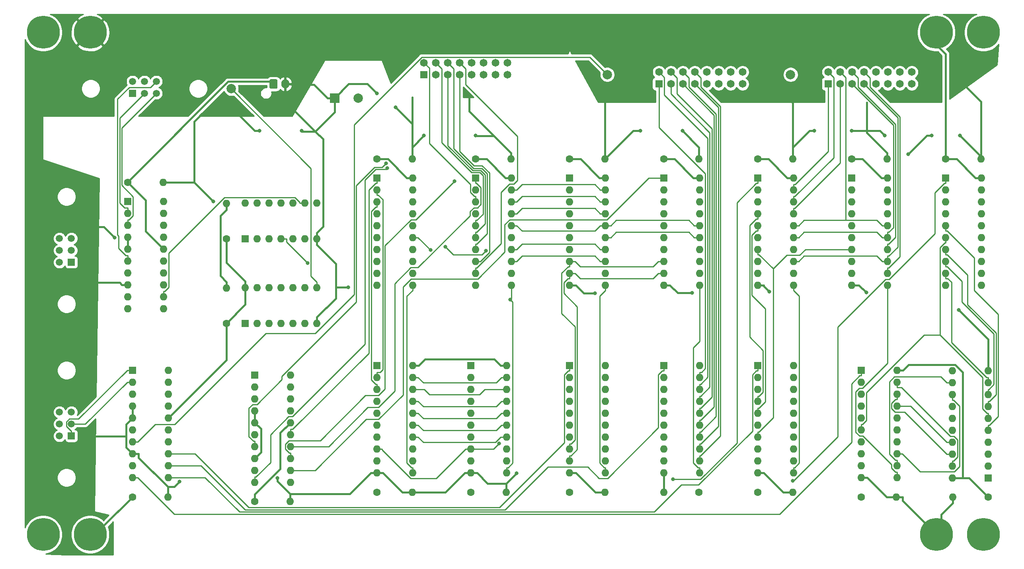
<source format=gbr>
%TF.GenerationSoftware,KiCad,Pcbnew,(5.1.10)-1*%
%TF.CreationDate,2021-10-27T21:26:05+02:00*%
%TF.ProjectId,General Purpose RF,47656e65-7261-46c2-9050-7572706f7365,rev1.0*%
%TF.SameCoordinates,Original*%
%TF.FileFunction,Copper,L2,Bot*%
%TF.FilePolarity,Positive*%
%FSLAX46Y46*%
G04 Gerber Fmt 4.6, Leading zero omitted, Abs format (unit mm)*
G04 Created by KiCad (PCBNEW (5.1.10)-1) date 2021-10-27 21:26:05*
%MOMM*%
%LPD*%
G01*
G04 APERTURE LIST*
%TA.AperFunction,ComponentPad*%
%ADD10C,2.000000*%
%TD*%
%TA.AperFunction,ComponentPad*%
%ADD11R,2.000000X2.000000*%
%TD*%
%TA.AperFunction,ComponentPad*%
%ADD12C,1.650000*%
%TD*%
%TA.AperFunction,ComponentPad*%
%ADD13R,1.650000X1.650000*%
%TD*%
%TA.AperFunction,ComponentPad*%
%ADD14C,1.500000*%
%TD*%
%TA.AperFunction,ComponentPad*%
%ADD15R,1.500000X1.500000*%
%TD*%
%TA.AperFunction,ComponentPad*%
%ADD16O,1.600000X1.600000*%
%TD*%
%TA.AperFunction,ComponentPad*%
%ADD17R,1.600000X1.600000*%
%TD*%
%TA.AperFunction,ComponentPad*%
%ADD18C,0.800000*%
%TD*%
%TA.AperFunction,ComponentPad*%
%ADD19C,7.000000*%
%TD*%
%TA.AperFunction,ComponentPad*%
%ADD20C,1.600000*%
%TD*%
%TA.AperFunction,ComponentPad*%
%ADD21O,1.700000X2.000000*%
%TD*%
%TA.AperFunction,ViaPad*%
%ADD22C,0.800000*%
%TD*%
%TA.AperFunction,Conductor*%
%ADD23C,0.400000*%
%TD*%
%TA.AperFunction,Conductor*%
%ADD24C,0.250000*%
%TD*%
%TA.AperFunction,Conductor*%
%ADD25C,0.254000*%
%TD*%
%TA.AperFunction,Conductor*%
%ADD26C,0.100000*%
%TD*%
G04 APERTURE END LIST*
D10*
%TO.P,C_BOARD1,2*%
%TO.N,+5V*%
X122000000Y-42000000D03*
D11*
%TO.P,C_BOARD1,1*%
%TO.N,GNDREF*%
X117000000Y-42000000D03*
%TD*%
D10*
%TO.P,~R2OE7,1*%
%TO.N,~BEO7*%
X214000000Y-37000000D03*
%TD*%
%TO.P,~R1OE7,1*%
%TO.N,~AEO7*%
X175000000Y-37000000D03*
%TD*%
D12*
%TO.P,Write1,16*%
%TO.N,N/C*%
X153780000Y-34460000D03*
%TO.P,Write1,15*%
X153780000Y-37000000D03*
%TO.P,Write1,14*%
X151240000Y-34460000D03*
%TO.P,Write1,13*%
X151240000Y-37000000D03*
%TO.P,Write1,12*%
X148700000Y-34460000D03*
%TO.P,Write1,11*%
X148700000Y-37000000D03*
%TO.P,Write1,10*%
X146160000Y-34460000D03*
%TO.P,Write1,9*%
X146160000Y-37000000D03*
%TO.P,Write1,8*%
%TO.N,/W7*%
X143620000Y-34460000D03*
%TO.P,Write1,7*%
%TO.N,/W6*%
X143620000Y-37000000D03*
%TO.P,Write1,6*%
%TO.N,/W5*%
X141080000Y-34460000D03*
%TO.P,Write1,5*%
%TO.N,/W4*%
X141080000Y-37000000D03*
%TO.P,Write1,4*%
%TO.N,/W3*%
X138540000Y-34460000D03*
%TO.P,Write1,3*%
%TO.N,/W2*%
X138540000Y-37000000D03*
%TO.P,Write1,2*%
%TO.N,/W1*%
X136000000Y-34460000D03*
D13*
%TO.P,Write1,1*%
%TO.N,/W0*%
X136000000Y-37000000D03*
%TD*%
D14*
%TO.P,W1,6*%
%TO.N,Net-(DECWrite1-Pad6)*%
X79080000Y-38460000D03*
%TO.P,W1,5*%
%TO.N,Net-(W1-Pad5)*%
X76540000Y-38460000D03*
%TO.P,W1,4*%
%TO.N,Net-(W1-Pad4)*%
X74000000Y-38460000D03*
%TO.P,W1,3*%
%TO.N,/W2*%
X79080000Y-41000000D03*
%TO.P,W1,2*%
%TO.N,/W1*%
X76540000Y-41000000D03*
D15*
%TO.P,W1,1*%
%TO.N,/W0*%
X74000000Y-41000000D03*
%TD*%
D12*
%TO.P,Read2,16*%
%TO.N,N/C*%
X239780000Y-36460000D03*
%TO.P,Read2,15*%
X239780000Y-39000000D03*
%TO.P,Read2,14*%
X237240000Y-36460000D03*
%TO.P,Read2,13*%
X237240000Y-39000000D03*
%TO.P,Read2,12*%
X234700000Y-36460000D03*
%TO.P,Read2,11*%
X234700000Y-39000000D03*
%TO.P,Read2,10*%
X232160000Y-36460000D03*
%TO.P,Read2,9*%
X232160000Y-39000000D03*
%TO.P,Read2,8*%
%TO.N,/B7*%
X229620000Y-36460000D03*
%TO.P,Read2,7*%
%TO.N,/B6*%
X229620000Y-39000000D03*
%TO.P,Read2,6*%
%TO.N,/B5*%
X227080000Y-36460000D03*
%TO.P,Read2,5*%
%TO.N,/B4*%
X227080000Y-39000000D03*
%TO.P,Read2,4*%
%TO.N,/B3*%
X224540000Y-36460000D03*
%TO.P,Read2,3*%
%TO.N,/B2*%
X224540000Y-39000000D03*
%TO.P,Read2,2*%
%TO.N,/B1*%
X222000000Y-36460000D03*
D13*
%TO.P,Read2,1*%
%TO.N,/B0*%
X222000000Y-39000000D03*
%TD*%
D12*
%TO.P,Read1,16*%
%TO.N,N/C*%
X203780000Y-36460000D03*
%TO.P,Read1,15*%
X203780000Y-39000000D03*
%TO.P,Read1,14*%
X201240000Y-36460000D03*
%TO.P,Read1,13*%
X201240000Y-39000000D03*
%TO.P,Read1,12*%
X198700000Y-36460000D03*
%TO.P,Read1,11*%
X198700000Y-39000000D03*
%TO.P,Read1,10*%
X196160000Y-36460000D03*
%TO.P,Read1,9*%
X196160000Y-39000000D03*
%TO.P,Read1,8*%
%TO.N,/A7*%
X193620000Y-36460000D03*
%TO.P,Read1,7*%
%TO.N,/A6*%
X193620000Y-39000000D03*
%TO.P,Read1,6*%
%TO.N,/A5*%
X191080000Y-36460000D03*
%TO.P,Read1,5*%
%TO.N,/A4*%
X191080000Y-39000000D03*
%TO.P,Read1,4*%
%TO.N,/A3*%
X188540000Y-36460000D03*
%TO.P,Read1,3*%
%TO.N,/A2*%
X188540000Y-39000000D03*
%TO.P,Read1,2*%
%TO.N,/A1*%
X186000000Y-36460000D03*
D13*
%TO.P,Read1,1*%
%TO.N,/A0*%
X186000000Y-39000000D03*
%TD*%
D14*
%TO.P,Read 2 ID,6*%
%TO.N,Net-(DECRead2-Pad6)*%
X58460000Y-71920000D03*
%TO.P,Read 2 ID,5*%
%TO.N,Net-(R2-Pad5)*%
X58460000Y-74460000D03*
%TO.P,Read 2 ID,4*%
%TO.N,Net-(R2-Pad4)*%
X58460000Y-77000000D03*
%TO.P,Read 2 ID,3*%
%TO.N,/Y2*%
X61000000Y-71920000D03*
%TO.P,Read 2 ID,2*%
%TO.N,/Y1*%
X61000000Y-74460000D03*
D15*
%TO.P,Read 2 ID,1*%
%TO.N,/Y0*%
X61000000Y-77000000D03*
%TD*%
D16*
%TO.P,Latch8B6,20*%
%TO.N,+5V*%
X254620000Y-59000000D03*
%TO.P,Latch8B6,10*%
%TO.N,GNDREF*%
X247000000Y-81860000D03*
%TO.P,Latch8B6,19*%
%TO.N,/B0*%
X254620000Y-61540000D03*
%TO.P,Latch8B6,9*%
%TO.N,/W7*%
X247000000Y-79320000D03*
%TO.P,Latch8B6,18*%
%TO.N,/B1*%
X254620000Y-64080000D03*
%TO.P,Latch8B6,8*%
%TO.N,/W6*%
X247000000Y-76780000D03*
%TO.P,Latch8B6,17*%
%TO.N,/B2*%
X254620000Y-66620000D03*
%TO.P,Latch8B6,7*%
%TO.N,/W5*%
X247000000Y-74240000D03*
%TO.P,Latch8B6,16*%
%TO.N,/B3*%
X254620000Y-69160000D03*
%TO.P,Latch8B6,6*%
%TO.N,/W4*%
X247000000Y-71700000D03*
%TO.P,Latch8B6,15*%
%TO.N,/B4*%
X254620000Y-71700000D03*
%TO.P,Latch8B6,5*%
%TO.N,/W3*%
X247000000Y-69160000D03*
%TO.P,Latch8B6,14*%
%TO.N,/B5*%
X254620000Y-74240000D03*
%TO.P,Latch8B6,4*%
%TO.N,/W2*%
X247000000Y-66620000D03*
%TO.P,Latch8B6,13*%
%TO.N,/B6*%
X254620000Y-76780000D03*
%TO.P,Latch8B6,3*%
%TO.N,/W1*%
X247000000Y-64080000D03*
%TO.P,Latch8B6,12*%
%TO.N,/B7*%
X254620000Y-79320000D03*
%TO.P,Latch8B6,2*%
%TO.N,/W0*%
X247000000Y-61540000D03*
%TO.P,Latch8B6,11*%
%TO.N,LE6*%
X254620000Y-81860000D03*
D17*
%TO.P,Latch8B6,1*%
%TO.N,~BEO6*%
X247000000Y-59000000D03*
%TD*%
D16*
%TO.P,Latch8B5,20*%
%TO.N,+5V*%
X234620000Y-59000000D03*
%TO.P,Latch8B5,10*%
%TO.N,GNDREF*%
X227000000Y-81860000D03*
%TO.P,Latch8B5,19*%
%TO.N,/B0*%
X234620000Y-61540000D03*
%TO.P,Latch8B5,9*%
%TO.N,/W7*%
X227000000Y-79320000D03*
%TO.P,Latch8B5,18*%
%TO.N,/B1*%
X234620000Y-64080000D03*
%TO.P,Latch8B5,8*%
%TO.N,/W6*%
X227000000Y-76780000D03*
%TO.P,Latch8B5,17*%
%TO.N,/B2*%
X234620000Y-66620000D03*
%TO.P,Latch8B5,7*%
%TO.N,/W5*%
X227000000Y-74240000D03*
%TO.P,Latch8B5,16*%
%TO.N,/B3*%
X234620000Y-69160000D03*
%TO.P,Latch8B5,6*%
%TO.N,/W4*%
X227000000Y-71700000D03*
%TO.P,Latch8B5,15*%
%TO.N,/B4*%
X234620000Y-71700000D03*
%TO.P,Latch8B5,5*%
%TO.N,/W3*%
X227000000Y-69160000D03*
%TO.P,Latch8B5,14*%
%TO.N,/B5*%
X234620000Y-74240000D03*
%TO.P,Latch8B5,4*%
%TO.N,/W2*%
X227000000Y-66620000D03*
%TO.P,Latch8B5,13*%
%TO.N,/B6*%
X234620000Y-76780000D03*
%TO.P,Latch8B5,3*%
%TO.N,/W1*%
X227000000Y-64080000D03*
%TO.P,Latch8B5,12*%
%TO.N,/B7*%
X234620000Y-79320000D03*
%TO.P,Latch8B5,2*%
%TO.N,/W0*%
X227000000Y-61540000D03*
%TO.P,Latch8B5,11*%
%TO.N,LE5*%
X234620000Y-81860000D03*
D17*
%TO.P,Latch8B5,1*%
%TO.N,~BEO5*%
X227000000Y-59000000D03*
%TD*%
D16*
%TO.P,Latch8B4,20*%
%TO.N,+5V*%
X214620000Y-59000000D03*
%TO.P,Latch8B4,10*%
%TO.N,GNDREF*%
X207000000Y-81860000D03*
%TO.P,Latch8B4,19*%
%TO.N,/B0*%
X214620000Y-61540000D03*
%TO.P,Latch8B4,9*%
%TO.N,/W7*%
X207000000Y-79320000D03*
%TO.P,Latch8B4,18*%
%TO.N,/B1*%
X214620000Y-64080000D03*
%TO.P,Latch8B4,8*%
%TO.N,/W6*%
X207000000Y-76780000D03*
%TO.P,Latch8B4,17*%
%TO.N,/B2*%
X214620000Y-66620000D03*
%TO.P,Latch8B4,7*%
%TO.N,/W5*%
X207000000Y-74240000D03*
%TO.P,Latch8B4,16*%
%TO.N,/B3*%
X214620000Y-69160000D03*
%TO.P,Latch8B4,6*%
%TO.N,/W4*%
X207000000Y-71700000D03*
%TO.P,Latch8B4,15*%
%TO.N,/B4*%
X214620000Y-71700000D03*
%TO.P,Latch8B4,5*%
%TO.N,/W3*%
X207000000Y-69160000D03*
%TO.P,Latch8B4,14*%
%TO.N,/B5*%
X214620000Y-74240000D03*
%TO.P,Latch8B4,4*%
%TO.N,/W2*%
X207000000Y-66620000D03*
%TO.P,Latch8B4,13*%
%TO.N,/B6*%
X214620000Y-76780000D03*
%TO.P,Latch8B4,3*%
%TO.N,/W1*%
X207000000Y-64080000D03*
%TO.P,Latch8B4,12*%
%TO.N,/B7*%
X214620000Y-79320000D03*
%TO.P,Latch8B4,2*%
%TO.N,/W0*%
X207000000Y-61540000D03*
%TO.P,Latch8B4,11*%
%TO.N,LE4*%
X214620000Y-81860000D03*
D17*
%TO.P,Latch8B4,1*%
%TO.N,~BEO4*%
X207000000Y-59000000D03*
%TD*%
D16*
%TO.P,Latch8B3,20*%
%TO.N,+5V*%
X194620000Y-59000000D03*
%TO.P,Latch8B3,10*%
%TO.N,GNDREF*%
X187000000Y-81860000D03*
%TO.P,Latch8B3,19*%
%TO.N,/B0*%
X194620000Y-61540000D03*
%TO.P,Latch8B3,9*%
%TO.N,/W7*%
X187000000Y-79320000D03*
%TO.P,Latch8B3,18*%
%TO.N,/B1*%
X194620000Y-64080000D03*
%TO.P,Latch8B3,8*%
%TO.N,/W6*%
X187000000Y-76780000D03*
%TO.P,Latch8B3,17*%
%TO.N,/B2*%
X194620000Y-66620000D03*
%TO.P,Latch8B3,7*%
%TO.N,/W5*%
X187000000Y-74240000D03*
%TO.P,Latch8B3,16*%
%TO.N,/B3*%
X194620000Y-69160000D03*
%TO.P,Latch8B3,6*%
%TO.N,/W4*%
X187000000Y-71700000D03*
%TO.P,Latch8B3,15*%
%TO.N,/B4*%
X194620000Y-71700000D03*
%TO.P,Latch8B3,5*%
%TO.N,/W3*%
X187000000Y-69160000D03*
%TO.P,Latch8B3,14*%
%TO.N,/B5*%
X194620000Y-74240000D03*
%TO.P,Latch8B3,4*%
%TO.N,/W2*%
X187000000Y-66620000D03*
%TO.P,Latch8B3,13*%
%TO.N,/B6*%
X194620000Y-76780000D03*
%TO.P,Latch8B3,3*%
%TO.N,/W1*%
X187000000Y-64080000D03*
%TO.P,Latch8B3,12*%
%TO.N,/B7*%
X194620000Y-79320000D03*
%TO.P,Latch8B3,2*%
%TO.N,/W0*%
X187000000Y-61540000D03*
%TO.P,Latch8B3,11*%
%TO.N,LE3*%
X194620000Y-81860000D03*
D17*
%TO.P,Latch8B3,1*%
%TO.N,~BEO3*%
X187000000Y-59000000D03*
%TD*%
D16*
%TO.P,Latch8B2,20*%
%TO.N,+5V*%
X174620000Y-59000000D03*
%TO.P,Latch8B2,10*%
%TO.N,GNDREF*%
X167000000Y-81860000D03*
%TO.P,Latch8B2,19*%
%TO.N,/B0*%
X174620000Y-61540000D03*
%TO.P,Latch8B2,9*%
%TO.N,/W7*%
X167000000Y-79320000D03*
%TO.P,Latch8B2,18*%
%TO.N,/B1*%
X174620000Y-64080000D03*
%TO.P,Latch8B2,8*%
%TO.N,/W6*%
X167000000Y-76780000D03*
%TO.P,Latch8B2,17*%
%TO.N,/B2*%
X174620000Y-66620000D03*
%TO.P,Latch8B2,7*%
%TO.N,/W5*%
X167000000Y-74240000D03*
%TO.P,Latch8B2,16*%
%TO.N,/B3*%
X174620000Y-69160000D03*
%TO.P,Latch8B2,6*%
%TO.N,/W4*%
X167000000Y-71700000D03*
%TO.P,Latch8B2,15*%
%TO.N,/B4*%
X174620000Y-71700000D03*
%TO.P,Latch8B2,5*%
%TO.N,/W3*%
X167000000Y-69160000D03*
%TO.P,Latch8B2,14*%
%TO.N,/B5*%
X174620000Y-74240000D03*
%TO.P,Latch8B2,4*%
%TO.N,/W2*%
X167000000Y-66620000D03*
%TO.P,Latch8B2,13*%
%TO.N,/B6*%
X174620000Y-76780000D03*
%TO.P,Latch8B2,3*%
%TO.N,/W1*%
X167000000Y-64080000D03*
%TO.P,Latch8B2,12*%
%TO.N,/B7*%
X174620000Y-79320000D03*
%TO.P,Latch8B2,2*%
%TO.N,/W0*%
X167000000Y-61540000D03*
%TO.P,Latch8B2,11*%
%TO.N,LE2*%
X174620000Y-81860000D03*
D17*
%TO.P,Latch8B2,1*%
%TO.N,~BEO2*%
X167000000Y-59000000D03*
%TD*%
D16*
%TO.P,Latch8B1,20*%
%TO.N,+5V*%
X154620000Y-59000000D03*
%TO.P,Latch8B1,10*%
%TO.N,GNDREF*%
X147000000Y-81860000D03*
%TO.P,Latch8B1,19*%
%TO.N,/B0*%
X154620000Y-61540000D03*
%TO.P,Latch8B1,9*%
%TO.N,/W7*%
X147000000Y-79320000D03*
%TO.P,Latch8B1,18*%
%TO.N,/B1*%
X154620000Y-64080000D03*
%TO.P,Latch8B1,8*%
%TO.N,/W6*%
X147000000Y-76780000D03*
%TO.P,Latch8B1,17*%
%TO.N,/B2*%
X154620000Y-66620000D03*
%TO.P,Latch8B1,7*%
%TO.N,/W5*%
X147000000Y-74240000D03*
%TO.P,Latch8B1,16*%
%TO.N,/B3*%
X154620000Y-69160000D03*
%TO.P,Latch8B1,6*%
%TO.N,/W4*%
X147000000Y-71700000D03*
%TO.P,Latch8B1,15*%
%TO.N,/B4*%
X154620000Y-71700000D03*
%TO.P,Latch8B1,5*%
%TO.N,/W3*%
X147000000Y-69160000D03*
%TO.P,Latch8B1,14*%
%TO.N,/B5*%
X154620000Y-74240000D03*
%TO.P,Latch8B1,4*%
%TO.N,/W2*%
X147000000Y-66620000D03*
%TO.P,Latch8B1,13*%
%TO.N,/B6*%
X154620000Y-76780000D03*
%TO.P,Latch8B1,3*%
%TO.N,/W1*%
X147000000Y-64080000D03*
%TO.P,Latch8B1,12*%
%TO.N,/B7*%
X154620000Y-79320000D03*
%TO.P,Latch8B1,2*%
%TO.N,/W0*%
X147000000Y-61540000D03*
%TO.P,Latch8B1,11*%
%TO.N,LE1*%
X154620000Y-81860000D03*
D17*
%TO.P,Latch8B1,1*%
%TO.N,~BEO1*%
X147000000Y-59000000D03*
%TD*%
D16*
%TO.P,Latch8B0,20*%
%TO.N,+5V*%
X133620000Y-59000000D03*
%TO.P,Latch8B0,10*%
%TO.N,GNDREF*%
X126000000Y-81860000D03*
%TO.P,Latch8B0,19*%
%TO.N,/B0*%
X133620000Y-61540000D03*
%TO.P,Latch8B0,9*%
%TO.N,/W7*%
X126000000Y-79320000D03*
%TO.P,Latch8B0,18*%
%TO.N,/B1*%
X133620000Y-64080000D03*
%TO.P,Latch8B0,8*%
%TO.N,/W6*%
X126000000Y-76780000D03*
%TO.P,Latch8B0,17*%
%TO.N,/B2*%
X133620000Y-66620000D03*
%TO.P,Latch8B0,7*%
%TO.N,/W5*%
X126000000Y-74240000D03*
%TO.P,Latch8B0,16*%
%TO.N,/B3*%
X133620000Y-69160000D03*
%TO.P,Latch8B0,6*%
%TO.N,/W4*%
X126000000Y-71700000D03*
%TO.P,Latch8B0,15*%
%TO.N,/B4*%
X133620000Y-71700000D03*
%TO.P,Latch8B0,5*%
%TO.N,/W3*%
X126000000Y-69160000D03*
%TO.P,Latch8B0,14*%
%TO.N,/B5*%
X133620000Y-74240000D03*
%TO.P,Latch8B0,4*%
%TO.N,/W2*%
X126000000Y-66620000D03*
%TO.P,Latch8B0,13*%
%TO.N,/B6*%
X133620000Y-76780000D03*
%TO.P,Latch8B0,3*%
%TO.N,/W1*%
X126000000Y-64080000D03*
%TO.P,Latch8B0,12*%
%TO.N,/B7*%
X133620000Y-79320000D03*
%TO.P,Latch8B0,2*%
%TO.N,/W0*%
X126000000Y-61540000D03*
%TO.P,Latch8B0,11*%
%TO.N,LE0*%
X133620000Y-81860000D03*
D17*
%TO.P,Latch8B0,1*%
%TO.N,~BEO0*%
X126000000Y-59000000D03*
%TD*%
D16*
%TO.P,Latch8A6,20*%
%TO.N,+5V*%
X248380000Y-123000000D03*
%TO.P,Latch8A6,10*%
%TO.N,GNDREF*%
X256000000Y-100140000D03*
%TO.P,Latch8A6,19*%
%TO.N,/A0*%
X248380000Y-120460000D03*
%TO.P,Latch8A6,9*%
%TO.N,/W7*%
X256000000Y-102680000D03*
%TO.P,Latch8A6,18*%
%TO.N,/A1*%
X248380000Y-117920000D03*
%TO.P,Latch8A6,8*%
%TO.N,/W6*%
X256000000Y-105220000D03*
%TO.P,Latch8A6,17*%
%TO.N,/A2*%
X248380000Y-115380000D03*
%TO.P,Latch8A6,7*%
%TO.N,/W5*%
X256000000Y-107760000D03*
%TO.P,Latch8A6,16*%
%TO.N,/A3*%
X248380000Y-112840000D03*
%TO.P,Latch8A6,6*%
%TO.N,/W4*%
X256000000Y-110300000D03*
%TO.P,Latch8A6,15*%
%TO.N,/A4*%
X248380000Y-110300000D03*
%TO.P,Latch8A6,5*%
%TO.N,/W3*%
X256000000Y-112840000D03*
%TO.P,Latch8A6,14*%
%TO.N,/A5*%
X248380000Y-107760000D03*
%TO.P,Latch8A6,4*%
%TO.N,/W2*%
X256000000Y-115380000D03*
%TO.P,Latch8A6,13*%
%TO.N,/A6*%
X248380000Y-105220000D03*
%TO.P,Latch8A6,3*%
%TO.N,/W1*%
X256000000Y-117920000D03*
%TO.P,Latch8A6,12*%
%TO.N,/A7*%
X248380000Y-102680000D03*
%TO.P,Latch8A6,2*%
%TO.N,/W0*%
X256000000Y-120460000D03*
%TO.P,Latch8A6,11*%
%TO.N,LE6*%
X248380000Y-100140000D03*
D17*
%TO.P,Latch8A6,1*%
%TO.N,~AEO6*%
X256000000Y-123000000D03*
%TD*%
D16*
%TO.P,Latch8A5,20*%
%TO.N,+5V*%
X236620000Y-100000000D03*
%TO.P,Latch8A5,10*%
%TO.N,GNDREF*%
X229000000Y-122860000D03*
%TO.P,Latch8A5,19*%
%TO.N,/A0*%
X236620000Y-102540000D03*
%TO.P,Latch8A5,9*%
%TO.N,/W7*%
X229000000Y-120320000D03*
%TO.P,Latch8A5,18*%
%TO.N,/A1*%
X236620000Y-105080000D03*
%TO.P,Latch8A5,8*%
%TO.N,/W6*%
X229000000Y-117780000D03*
%TO.P,Latch8A5,17*%
%TO.N,/A2*%
X236620000Y-107620000D03*
%TO.P,Latch8A5,7*%
%TO.N,/W5*%
X229000000Y-115240000D03*
%TO.P,Latch8A5,16*%
%TO.N,/A3*%
X236620000Y-110160000D03*
%TO.P,Latch8A5,6*%
%TO.N,/W4*%
X229000000Y-112700000D03*
%TO.P,Latch8A5,15*%
%TO.N,/A4*%
X236620000Y-112700000D03*
%TO.P,Latch8A5,5*%
%TO.N,/W3*%
X229000000Y-110160000D03*
%TO.P,Latch8A5,14*%
%TO.N,/A5*%
X236620000Y-115240000D03*
%TO.P,Latch8A5,4*%
%TO.N,/W2*%
X229000000Y-107620000D03*
%TO.P,Latch8A5,13*%
%TO.N,/A6*%
X236620000Y-117780000D03*
%TO.P,Latch8A5,3*%
%TO.N,/W1*%
X229000000Y-105080000D03*
%TO.P,Latch8A5,12*%
%TO.N,/A7*%
X236620000Y-120320000D03*
%TO.P,Latch8A5,2*%
%TO.N,/W0*%
X229000000Y-102540000D03*
%TO.P,Latch8A5,11*%
%TO.N,LE5*%
X236620000Y-122860000D03*
D17*
%TO.P,Latch8A5,1*%
%TO.N,~AEO5*%
X229000000Y-100000000D03*
%TD*%
D16*
%TO.P,Latch8A4,20*%
%TO.N,+5V*%
X214620000Y-99000000D03*
%TO.P,Latch8A4,10*%
%TO.N,GNDREF*%
X207000000Y-121860000D03*
%TO.P,Latch8A4,19*%
%TO.N,/A0*%
X214620000Y-101540000D03*
%TO.P,Latch8A4,9*%
%TO.N,/W7*%
X207000000Y-119320000D03*
%TO.P,Latch8A4,18*%
%TO.N,/A1*%
X214620000Y-104080000D03*
%TO.P,Latch8A4,8*%
%TO.N,/W6*%
X207000000Y-116780000D03*
%TO.P,Latch8A4,17*%
%TO.N,/A2*%
X214620000Y-106620000D03*
%TO.P,Latch8A4,7*%
%TO.N,/W5*%
X207000000Y-114240000D03*
%TO.P,Latch8A4,16*%
%TO.N,/A3*%
X214620000Y-109160000D03*
%TO.P,Latch8A4,6*%
%TO.N,/W4*%
X207000000Y-111700000D03*
%TO.P,Latch8A4,15*%
%TO.N,/A4*%
X214620000Y-111700000D03*
%TO.P,Latch8A4,5*%
%TO.N,/W3*%
X207000000Y-109160000D03*
%TO.P,Latch8A4,14*%
%TO.N,/A5*%
X214620000Y-114240000D03*
%TO.P,Latch8A4,4*%
%TO.N,/W2*%
X207000000Y-106620000D03*
%TO.P,Latch8A4,13*%
%TO.N,/A6*%
X214620000Y-116780000D03*
%TO.P,Latch8A4,3*%
%TO.N,/W1*%
X207000000Y-104080000D03*
%TO.P,Latch8A4,12*%
%TO.N,/A7*%
X214620000Y-119320000D03*
%TO.P,Latch8A4,2*%
%TO.N,/W0*%
X207000000Y-101540000D03*
%TO.P,Latch8A4,11*%
%TO.N,LE4*%
X214620000Y-121860000D03*
D17*
%TO.P,Latch8A4,1*%
%TO.N,~AEO4*%
X207000000Y-99000000D03*
%TD*%
D16*
%TO.P,Latch8A3,20*%
%TO.N,+5V*%
X194620000Y-99000000D03*
%TO.P,Latch8A3,10*%
%TO.N,GNDREF*%
X187000000Y-121860000D03*
%TO.P,Latch8A3,19*%
%TO.N,/A0*%
X194620000Y-101540000D03*
%TO.P,Latch8A3,9*%
%TO.N,/W7*%
X187000000Y-119320000D03*
%TO.P,Latch8A3,18*%
%TO.N,/A1*%
X194620000Y-104080000D03*
%TO.P,Latch8A3,8*%
%TO.N,/W6*%
X187000000Y-116780000D03*
%TO.P,Latch8A3,17*%
%TO.N,/A2*%
X194620000Y-106620000D03*
%TO.P,Latch8A3,7*%
%TO.N,/W5*%
X187000000Y-114240000D03*
%TO.P,Latch8A3,16*%
%TO.N,/A3*%
X194620000Y-109160000D03*
%TO.P,Latch8A3,6*%
%TO.N,/W4*%
X187000000Y-111700000D03*
%TO.P,Latch8A3,15*%
%TO.N,/A4*%
X194620000Y-111700000D03*
%TO.P,Latch8A3,5*%
%TO.N,/W3*%
X187000000Y-109160000D03*
%TO.P,Latch8A3,14*%
%TO.N,/A5*%
X194620000Y-114240000D03*
%TO.P,Latch8A3,4*%
%TO.N,/W2*%
X187000000Y-106620000D03*
%TO.P,Latch8A3,13*%
%TO.N,/A6*%
X194620000Y-116780000D03*
%TO.P,Latch8A3,3*%
%TO.N,/W1*%
X187000000Y-104080000D03*
%TO.P,Latch8A3,12*%
%TO.N,/A7*%
X194620000Y-119320000D03*
%TO.P,Latch8A3,2*%
%TO.N,/W0*%
X187000000Y-101540000D03*
%TO.P,Latch8A3,11*%
%TO.N,LE3*%
X194620000Y-121860000D03*
D17*
%TO.P,Latch8A3,1*%
%TO.N,~AEO3*%
X187000000Y-99000000D03*
%TD*%
D16*
%TO.P,Latch8A2,20*%
%TO.N,+5V*%
X174620000Y-99000000D03*
%TO.P,Latch8A2,10*%
%TO.N,GNDREF*%
X167000000Y-121860000D03*
%TO.P,Latch8A2,19*%
%TO.N,/A0*%
X174620000Y-101540000D03*
%TO.P,Latch8A2,9*%
%TO.N,/W7*%
X167000000Y-119320000D03*
%TO.P,Latch8A2,18*%
%TO.N,/A1*%
X174620000Y-104080000D03*
%TO.P,Latch8A2,8*%
%TO.N,/W6*%
X167000000Y-116780000D03*
%TO.P,Latch8A2,17*%
%TO.N,/A2*%
X174620000Y-106620000D03*
%TO.P,Latch8A2,7*%
%TO.N,/W5*%
X167000000Y-114240000D03*
%TO.P,Latch8A2,16*%
%TO.N,/A3*%
X174620000Y-109160000D03*
%TO.P,Latch8A2,6*%
%TO.N,/W4*%
X167000000Y-111700000D03*
%TO.P,Latch8A2,15*%
%TO.N,/A4*%
X174620000Y-111700000D03*
%TO.P,Latch8A2,5*%
%TO.N,/W3*%
X167000000Y-109160000D03*
%TO.P,Latch8A2,14*%
%TO.N,/A5*%
X174620000Y-114240000D03*
%TO.P,Latch8A2,4*%
%TO.N,/W2*%
X167000000Y-106620000D03*
%TO.P,Latch8A2,13*%
%TO.N,/A6*%
X174620000Y-116780000D03*
%TO.P,Latch8A2,3*%
%TO.N,/W1*%
X167000000Y-104080000D03*
%TO.P,Latch8A2,12*%
%TO.N,/A7*%
X174620000Y-119320000D03*
%TO.P,Latch8A2,2*%
%TO.N,/W0*%
X167000000Y-101540000D03*
%TO.P,Latch8A2,11*%
%TO.N,LE2*%
X174620000Y-121860000D03*
D17*
%TO.P,Latch8A2,1*%
%TO.N,~AEO2*%
X167000000Y-99000000D03*
%TD*%
D16*
%TO.P,Latch8A1,20*%
%TO.N,+5V*%
X153620000Y-99000000D03*
%TO.P,Latch8A1,10*%
%TO.N,GNDREF*%
X146000000Y-121860000D03*
%TO.P,Latch8A1,19*%
%TO.N,/A0*%
X153620000Y-101540000D03*
%TO.P,Latch8A1,9*%
%TO.N,/W7*%
X146000000Y-119320000D03*
%TO.P,Latch8A1,18*%
%TO.N,/A1*%
X153620000Y-104080000D03*
%TO.P,Latch8A1,8*%
%TO.N,/W6*%
X146000000Y-116780000D03*
%TO.P,Latch8A1,17*%
%TO.N,/A2*%
X153620000Y-106620000D03*
%TO.P,Latch8A1,7*%
%TO.N,/W5*%
X146000000Y-114240000D03*
%TO.P,Latch8A1,16*%
%TO.N,/A3*%
X153620000Y-109160000D03*
%TO.P,Latch8A1,6*%
%TO.N,/W4*%
X146000000Y-111700000D03*
%TO.P,Latch8A1,15*%
%TO.N,/A4*%
X153620000Y-111700000D03*
%TO.P,Latch8A1,5*%
%TO.N,/W3*%
X146000000Y-109160000D03*
%TO.P,Latch8A1,14*%
%TO.N,/A5*%
X153620000Y-114240000D03*
%TO.P,Latch8A1,4*%
%TO.N,/W2*%
X146000000Y-106620000D03*
%TO.P,Latch8A1,13*%
%TO.N,/A6*%
X153620000Y-116780000D03*
%TO.P,Latch8A1,3*%
%TO.N,/W1*%
X146000000Y-104080000D03*
%TO.P,Latch8A1,12*%
%TO.N,/A7*%
X153620000Y-119320000D03*
%TO.P,Latch8A1,2*%
%TO.N,/W0*%
X146000000Y-101540000D03*
%TO.P,Latch8A1,11*%
%TO.N,LE1*%
X153620000Y-121860000D03*
D17*
%TO.P,Latch8A1,1*%
%TO.N,~AEO1*%
X146000000Y-99000000D03*
%TD*%
D16*
%TO.P,Latch8A0,20*%
%TO.N,+5V*%
X133620000Y-99000000D03*
%TO.P,Latch8A0,10*%
%TO.N,GNDREF*%
X126000000Y-121860000D03*
%TO.P,Latch8A0,19*%
%TO.N,/A0*%
X133620000Y-101540000D03*
%TO.P,Latch8A0,9*%
%TO.N,/W7*%
X126000000Y-119320000D03*
%TO.P,Latch8A0,18*%
%TO.N,/A1*%
X133620000Y-104080000D03*
%TO.P,Latch8A0,8*%
%TO.N,/W6*%
X126000000Y-116780000D03*
%TO.P,Latch8A0,17*%
%TO.N,/A2*%
X133620000Y-106620000D03*
%TO.P,Latch8A0,7*%
%TO.N,/W5*%
X126000000Y-114240000D03*
%TO.P,Latch8A0,16*%
%TO.N,/A3*%
X133620000Y-109160000D03*
%TO.P,Latch8A0,6*%
%TO.N,/W4*%
X126000000Y-111700000D03*
%TO.P,Latch8A0,15*%
%TO.N,/A4*%
X133620000Y-111700000D03*
%TO.P,Latch8A0,5*%
%TO.N,/W3*%
X126000000Y-109160000D03*
%TO.P,Latch8A0,14*%
%TO.N,/A5*%
X133620000Y-114240000D03*
%TO.P,Latch8A0,4*%
%TO.N,/W2*%
X126000000Y-106620000D03*
%TO.P,Latch8A0,13*%
%TO.N,/A6*%
X133620000Y-116780000D03*
%TO.P,Latch8A0,3*%
%TO.N,/W1*%
X126000000Y-104080000D03*
%TO.P,Latch8A0,12*%
%TO.N,/A7*%
X133620000Y-119320000D03*
%TO.P,Latch8A0,2*%
%TO.N,/W0*%
X126000000Y-101540000D03*
%TO.P,Latch8A0,11*%
%TO.N,LE0*%
X133620000Y-121860000D03*
D17*
%TO.P,Latch8A0,1*%
%TO.N,~AEO0*%
X126000000Y-99000000D03*
%TD*%
D14*
%TO.P,Read 1 ID,6*%
%TO.N,Net-(DECRead1-Pad6)*%
X58460000Y-108920000D03*
%TO.P,Read 1 ID,5*%
%TO.N,Net-(JR1-Pad5)*%
X58460000Y-111460000D03*
%TO.P,Read 1 ID,4*%
%TO.N,Net-(JR1-Pad4)*%
X58460000Y-114000000D03*
%TO.P,Read 1 ID,3*%
%TO.N,/X2*%
X61000000Y-108920000D03*
%TO.P,Read 1 ID,2*%
%TO.N,/X1*%
X61000000Y-111460000D03*
D15*
%TO.P,Read 1 ID,1*%
%TO.N,/X0*%
X61000000Y-114000000D03*
%TD*%
D16*
%TO.P,INV2,14*%
%TO.N,+5V*%
X98000000Y-82380000D03*
%TO.P,INV2,7*%
%TO.N,GNDREF*%
X113240000Y-90000000D03*
%TO.P,INV2,13*%
%TO.N,Net-(INV2-Pad13)*%
X100540000Y-82380000D03*
%TO.P,INV2,6*%
%TO.N,LE6*%
X110700000Y-90000000D03*
%TO.P,INV2,12*%
%TO.N,Net-(INV2-Pad12)*%
X103080000Y-82380000D03*
%TO.P,INV2,5*%
%TO.N,Net-(DECWrite1-Pad9)*%
X108160000Y-90000000D03*
%TO.P,INV2,11*%
%TO.N,Net-(INV2-Pad11)*%
X105620000Y-82380000D03*
%TO.P,INV2,4*%
%TO.N,LE5*%
X105620000Y-90000000D03*
%TO.P,INV2,10*%
%TO.N,Net-(INV2-Pad10)*%
X108160000Y-82380000D03*
%TO.P,INV2,3*%
%TO.N,Net-(DECWrite1-Pad10)*%
X103080000Y-90000000D03*
%TO.P,INV2,9*%
%TO.N,Net-(DECWrite1-Pad7)*%
X110700000Y-82380000D03*
%TO.P,INV2,2*%
%TO.N,LE4*%
X100540000Y-90000000D03*
%TO.P,INV2,8*%
%TO.N,LE7*%
X113240000Y-82380000D03*
D17*
%TO.P,INV2,1*%
%TO.N,Net-(DECWrite1-Pad11)*%
X98000000Y-90000000D03*
%TD*%
D16*
%TO.P,INV1,14*%
%TO.N,+5V*%
X98000000Y-64380000D03*
%TO.P,INV1,7*%
%TO.N,GNDREF*%
X113240000Y-72000000D03*
%TO.P,INV1,13*%
%TO.N,Net-(INV1-Pad13)*%
X100540000Y-64380000D03*
%TO.P,INV1,6*%
%TO.N,LE2*%
X110700000Y-72000000D03*
%TO.P,INV1,12*%
%TO.N,Net-(INV1-Pad12)*%
X103080000Y-64380000D03*
%TO.P,INV1,5*%
%TO.N,Net-(DECWrite1-Pad13)*%
X108160000Y-72000000D03*
%TO.P,INV1,11*%
%TO.N,Net-(INV1-Pad11)*%
X105620000Y-64380000D03*
%TO.P,INV1,4*%
%TO.N,LE1*%
X105620000Y-72000000D03*
%TO.P,INV1,10*%
%TO.N,Net-(INV1-Pad10)*%
X108160000Y-64380000D03*
%TO.P,INV1,3*%
%TO.N,Net-(DECWrite1-Pad14)*%
X103080000Y-72000000D03*
%TO.P,INV1,9*%
%TO.N,Net-(DECWrite1-Pad12)*%
X110700000Y-64380000D03*
%TO.P,INV1,2*%
%TO.N,LE0*%
X100540000Y-72000000D03*
%TO.P,INV1,8*%
%TO.N,LE3*%
X113240000Y-64380000D03*
D17*
%TO.P,INV1,1*%
%TO.N,Net-(DECWrite1-Pad15)*%
X98000000Y-72000000D03*
%TD*%
D18*
%TO.P,H8,1*%
%TO.N,+5V*%
X246856155Y-26143845D03*
X245000000Y-25375000D03*
X243143845Y-26143845D03*
X242375000Y-28000000D03*
X243143845Y-29856155D03*
X245000000Y-30625000D03*
X246856155Y-29856155D03*
X247625000Y-28000000D03*
D19*
X245000000Y-28000000D03*
%TD*%
D18*
%TO.P,H7,1*%
%TO.N,+5V*%
X66856155Y-133143845D03*
X65000000Y-132375000D03*
X63143845Y-133143845D03*
X62375000Y-135000000D03*
X63143845Y-136856155D03*
X65000000Y-137625000D03*
X66856155Y-136856155D03*
X67625000Y-135000000D03*
D19*
X65000000Y-135000000D03*
%TD*%
D18*
%TO.P,H6,1*%
%TO.N,GNDREF*%
X66856155Y-26143845D03*
X65000000Y-25375000D03*
X63143845Y-26143845D03*
X62375000Y-28000000D03*
X63143845Y-29856155D03*
X65000000Y-30625000D03*
X66856155Y-29856155D03*
X67625000Y-28000000D03*
D19*
X65000000Y-28000000D03*
%TD*%
D18*
%TO.P,H5,1*%
%TO.N,N/C*%
X56856155Y-26143845D03*
X55000000Y-25375000D03*
X53143845Y-26143845D03*
X52375000Y-28000000D03*
X53143845Y-29856155D03*
X55000000Y-30625000D03*
X56856155Y-29856155D03*
X57625000Y-28000000D03*
D19*
X55000000Y-28000000D03*
%TD*%
D18*
%TO.P,H4,1*%
%TO.N,N/C*%
X56856155Y-133143845D03*
X55000000Y-132375000D03*
X53143845Y-133143845D03*
X52375000Y-135000000D03*
X53143845Y-136856155D03*
X55000000Y-137625000D03*
X56856155Y-136856155D03*
X57625000Y-135000000D03*
D19*
X55000000Y-135000000D03*
%TD*%
D18*
%TO.P,H3,1*%
%TO.N,GNDREF*%
X246856155Y-133143845D03*
X245000000Y-132375000D03*
X243143845Y-133143845D03*
X242375000Y-135000000D03*
X243143845Y-136856155D03*
X245000000Y-137625000D03*
X246856155Y-136856155D03*
X247625000Y-135000000D03*
D19*
X245000000Y-135000000D03*
%TD*%
D18*
%TO.P,H2,1*%
%TO.N,N/C*%
X256856155Y-26143845D03*
X255000000Y-25375000D03*
X253143845Y-26143845D03*
X252375000Y-28000000D03*
X253143845Y-29856155D03*
X255000000Y-30625000D03*
X256856155Y-29856155D03*
X257625000Y-28000000D03*
D19*
X255000000Y-28000000D03*
%TD*%
D18*
%TO.P,H1,1*%
%TO.N,N/C*%
X256856155Y-133143845D03*
X255000000Y-132375000D03*
X253143845Y-133143845D03*
X252375000Y-135000000D03*
X253143845Y-136856155D03*
X255000000Y-137625000D03*
X256856155Y-136856155D03*
X257625000Y-135000000D03*
D19*
X255000000Y-135000000D03*
%TD*%
D16*
%TO.P,DECRead2,20*%
%TO.N,N/C*%
X107620000Y-101000000D03*
%TO.P,DECRead2,10*%
%TO.N,~BEO5*%
X100000000Y-123860000D03*
%TO.P,DECRead2,19*%
%TO.N,N/C*%
X107620000Y-103540000D03*
%TO.P,DECRead2,9*%
%TO.N,~BEO6*%
X100000000Y-121320000D03*
%TO.P,DECRead2,18*%
%TO.N,N/C*%
X107620000Y-106080000D03*
%TO.P,DECRead2,8*%
%TO.N,GNDREF*%
X100000000Y-118780000D03*
%TO.P,DECRead2,17*%
%TO.N,N/C*%
X107620000Y-108620000D03*
%TO.P,DECRead2,7*%
%TO.N,~BEO7*%
X100000000Y-116240000D03*
%TO.P,DECRead2,16*%
%TO.N,+5V*%
X107620000Y-111160000D03*
%TO.P,DECRead2,6*%
%TO.N,Net-(DECRead2-Pad6)*%
X100000000Y-113700000D03*
%TO.P,DECRead2,15*%
%TO.N,~BEO0*%
X107620000Y-113700000D03*
%TO.P,DECRead2,5*%
%TO.N,GNDREF*%
X100000000Y-111160000D03*
%TO.P,DECRead2,14*%
%TO.N,~BEO1*%
X107620000Y-116240000D03*
%TO.P,DECRead2,4*%
%TO.N,GNDREF*%
X100000000Y-108620000D03*
%TO.P,DECRead2,13*%
%TO.N,~BEO2*%
X107620000Y-118780000D03*
%TO.P,DECRead2,3*%
%TO.N,/Y2*%
X100000000Y-106080000D03*
%TO.P,DECRead2,12*%
%TO.N,~BEO3*%
X107620000Y-121320000D03*
%TO.P,DECRead2,2*%
%TO.N,/Y1*%
X100000000Y-103540000D03*
%TO.P,DECRead2,11*%
%TO.N,~BEO4*%
X107620000Y-123860000D03*
D17*
%TO.P,DECRead2,1*%
%TO.N,/Y0*%
X100000000Y-101000000D03*
%TD*%
D16*
%TO.P,DECRead1,20*%
%TO.N,N/C*%
X81620000Y-100000000D03*
%TO.P,DECRead1,10*%
%TO.N,~AEO5*%
X74000000Y-122860000D03*
%TO.P,DECRead1,19*%
%TO.N,N/C*%
X81620000Y-102540000D03*
%TO.P,DECRead1,9*%
%TO.N,~AEO6*%
X74000000Y-120320000D03*
%TO.P,DECRead1,18*%
%TO.N,N/C*%
X81620000Y-105080000D03*
%TO.P,DECRead1,8*%
%TO.N,GNDREF*%
X74000000Y-117780000D03*
%TO.P,DECRead1,17*%
%TO.N,N/C*%
X81620000Y-107620000D03*
%TO.P,DECRead1,7*%
%TO.N,~AEO7*%
X74000000Y-115240000D03*
%TO.P,DECRead1,16*%
%TO.N,+5V*%
X81620000Y-110160000D03*
%TO.P,DECRead1,6*%
%TO.N,Net-(DECRead1-Pad6)*%
X74000000Y-112700000D03*
%TO.P,DECRead1,15*%
%TO.N,~AEO0*%
X81620000Y-112700000D03*
%TO.P,DECRead1,5*%
%TO.N,GNDREF*%
X74000000Y-110160000D03*
%TO.P,DECRead1,14*%
%TO.N,~AEO1*%
X81620000Y-115240000D03*
%TO.P,DECRead1,4*%
%TO.N,GNDREF*%
X74000000Y-107620000D03*
%TO.P,DECRead1,13*%
%TO.N,~AEO2*%
X81620000Y-117780000D03*
%TO.P,DECRead1,3*%
%TO.N,/X2*%
X74000000Y-105080000D03*
%TO.P,DECRead1,12*%
%TO.N,~AEO3*%
X81620000Y-120320000D03*
%TO.P,DECRead1,2*%
%TO.N,/X1*%
X74000000Y-102540000D03*
%TO.P,DECRead1,11*%
%TO.N,~AEO4*%
X81620000Y-122860000D03*
D17*
%TO.P,DECRead1,1*%
%TO.N,/X0*%
X74000000Y-100000000D03*
%TD*%
D16*
%TO.P,DECWrite1,20*%
%TO.N,N/C*%
X80620000Y-64000000D03*
%TO.P,DECWrite1,10*%
%TO.N,Net-(DECWrite1-Pad10)*%
X73000000Y-86860000D03*
%TO.P,DECWrite1,19*%
%TO.N,N/C*%
X80620000Y-66540000D03*
%TO.P,DECWrite1,9*%
%TO.N,Net-(DECWrite1-Pad9)*%
X73000000Y-84320000D03*
%TO.P,DECWrite1,18*%
%TO.N,N/C*%
X80620000Y-69080000D03*
%TO.P,DECWrite1,8*%
%TO.N,GNDREF*%
X73000000Y-81780000D03*
%TO.P,DECWrite1,17*%
%TO.N,N/C*%
X80620000Y-71620000D03*
%TO.P,DECWrite1,7*%
%TO.N,Net-(DECWrite1-Pad7)*%
X73000000Y-79240000D03*
%TO.P,DECWrite1,16*%
%TO.N,+5V*%
X80620000Y-74160000D03*
%TO.P,DECWrite1,6*%
%TO.N,Net-(DECWrite1-Pad6)*%
X73000000Y-76700000D03*
%TO.P,DECWrite1,15*%
%TO.N,Net-(DECWrite1-Pad15)*%
X80620000Y-76700000D03*
%TO.P,DECWrite1,5*%
%TO.N,GNDREF*%
X73000000Y-74160000D03*
%TO.P,DECWrite1,14*%
%TO.N,Net-(DECWrite1-Pad14)*%
X80620000Y-79240000D03*
%TO.P,DECWrite1,4*%
%TO.N,GNDREF*%
X73000000Y-71620000D03*
%TO.P,DECWrite1,13*%
%TO.N,Net-(DECWrite1-Pad13)*%
X80620000Y-81780000D03*
%TO.P,DECWrite1,3*%
%TO.N,/W2*%
X73000000Y-69080000D03*
%TO.P,DECWrite1,12*%
%TO.N,Net-(DECWrite1-Pad12)*%
X80620000Y-84320000D03*
%TO.P,DECWrite1,2*%
%TO.N,/W1*%
X73000000Y-66540000D03*
%TO.P,DECWrite1,11*%
%TO.N,Net-(DECWrite1-Pad11)*%
X80620000Y-86860000D03*
D17*
%TO.P,DECWrite1,1*%
%TO.N,/W0*%
X73000000Y-64000000D03*
%TD*%
D16*
%TO.P,CB6,2*%
%TO.N,GNDREF*%
X254500000Y-55000000D03*
D20*
%TO.P,CB6,1*%
%TO.N,+5V*%
X247000000Y-55000000D03*
%TD*%
D16*
%TO.P,CB5,2*%
%TO.N,GNDREF*%
X234500000Y-55000000D03*
D20*
%TO.P,CB5,1*%
%TO.N,+5V*%
X227000000Y-55000000D03*
%TD*%
D16*
%TO.P,CB4,2*%
%TO.N,GNDREF*%
X214500000Y-55000000D03*
D20*
%TO.P,CB4,1*%
%TO.N,+5V*%
X207000000Y-55000000D03*
%TD*%
D16*
%TO.P,CB3,2*%
%TO.N,GNDREF*%
X194500000Y-55000000D03*
D20*
%TO.P,CB3,1*%
%TO.N,+5V*%
X187000000Y-55000000D03*
%TD*%
D16*
%TO.P,CB2,2*%
%TO.N,GNDREF*%
X174500000Y-55000000D03*
D20*
%TO.P,CB2,1*%
%TO.N,+5V*%
X167000000Y-55000000D03*
%TD*%
D16*
%TO.P,CB1,2*%
%TO.N,GNDREF*%
X154500000Y-55000000D03*
D20*
%TO.P,CB1,1*%
%TO.N,+5V*%
X147000000Y-55000000D03*
%TD*%
D16*
%TO.P,CB0,2*%
%TO.N,GNDREF*%
X133500000Y-55000000D03*
D20*
%TO.P,CB0,1*%
%TO.N,+5V*%
X126000000Y-55000000D03*
%TD*%
D16*
%TO.P,CA11,2*%
%TO.N,GNDREF*%
X94000000Y-82500000D03*
D20*
%TO.P,CA11,1*%
%TO.N,+5V*%
X94000000Y-90000000D03*
%TD*%
D16*
%TO.P,CA10,2*%
%TO.N,GNDREF*%
X94000000Y-64500000D03*
D20*
%TO.P,CA10,1*%
%TO.N,+5V*%
X94000000Y-72000000D03*
%TD*%
D16*
%TO.P,CA9,2*%
%TO.N,GNDREF*%
X107500000Y-128000000D03*
D20*
%TO.P,CA9,1*%
%TO.N,+5V*%
X100000000Y-128000000D03*
%TD*%
D16*
%TO.P,CA8,2*%
%TO.N,GNDREF*%
X81500000Y-127000000D03*
D20*
%TO.P,CA8,1*%
%TO.N,+5V*%
X74000000Y-127000000D03*
%TD*%
D16*
%TO.P,CA7,2*%
%TO.N,GNDREF*%
X80500000Y-60000000D03*
D20*
%TO.P,CA7,1*%
%TO.N,+5V*%
X73000000Y-60000000D03*
%TD*%
D16*
%TO.P,CA6,2*%
%TO.N,GNDREF*%
X248500000Y-127000000D03*
D20*
%TO.P,CA6,1*%
%TO.N,+5V*%
X256000000Y-127000000D03*
%TD*%
D16*
%TO.P,CA5,2*%
%TO.N,GNDREF*%
X236500000Y-127000000D03*
D20*
%TO.P,CA5,1*%
%TO.N,+5V*%
X229000000Y-127000000D03*
%TD*%
D16*
%TO.P,CA4,2*%
%TO.N,GNDREF*%
X214500000Y-126000000D03*
D20*
%TO.P,CA4,1*%
%TO.N,+5V*%
X207000000Y-126000000D03*
%TD*%
D16*
%TO.P,CA3,2*%
%TO.N,GNDREF*%
X187000000Y-126000000D03*
D20*
%TO.P,CA3,1*%
%TO.N,+5V*%
X194500000Y-126000000D03*
%TD*%
D16*
%TO.P,CA2,2*%
%TO.N,GNDREF*%
X174500000Y-126000000D03*
D20*
%TO.P,CA2,1*%
%TO.N,+5V*%
X167000000Y-126000000D03*
%TD*%
D16*
%TO.P,CA1,2*%
%TO.N,GNDREF*%
X153500000Y-126000000D03*
D20*
%TO.P,CA1,1*%
%TO.N,+5V*%
X146000000Y-126000000D03*
%TD*%
D16*
%TO.P,CA0,2*%
%TO.N,GNDREF*%
X133500000Y-126000000D03*
D20*
%TO.P,CA0,1*%
%TO.N,+5V*%
X126000000Y-126000000D03*
%TD*%
D10*
%TO.P,7WE1,1*%
%TO.N,LE7*%
X95000000Y-40000000D03*
%TD*%
D21*
%TO.P,5V/GND1,2*%
%TO.N,GNDREF*%
X106500000Y-39000000D03*
%TO.P,5V/GND1,1*%
%TO.N,+5V*%
%TA.AperFunction,ComponentPad*%
G36*
G01*
X103150000Y-39750000D02*
X103150000Y-38250000D01*
G75*
G02*
X103400000Y-38000000I250000J0D01*
G01*
X104600000Y-38000000D01*
G75*
G02*
X104850000Y-38250000I0J-250000D01*
G01*
X104850000Y-39750000D01*
G75*
G02*
X104600000Y-40000000I-250000J0D01*
G01*
X103400000Y-40000000D01*
G75*
G02*
X103150000Y-39750000I0J250000D01*
G01*
G37*
%TD.AperFunction*%
%TD*%
D22*
%TO.N,GNDREF*%
X249738900Y-87183600D03*
X230090900Y-83429000D03*
X84007500Y-123729100D03*
X119884400Y-82312900D03*
X104788500Y-122976200D03*
X172379800Y-83582100D03*
X209448300Y-83251300D03*
X70202200Y-71724900D03*
X193006100Y-83522100D03*
X91190500Y-64062000D03*
X155702400Y-121911300D03*
X110000000Y-49000000D03*
X101000000Y-49000000D03*
X147000000Y-50000000D03*
X136000000Y-50000000D03*
X191000000Y-49000000D03*
X182000000Y-49000000D03*
X219000000Y-49000000D03*
X227000000Y-49000000D03*
X234000000Y-50000000D03*
X239000000Y-54000000D03*
X244000000Y-50000000D03*
X250000000Y-50000000D03*
X130000000Y-44000000D03*
X126000000Y-41000000D03*
%TO.N,~BEO5*%
X128209500Y-56918100D03*
%TO.N,~BEO6*%
X214493200Y-123566600D03*
%TO.N,~BEO7*%
X127927300Y-55906500D03*
%TO.N,~BEO2*%
X142496600Y-59684300D03*
%TO.N,~BEO4*%
X188982700Y-123235800D03*
%TO.N,LE1*%
X154339400Y-84969300D03*
X111244100Y-77171900D03*
%TO.N,/W6*%
X151983900Y-115598400D03*
%TO.N,/B4*%
X137444200Y-74398900D03*
%TO.N,/B5*%
X149190600Y-74516600D03*
X140520800Y-73670600D03*
%TD*%
D23*
%TO.N,GNDREF*%
X249738900Y-87183600D02*
X256000000Y-93444700D01*
X256000000Y-93444700D02*
X256000000Y-100140000D01*
X227000000Y-81860000D02*
X228521900Y-81860000D01*
X228521900Y-81860000D02*
X230090900Y-83429000D01*
X107500000Y-126355700D02*
X120204000Y-126355700D01*
X120204000Y-126355700D02*
X124699700Y-121860000D01*
X104788500Y-122976200D02*
X104788500Y-123644200D01*
X104788500Y-123644200D02*
X107500000Y-126355700D01*
X107500000Y-126699700D02*
X107500000Y-126355700D01*
X126000000Y-121860000D02*
X124699700Y-121860000D01*
X81500000Y-124866100D02*
X82870500Y-124866100D01*
X82870500Y-124866100D02*
X84007500Y-123729100D01*
X75300300Y-117780000D02*
X75300300Y-118666400D01*
X75300300Y-118666400D02*
X81500000Y-124866100D01*
X81500000Y-124866100D02*
X81500000Y-125699700D01*
X242375000Y-135000000D02*
X243143900Y-135768900D01*
X243143900Y-135768900D02*
X243143900Y-136856100D01*
X117284500Y-82312900D02*
X117284500Y-77344800D01*
X117284500Y-77344800D02*
X113240000Y-73300300D01*
X113240000Y-88699700D02*
X117284500Y-84655200D01*
X117284500Y-84655200D02*
X117284500Y-82312900D01*
X117284500Y-82312900D02*
X119884400Y-82312900D01*
X208300300Y-121860000D02*
X212440300Y-126000000D01*
X212440300Y-126000000D02*
X214500000Y-126000000D01*
X107500000Y-128000000D02*
X107500000Y-126699700D01*
X74000000Y-117780000D02*
X75300300Y-117780000D01*
X72643200Y-114063000D02*
X72643200Y-116423200D01*
X72643200Y-116423200D02*
X74000000Y-117780000D01*
X81500000Y-127000000D02*
X81500000Y-125699700D01*
X167000000Y-81860000D02*
X168300300Y-81860000D01*
X168300300Y-81860000D02*
X170022400Y-83582100D01*
X170022400Y-83582100D02*
X172379800Y-83582100D01*
X207000000Y-81860000D02*
X208300300Y-81860000D01*
X208300300Y-81860000D02*
X208300300Y-82103300D01*
X208300300Y-82103300D02*
X209448300Y-83251300D01*
X246856200Y-133143800D02*
X247625000Y-133912600D01*
X247625000Y-133912600D02*
X247625000Y-135000000D01*
X246087400Y-132375000D02*
X246856200Y-133143800D01*
X207000000Y-121860000D02*
X208300300Y-121860000D01*
X100000000Y-118780000D02*
X101319200Y-117460800D01*
X101319200Y-117460800D02*
X101319200Y-112479200D01*
X101319200Y-112479200D02*
X100000000Y-111160000D01*
X66543800Y-69434200D02*
X67911500Y-69434200D01*
X67911500Y-69434200D02*
X70202200Y-71724900D01*
X187000000Y-81860000D02*
X188300300Y-81860000D01*
X188300300Y-81860000D02*
X189962400Y-83522100D01*
X189962400Y-83522100D02*
X193006100Y-83522100D01*
X72643200Y-114063000D02*
X72643200Y-111516800D01*
X72643200Y-111516800D02*
X74000000Y-110160000D01*
X65129100Y-114063000D02*
X72643200Y-114063000D01*
X248500000Y-127000000D02*
X248500000Y-128300300D01*
X245000000Y-132375000D02*
X246087400Y-132375000D01*
X246087400Y-132375000D02*
X246087400Y-130712900D01*
X246087400Y-130712900D02*
X248500000Y-128300300D01*
X234500000Y-55000000D02*
X234500000Y-53699700D01*
X230174800Y-42979200D02*
X230174800Y-49374500D01*
X230174800Y-49374500D02*
X234500000Y-53699700D01*
X229000000Y-122860000D02*
X230300300Y-122860000D01*
X230300300Y-122860000D02*
X234440300Y-127000000D01*
X234440300Y-127000000D02*
X236500000Y-127000000D01*
X174500000Y-41618300D02*
X174500000Y-55000000D01*
X167000000Y-121860000D02*
X168300300Y-121860000D01*
X168300300Y-121860000D02*
X172440300Y-126000000D01*
X172440300Y-126000000D02*
X174500000Y-126000000D01*
X154500000Y-55000000D02*
X154500000Y-53699700D01*
X145621700Y-41289500D02*
X145621700Y-44821400D01*
X146000000Y-121860000D02*
X144699700Y-121860000D01*
X133500000Y-126000000D02*
X140559700Y-126000000D01*
X140559700Y-126000000D02*
X144699700Y-121860000D01*
X127300300Y-121860000D02*
X131440300Y-126000000D01*
X131440300Y-126000000D02*
X133500000Y-126000000D01*
X146000000Y-121860000D02*
X147300300Y-121860000D01*
X153500000Y-124113700D02*
X155702400Y-121911300D01*
X153500000Y-126000000D02*
X153500000Y-124113700D01*
X147300300Y-121860000D02*
X149554000Y-124113700D01*
X149554000Y-124113700D02*
X153500000Y-124113700D01*
X126000000Y-121860000D02*
X127300300Y-121860000D01*
X87128500Y-60000000D02*
X91190500Y-64062000D01*
X80500000Y-60000000D02*
X87128500Y-60000000D01*
X89209800Y-44940400D02*
X87128500Y-47021700D01*
X87128500Y-47021700D02*
X87128500Y-60000000D01*
X73000000Y-81780000D02*
X71699700Y-81780000D01*
X66052700Y-81335400D02*
X71255100Y-81335400D01*
X71255100Y-81335400D02*
X71699700Y-81780000D01*
X246856200Y-136856100D02*
X247625000Y-136087300D01*
X247625000Y-136087300D02*
X247625000Y-135000000D01*
X113240000Y-72000000D02*
X113240000Y-73300300D01*
X113240000Y-72000000D02*
X113240000Y-70699700D01*
X114540400Y-50759300D02*
X114540400Y-69399300D01*
X114540400Y-69399300D02*
X113240000Y-70699700D01*
X117000000Y-42000000D02*
X115499700Y-42000000D01*
X111421800Y-39134700D02*
X112634400Y-39134700D01*
X112634400Y-39134700D02*
X115499700Y-42000000D01*
X100000000Y-111160000D02*
X100000000Y-108620000D01*
X74000000Y-110160000D02*
X74000000Y-107620000D01*
X73000000Y-74160000D02*
X73000000Y-71620000D01*
X113240000Y-90000000D02*
X113240000Y-88699700D01*
X237800300Y-127000000D02*
X237800300Y-127800200D01*
X237800300Y-127800200D02*
X243143900Y-133143800D01*
X236500000Y-127000000D02*
X237800300Y-127000000D01*
X251173500Y-39483400D02*
X254500000Y-42809900D01*
X254500000Y-42809900D02*
X254500000Y-55000000D01*
X213000900Y-41562600D02*
X214500000Y-43061700D01*
X214500000Y-43061700D02*
X214500000Y-55000000D01*
X94000000Y-82500000D02*
X94000000Y-81199700D01*
X94000000Y-64500000D02*
X94000000Y-65800300D01*
X94000000Y-65800300D02*
X92696900Y-67103400D01*
X92696900Y-67103400D02*
X92696900Y-79896600D01*
X92696900Y-79896600D02*
X94000000Y-81199700D01*
X187000000Y-121860000D02*
X187000000Y-126000000D01*
X117000000Y-45000000D02*
X112890550Y-49109450D01*
X117000000Y-42000000D02*
X117000000Y-45000000D01*
X112890550Y-49109450D02*
X114540400Y-50759300D01*
X107463400Y-43682300D02*
X112890550Y-49109450D01*
X110109450Y-49109450D02*
X110000000Y-49000000D01*
X112890550Y-49109450D02*
X110109450Y-49109450D01*
X101000000Y-49000000D02*
X100000000Y-49000000D01*
X100000000Y-49000000D02*
X96000000Y-45000000D01*
X150900150Y-50099850D02*
X147099850Y-50099850D01*
X145621700Y-44821400D02*
X150900150Y-50099850D01*
X150900150Y-50099850D02*
X154500000Y-53699700D01*
X147099850Y-50099850D02*
X147000000Y-50000000D01*
X136000000Y-50000000D02*
X133500000Y-52500000D01*
X133500000Y-52500000D02*
X133500000Y-55000000D01*
X194500000Y-55000000D02*
X194500000Y-52500000D01*
X194500000Y-52500000D02*
X191000000Y-49000000D01*
X180500000Y-49000000D02*
X174500000Y-55000000D01*
X182000000Y-49000000D02*
X180500000Y-49000000D01*
X214500000Y-55000000D02*
X214500000Y-52500000D01*
X214500000Y-52500000D02*
X218000000Y-49000000D01*
X218000000Y-49000000D02*
X219000000Y-49000000D01*
X227000000Y-49000000D02*
X230000000Y-49000000D01*
X230000000Y-49000000D02*
X232000000Y-49000000D01*
X232000000Y-49000000D02*
X233000000Y-49000000D01*
X233000000Y-49000000D02*
X234000000Y-50000000D01*
X239000000Y-54000000D02*
X243000000Y-50000000D01*
X243000000Y-50000000D02*
X244000000Y-50000000D01*
X254500000Y-54500000D02*
X254500000Y-55000000D01*
X250000000Y-50000000D02*
X254500000Y-54500000D01*
X133500000Y-47500000D02*
X130000000Y-44000000D01*
X133500000Y-41893400D02*
X133500000Y-47500000D01*
X133500000Y-47500000D02*
X133500000Y-52500000D01*
X126000000Y-41000000D02*
X124000000Y-39000000D01*
X120000000Y-39000000D02*
X117000000Y-42000000D01*
X124000000Y-39000000D02*
X120000000Y-39000000D01*
%TO.N,+5V*%
X133620000Y-59000000D02*
X132319700Y-59000000D01*
X126000000Y-55000000D02*
X128319700Y-55000000D01*
X128319700Y-55000000D02*
X132319700Y-59000000D01*
X247000000Y-55000000D02*
X249319700Y-55000000D01*
X249319700Y-55000000D02*
X253319700Y-59000000D01*
X245543700Y-31168600D02*
X247000000Y-32625000D01*
X247000000Y-32625000D02*
X247000000Y-55000000D01*
X254620000Y-59000000D02*
X253319700Y-59000000D01*
X250599400Y-123000000D02*
X252000000Y-123000000D01*
X252000000Y-123000000D02*
X256000000Y-127000000D01*
X248380000Y-123000000D02*
X250599400Y-123000000D01*
X250599400Y-123000000D02*
X250599400Y-100458500D01*
X250599400Y-100458500D02*
X248972300Y-98831400D01*
X248972300Y-98831400D02*
X239088900Y-98831400D01*
X239088900Y-98831400D02*
X237920300Y-100000000D01*
X236620000Y-100000000D02*
X237920300Y-100000000D01*
X194620000Y-59000000D02*
X193319700Y-59000000D01*
X187000000Y-55000000D02*
X189319700Y-55000000D01*
X189319700Y-55000000D02*
X193319700Y-59000000D01*
X154620000Y-59000000D02*
X153319700Y-59000000D01*
X147000000Y-55000000D02*
X149319700Y-55000000D01*
X149319700Y-55000000D02*
X153319700Y-59000000D01*
X100000000Y-128000000D02*
X100000000Y-126456300D01*
X100000000Y-126456300D02*
X105450100Y-121006200D01*
X105450100Y-121006200D02*
X105450100Y-113329900D01*
X105450100Y-113329900D02*
X107620000Y-111160000D01*
X73000000Y-60000000D02*
X76810000Y-63810000D01*
X76810000Y-63810000D02*
X76810000Y-70350000D01*
X76810000Y-70350000D02*
X80620000Y-74160000D01*
X104000000Y-39000000D02*
X103499600Y-38499600D01*
X103499600Y-38499600D02*
X94349000Y-38499600D01*
X94349000Y-38499600D02*
X73000000Y-59848600D01*
X73000000Y-59848600D02*
X73000000Y-60000000D01*
X67625000Y-135000000D02*
X66856200Y-135768800D01*
X66856200Y-135768800D02*
X66856200Y-136856100D01*
X67625000Y-133143800D02*
X67625000Y-135000000D01*
X65384400Y-136856100D02*
X65000000Y-137240500D01*
X66856200Y-136856100D02*
X65384400Y-136856100D01*
X65000000Y-135000000D02*
X65384400Y-135384400D01*
X65384400Y-135384400D02*
X65384400Y-136856100D01*
X65000000Y-137240500D02*
X63528300Y-137240500D01*
X63528300Y-137240500D02*
X63143900Y-136856100D01*
X65000000Y-137625000D02*
X65000000Y-137240500D01*
X244231100Y-29856100D02*
X245000000Y-30625000D01*
X243143900Y-29856100D02*
X244231100Y-29856100D01*
X245000000Y-28000000D02*
X244231100Y-28768900D01*
X244231100Y-28768900D02*
X244231100Y-29856100D01*
X152319700Y-99000000D02*
X150996100Y-97676400D01*
X150996100Y-97676400D02*
X136243900Y-97676400D01*
X136243900Y-97676400D02*
X134920300Y-99000000D01*
X133620000Y-99000000D02*
X134920300Y-99000000D01*
X153620000Y-99000000D02*
X152319700Y-99000000D01*
X98000000Y-82380000D02*
X98000000Y-81079700D01*
X98000000Y-81079700D02*
X94000000Y-77079700D01*
X94000000Y-77079700D02*
X94000000Y-72000000D01*
X98000000Y-82380000D02*
X98000000Y-86000000D01*
X98000000Y-86000000D02*
X94000000Y-90000000D01*
X62375000Y-135000000D02*
X63143900Y-135768900D01*
X63143900Y-135768900D02*
X63143900Y-136856100D01*
X245000000Y-30625000D02*
X245543700Y-31168600D01*
X245543700Y-31168600D02*
X246856200Y-29856100D01*
X81620000Y-110160000D02*
X94000000Y-97780000D01*
X94000000Y-97780000D02*
X94000000Y-90000000D01*
X247625000Y-28000000D02*
X246856200Y-27231200D01*
X246856200Y-27231200D02*
X246856200Y-26143800D01*
X247625000Y-28000000D02*
X246856200Y-28768800D01*
X246856200Y-28768800D02*
X246856200Y-29856100D01*
X67625000Y-133143800D02*
X66856200Y-133143800D01*
X74000000Y-127000000D02*
X67856200Y-133143800D01*
X67856200Y-133143800D02*
X67625000Y-133143800D01*
X234620000Y-59000000D02*
X233319700Y-59000000D01*
X227000000Y-55000000D02*
X229319700Y-55000000D01*
X229319700Y-55000000D02*
X233319700Y-59000000D01*
X214620000Y-59000000D02*
X213319700Y-59000000D01*
X207000000Y-55000000D02*
X209319700Y-55000000D01*
X209319700Y-55000000D02*
X213319700Y-59000000D01*
X174620000Y-59000000D02*
X173319700Y-59000000D01*
X167000000Y-55000000D02*
X169319700Y-55000000D01*
X169319700Y-55000000D02*
X173319700Y-59000000D01*
D24*
%TO.N,LE7*%
X113240000Y-82380000D02*
X113240000Y-81254700D01*
X113240000Y-81254700D02*
X111970000Y-79984700D01*
X111970000Y-79984700D02*
X111970000Y-56970000D01*
X111970000Y-56970000D02*
X95000000Y-40000000D01*
%TO.N,Net-(DECWrite1-Pad6)*%
X73000000Y-75574700D02*
X72578000Y-75574700D01*
X72578000Y-75574700D02*
X71027500Y-74024200D01*
X71027500Y-74024200D02*
X71027500Y-71383000D01*
X71027500Y-71383000D02*
X70798800Y-71154300D01*
X70798800Y-71154300D02*
X70798800Y-42228900D01*
X70798800Y-42228900D02*
X73297700Y-39730000D01*
X73297700Y-39730000D02*
X77810000Y-39730000D01*
X77810000Y-39730000D02*
X79080000Y-38460000D01*
X73000000Y-76700000D02*
X73000000Y-75574700D01*
%TO.N,/W2*%
X207000000Y-106620000D02*
X207000000Y-105494700D01*
X207000000Y-66620000D02*
X207000000Y-67745300D01*
X207000000Y-67745300D02*
X206718700Y-67745300D01*
X206718700Y-67745300D02*
X205311800Y-69152200D01*
X205311800Y-69152200D02*
X205311800Y-92949000D01*
X205311800Y-92949000D02*
X208125300Y-95762500D01*
X208125300Y-95762500D02*
X208125300Y-104650800D01*
X208125300Y-104650800D02*
X207281400Y-105494700D01*
X207281400Y-105494700D02*
X207000000Y-105494700D01*
X73000000Y-69080000D02*
X73000000Y-67954700D01*
X73000000Y-67954700D02*
X73281300Y-67954700D01*
X73281300Y-67954700D02*
X74125800Y-67110200D01*
X74125800Y-67110200D02*
X74125800Y-63007100D01*
X74125800Y-63007100D02*
X71725800Y-60607100D01*
X71725800Y-60607100D02*
X71725800Y-48354200D01*
X71725800Y-48354200D02*
X79080000Y-41000000D01*
%TO.N,Net-(DECWrite1-Pad12)*%
X110700000Y-64380000D02*
X109574700Y-64380000D01*
X80620000Y-84320000D02*
X80620000Y-83194700D01*
X80620000Y-83194700D02*
X80901400Y-83194700D01*
X80901400Y-83194700D02*
X81745300Y-82350800D01*
X81745300Y-82350800D02*
X81745300Y-75002900D01*
X81745300Y-75002900D02*
X93598000Y-63150200D01*
X93598000Y-63150200D02*
X108558500Y-63150200D01*
X108558500Y-63150200D02*
X109574700Y-64166400D01*
X109574700Y-64166400D02*
X109574700Y-64380000D01*
%TO.N,/W1*%
X147000000Y-64080000D02*
X147000000Y-62954700D01*
X147000000Y-62954700D02*
X146718600Y-62954700D01*
X146718600Y-62954700D02*
X145874700Y-62110800D01*
X145874700Y-62110800D02*
X145874700Y-60407400D01*
X145874700Y-60407400D02*
X137150400Y-51683100D01*
X137150400Y-51683100D02*
X137150400Y-35610400D01*
X137150400Y-35610400D02*
X136000000Y-34460000D01*
X126000000Y-104080000D02*
X126000000Y-102954700D01*
X126000000Y-64080000D02*
X126000000Y-65205300D01*
X126000000Y-65205300D02*
X125718700Y-65205300D01*
X125718700Y-65205300D02*
X124774700Y-66149300D01*
X124774700Y-66149300D02*
X124774700Y-102010700D01*
X124774700Y-102010700D02*
X125718700Y-102954700D01*
X125718700Y-102954700D02*
X126000000Y-102954700D01*
X73000000Y-65414700D02*
X72296700Y-65414700D01*
X72296700Y-65414700D02*
X71275500Y-64393500D01*
X71275500Y-64393500D02*
X71275500Y-46264500D01*
X71275500Y-46264500D02*
X76540000Y-41000000D01*
X73000000Y-66540000D02*
X73000000Y-65414700D01*
%TO.N,/W0*%
X126000000Y-61540000D02*
X126000000Y-62665300D01*
X126000000Y-101540000D02*
X126000000Y-100414700D01*
X126000000Y-100414700D02*
X126703300Y-100414700D01*
X126703300Y-100414700D02*
X127237800Y-99880200D01*
X127237800Y-99880200D02*
X127237800Y-63621800D01*
X127237800Y-63621800D02*
X126281300Y-62665300D01*
X126281300Y-62665300D02*
X126000000Y-62665300D01*
%TO.N,~AEO5*%
X229000000Y-101125300D02*
X228718600Y-101125300D01*
X228718600Y-101125300D02*
X226974100Y-102869800D01*
X226974100Y-102869800D02*
X226974100Y-115313800D01*
X226974100Y-115313800D02*
X211650900Y-130637000D01*
X211650900Y-130637000D02*
X82902300Y-130637000D01*
X82902300Y-130637000D02*
X75125300Y-122860000D01*
X229000000Y-100000000D02*
X229000000Y-101125300D01*
X74000000Y-122860000D02*
X75125300Y-122860000D01*
%TO.N,~AEO7*%
X74000000Y-115240000D02*
X75125300Y-115240000D01*
X75125300Y-115240000D02*
X78864600Y-111500700D01*
X78864600Y-111500700D02*
X82999300Y-111500700D01*
X82999300Y-111500700D02*
X102385900Y-92114100D01*
X102385900Y-92114100D02*
X112858900Y-92114100D01*
X112858900Y-92114100D02*
X121144900Y-83828100D01*
X121144900Y-83828100D02*
X121144900Y-47670200D01*
X121144900Y-47670200D02*
X135526700Y-33288400D01*
X135526700Y-33288400D02*
X171288400Y-33288400D01*
X171288400Y-33288400D02*
X175000000Y-37000000D01*
%TO.N,~AEO2*%
X167000000Y-100125300D02*
X166718600Y-100125300D01*
X166718600Y-100125300D02*
X165874700Y-100969200D01*
X165874700Y-100969200D02*
X165874700Y-115417600D01*
X165874700Y-115417600D02*
X152032800Y-129259500D01*
X152032800Y-129259500D02*
X98742600Y-129259500D01*
X98742600Y-129259500D02*
X87263100Y-117780000D01*
X87263100Y-117780000D02*
X81620000Y-117780000D01*
X167000000Y-99000000D02*
X167000000Y-100125300D01*
%TO.N,~AEO3*%
X187000000Y-100125300D02*
X186718600Y-100125300D01*
X186718600Y-100125300D02*
X185874700Y-100969200D01*
X185874700Y-100969200D02*
X185874700Y-112245600D01*
X185874700Y-112245600D02*
X175082900Y-123037400D01*
X175082900Y-123037400D02*
X173270400Y-123037400D01*
X173270400Y-123037400D02*
X170851700Y-120618700D01*
X170851700Y-120618700D02*
X162375400Y-120618700D01*
X162375400Y-120618700D02*
X153284200Y-129709900D01*
X153284200Y-129709900D02*
X97937100Y-129709900D01*
X97937100Y-129709900D02*
X88547200Y-120320000D01*
X88547200Y-120320000D02*
X81620000Y-120320000D01*
X187000000Y-99000000D02*
X187000000Y-100125300D01*
%TO.N,/X1*%
X74000000Y-102540000D02*
X72874700Y-102540000D01*
X72874700Y-102540000D02*
X63954700Y-111460000D01*
X63954700Y-111460000D02*
X61000000Y-111460000D01*
%TO.N,~AEO4*%
X207000000Y-99000000D02*
X207000000Y-100125300D01*
X81620000Y-122860000D02*
X89451400Y-122860000D01*
X89451400Y-122860000D02*
X96778100Y-130186700D01*
X96778100Y-130186700D02*
X185001900Y-130186700D01*
X185001900Y-130186700D02*
X190798900Y-124389700D01*
X190798900Y-124389700D02*
X194424100Y-124389700D01*
X194424100Y-124389700D02*
X205874700Y-112939100D01*
X205874700Y-112939100D02*
X205874700Y-100969200D01*
X205874700Y-100969200D02*
X206718600Y-100125300D01*
X206718600Y-100125300D02*
X207000000Y-100125300D01*
%TO.N,/X0*%
X61000000Y-114000000D02*
X61000000Y-112924700D01*
X74000000Y-100000000D02*
X72874700Y-100000000D01*
X72874700Y-100000000D02*
X62490100Y-110384600D01*
X62490100Y-110384600D02*
X60546100Y-110384600D01*
X60546100Y-110384600D02*
X59924700Y-111006000D01*
X59924700Y-111006000D02*
X59924700Y-111983900D01*
X59924700Y-111983900D02*
X60865500Y-112924700D01*
X60865500Y-112924700D02*
X61000000Y-112924700D01*
%TO.N,~BEO5*%
X100000000Y-122734700D02*
X100281300Y-122734700D01*
X100281300Y-122734700D02*
X103343000Y-119673000D01*
X103343000Y-119673000D02*
X103343000Y-113697700D01*
X103343000Y-113697700D02*
X107221400Y-109819300D01*
X107221400Y-109819300D02*
X108033500Y-109819300D01*
X108033500Y-109819300D02*
X123446600Y-94406200D01*
X123446600Y-94406200D02*
X123446600Y-59470200D01*
X123446600Y-59470200D02*
X125699100Y-57217700D01*
X125699100Y-57217700D02*
X127909900Y-57217700D01*
X127909900Y-57217700D02*
X128209500Y-56918100D01*
X100000000Y-123860000D02*
X100000000Y-122734700D01*
%TO.N,~BEO6*%
X247000000Y-59000000D02*
X247000000Y-60125300D01*
X214493200Y-123566600D02*
X214603700Y-123566600D01*
X214603700Y-123566600D02*
X224019100Y-114151200D01*
X224019100Y-114151200D02*
X224019100Y-90792500D01*
X224019100Y-90792500D02*
X234221600Y-80590000D01*
X234221600Y-80590000D02*
X234954200Y-80590000D01*
X234954200Y-80590000D02*
X244662100Y-70882100D01*
X244662100Y-70882100D02*
X244662100Y-62181900D01*
X244662100Y-62181900D02*
X246718700Y-60125300D01*
X246718700Y-60125300D02*
X247000000Y-60125300D01*
%TO.N,~BEO7*%
X100000000Y-115114700D02*
X99718700Y-115114700D01*
X99718700Y-115114700D02*
X98769000Y-114165000D01*
X98769000Y-114165000D02*
X98769000Y-108065700D01*
X98769000Y-108065700D02*
X99555400Y-107279300D01*
X99555400Y-107279300D02*
X100464300Y-107279300D01*
X100464300Y-107279300D02*
X105735300Y-102008300D01*
X105735300Y-102008300D02*
X105735300Y-101278800D01*
X105735300Y-101278800D02*
X121595300Y-85418800D01*
X121595300Y-85418800D02*
X121595300Y-60621600D01*
X121595300Y-60621600D02*
X125449600Y-56767300D01*
X125449600Y-56767300D02*
X127066500Y-56767300D01*
X127066500Y-56767300D02*
X127927300Y-55906500D01*
X100000000Y-116240000D02*
X100000000Y-115114700D01*
%TO.N,~BEO0*%
X107620000Y-112574700D02*
X108042000Y-112574700D01*
X108042000Y-112574700D02*
X124261200Y-96355500D01*
X124261200Y-96355500D02*
X124261200Y-61582800D01*
X124261200Y-61582800D02*
X125718700Y-60125300D01*
X125718700Y-60125300D02*
X126000000Y-60125300D01*
X126000000Y-59000000D02*
X126000000Y-60125300D01*
X107620000Y-113700000D02*
X107620000Y-112574700D01*
%TO.N,~BEO1*%
X147000000Y-60125300D02*
X147192800Y-60125300D01*
X147192800Y-60125300D02*
X148125400Y-61057900D01*
X148125400Y-61057900D02*
X148125400Y-64606500D01*
X148125400Y-64606500D02*
X147381900Y-65350000D01*
X147381900Y-65350000D02*
X146650000Y-65350000D01*
X146650000Y-65350000D02*
X145819800Y-66180200D01*
X145819800Y-66180200D02*
X145819800Y-67052900D01*
X145819800Y-67052900D02*
X134749100Y-78123600D01*
X134749100Y-78123600D02*
X133208800Y-78123600D01*
X133208800Y-78123600D02*
X129763000Y-81569400D01*
X129763000Y-81569400D02*
X129763000Y-104465200D01*
X129763000Y-104465200D02*
X126338200Y-107890000D01*
X126338200Y-107890000D02*
X124064900Y-107890000D01*
X124064900Y-107890000D02*
X115714900Y-116240000D01*
X115714900Y-116240000D02*
X107620000Y-116240000D01*
X147000000Y-59000000D02*
X147000000Y-60125300D01*
%TO.N,~BEO2*%
X107620000Y-117654700D02*
X107338700Y-117654700D01*
X107338700Y-117654700D02*
X106487200Y-116803200D01*
X106487200Y-116803200D02*
X106487200Y-115751500D01*
X106487200Y-115751500D02*
X107268700Y-114970000D01*
X107268700Y-114970000D02*
X113934100Y-114970000D01*
X113934100Y-114970000D02*
X123554100Y-105350000D01*
X123554100Y-105350000D02*
X126337700Y-105350000D01*
X126337700Y-105350000D02*
X127688200Y-103999500D01*
X127688200Y-103999500D02*
X127688200Y-73474200D01*
X127688200Y-73474200D02*
X133272400Y-67890000D01*
X133272400Y-67890000D02*
X134290900Y-67890000D01*
X134290900Y-67890000D02*
X142496600Y-59684300D01*
X107620000Y-118780000D02*
X107620000Y-117654700D01*
%TO.N,~BEO3*%
X107620000Y-121320000D02*
X112843200Y-121320000D01*
X112843200Y-121320000D02*
X123733200Y-110430000D01*
X123733200Y-110430000D02*
X126355100Y-110430000D01*
X126355100Y-110430000D02*
X131537100Y-105248000D01*
X131537100Y-105248000D02*
X131537100Y-82266100D01*
X131537100Y-82266100D02*
X133283900Y-80519300D01*
X133283900Y-80519300D02*
X147474500Y-80519300D01*
X147474500Y-80519300D02*
X153180100Y-74813700D01*
X153180100Y-74813700D02*
X153180100Y-68971800D01*
X153180100Y-68971800D02*
X154261900Y-67890000D01*
X154261900Y-67890000D02*
X174950300Y-67890000D01*
X174950300Y-67890000D02*
X183840300Y-59000000D01*
X183840300Y-59000000D02*
X187000000Y-59000000D01*
%TO.N,~BEO4*%
X207000000Y-60125300D02*
X206718700Y-60125300D01*
X206718700Y-60125300D02*
X202590300Y-64253700D01*
X202590300Y-64253700D02*
X202590300Y-115509600D01*
X202590300Y-115509600D02*
X194864100Y-123235800D01*
X194864100Y-123235800D02*
X188982700Y-123235800D01*
X207000000Y-59000000D02*
X207000000Y-60125300D01*
%TO.N,LE2*%
X174620000Y-121860000D02*
X174620000Y-120734700D01*
X174620000Y-81860000D02*
X174620000Y-82985300D01*
X174620000Y-82985300D02*
X173382200Y-84223100D01*
X173382200Y-84223100D02*
X173382200Y-119778200D01*
X173382200Y-119778200D02*
X174338700Y-120734700D01*
X174338700Y-120734700D02*
X174620000Y-120734700D01*
%TO.N,LE1*%
X106745300Y-72000000D02*
X106745300Y-72673100D01*
X106745300Y-72673100D02*
X111244100Y-77171900D01*
X153620000Y-120734700D02*
X153901300Y-120734700D01*
X153901300Y-120734700D02*
X154867900Y-119768100D01*
X154867900Y-119768100D02*
X154867900Y-85497800D01*
X154867900Y-85497800D02*
X154339400Y-84969300D01*
X105620000Y-72000000D02*
X106745300Y-72000000D01*
X153620000Y-121860000D02*
X153620000Y-120734700D01*
X154620000Y-81860000D02*
X154620000Y-84688700D01*
X154620000Y-84688700D02*
X154339400Y-84969300D01*
%TO.N,LE0*%
X133620000Y-121860000D02*
X133620000Y-120734700D01*
X133620000Y-81860000D02*
X133620000Y-82985300D01*
X133620000Y-82985300D02*
X132382200Y-84223100D01*
X132382200Y-84223100D02*
X132382200Y-119778200D01*
X132382200Y-119778200D02*
X133338700Y-120734700D01*
X133338700Y-120734700D02*
X133620000Y-120734700D01*
%TO.N,LE3*%
X194620000Y-82985300D02*
X194620000Y-93878000D01*
X194620000Y-93878000D02*
X193342100Y-95155900D01*
X193342100Y-95155900D02*
X193342100Y-119738100D01*
X193342100Y-119738100D02*
X194338700Y-120734700D01*
X194338700Y-120734700D02*
X194620000Y-120734700D01*
X194620000Y-81860000D02*
X194620000Y-82985300D01*
X194620000Y-121860000D02*
X194620000Y-120734700D01*
%TO.N,LE5*%
X236620000Y-122860000D02*
X236620000Y-121734700D01*
X234620000Y-81860000D02*
X234620000Y-98514900D01*
X234620000Y-98514900D02*
X229324900Y-103810000D01*
X229324900Y-103810000D02*
X228635800Y-103810000D01*
X228635800Y-103810000D02*
X227874700Y-104571100D01*
X227874700Y-104571100D02*
X227874700Y-113194800D01*
X227874700Y-113194800D02*
X228649900Y-113970000D01*
X228649900Y-113970000D02*
X229401900Y-113970000D01*
X229401900Y-113970000D02*
X235494700Y-120062800D01*
X235494700Y-120062800D02*
X235494700Y-120890800D01*
X235494700Y-120890800D02*
X236338600Y-121734700D01*
X236338600Y-121734700D02*
X236620000Y-121734700D01*
%TO.N,LE4*%
X214620000Y-121860000D02*
X214620000Y-120734700D01*
X214620000Y-81860000D02*
X214620000Y-82985300D01*
X214620000Y-82985300D02*
X215857800Y-84223100D01*
X215857800Y-84223100D02*
X215857800Y-119778200D01*
X215857800Y-119778200D02*
X214901300Y-120734700D01*
X214901300Y-120734700D02*
X214620000Y-120734700D01*
%TO.N,/A0*%
X194620000Y-101540000D02*
X194620000Y-100414700D01*
X194620000Y-100414700D02*
X195042000Y-100414700D01*
X195042000Y-100414700D02*
X195851800Y-99604900D01*
X195851800Y-99604900D02*
X195851800Y-58133700D01*
X195851800Y-58133700D02*
X186000000Y-48281900D01*
X186000000Y-48281900D02*
X186000000Y-39000000D01*
X153620000Y-101540000D02*
X152494700Y-101540000D01*
X133620000Y-101540000D02*
X134745300Y-101540000D01*
X134745300Y-101540000D02*
X135870600Y-102665300D01*
X135870600Y-102665300D02*
X151369400Y-102665300D01*
X151369400Y-102665300D02*
X152494700Y-101540000D01*
X248380000Y-120460000D02*
X248380000Y-119334700D01*
X236620000Y-102540000D02*
X236620000Y-103665300D01*
X236620000Y-103665300D02*
X237575200Y-103665300D01*
X237575200Y-103665300D02*
X248019900Y-114110000D01*
X248019900Y-114110000D02*
X248762700Y-114110000D01*
X248762700Y-114110000D02*
X249505300Y-114852600D01*
X249505300Y-114852600D02*
X249505300Y-118490800D01*
X249505300Y-118490800D02*
X248661400Y-119334700D01*
X248661400Y-119334700D02*
X248380000Y-119334700D01*
%TO.N,/W7*%
X167000000Y-79320000D02*
X167000000Y-80445300D01*
X167000000Y-119320000D02*
X167000000Y-118194700D01*
X167000000Y-118194700D02*
X167281300Y-118194700D01*
X167281300Y-118194700D02*
X168605400Y-116870600D01*
X168605400Y-116870600D02*
X168605400Y-86445900D01*
X168605400Y-86445900D02*
X165763900Y-83604400D01*
X165763900Y-83604400D02*
X165763900Y-81325300D01*
X165763900Y-81325300D02*
X166643900Y-80445300D01*
X166643900Y-80445300D02*
X167000000Y-80445300D01*
X147000000Y-79320000D02*
X147000000Y-78194700D01*
X147000000Y-78194700D02*
X147237400Y-78194700D01*
X147237400Y-78194700D02*
X152444600Y-72987500D01*
X152444600Y-72987500D02*
X152444600Y-62078700D01*
X152444600Y-62078700D02*
X154182600Y-60340700D01*
X154182600Y-60340700D02*
X155085100Y-60340700D01*
X155085100Y-60340700D02*
X155880600Y-59545200D01*
X155880600Y-59545200D02*
X155880600Y-50117800D01*
X155880600Y-50117800D02*
X144890000Y-39127200D01*
X144890000Y-39127200D02*
X144890000Y-35730000D01*
X144890000Y-35730000D02*
X143620000Y-34460000D01*
X256000000Y-102680000D02*
X256000000Y-101554700D01*
X247000000Y-79320000D02*
X247000000Y-80445300D01*
X247000000Y-80445300D02*
X247422000Y-80445300D01*
X247422000Y-80445300D02*
X248227900Y-81251200D01*
X248227900Y-81251200D02*
X248227900Y-94114400D01*
X248227900Y-94114400D02*
X255668200Y-101554700D01*
X255668200Y-101554700D02*
X256000000Y-101554700D01*
X167000000Y-79320000D02*
X168125300Y-79320000D01*
X187000000Y-79320000D02*
X185874700Y-79320000D01*
X185874700Y-79320000D02*
X184749400Y-80445300D01*
X184749400Y-80445300D02*
X169250600Y-80445300D01*
X169250600Y-80445300D02*
X168125300Y-79320000D01*
%TO.N,/A1*%
X194620000Y-104080000D02*
X194620000Y-102954700D01*
X194620000Y-102954700D02*
X194901400Y-102954700D01*
X194901400Y-102954700D02*
X196356200Y-101499900D01*
X196356200Y-101499900D02*
X196356200Y-50577900D01*
X196356200Y-50577900D02*
X187150400Y-41372100D01*
X187150400Y-41372100D02*
X187150400Y-37610400D01*
X187150400Y-37610400D02*
X186000000Y-36460000D01*
X248380000Y-117920000D02*
X247254700Y-117920000D01*
X236620000Y-105080000D02*
X236620000Y-106205300D01*
X247254700Y-117920000D02*
X238224700Y-108890000D01*
X238224700Y-108890000D02*
X236239500Y-108890000D01*
X236239500Y-108890000D02*
X235494700Y-108145200D01*
X235494700Y-108145200D02*
X235494700Y-107049200D01*
X235494700Y-107049200D02*
X236338600Y-106205300D01*
X236338600Y-106205300D02*
X236620000Y-106205300D01*
X152494700Y-104080000D02*
X153620000Y-104080000D01*
X148920000Y-104080000D02*
X152494700Y-104080000D01*
X147794999Y-105205001D02*
X148920000Y-104080000D01*
X137205001Y-105205001D02*
X147794999Y-105205001D01*
X136080000Y-104080000D02*
X137205001Y-105205001D01*
X133620000Y-104080000D02*
X136080000Y-104080000D01*
%TO.N,/W6*%
X167000000Y-76780000D02*
X167000000Y-77905300D01*
X167000000Y-116780000D02*
X167000000Y-115654700D01*
X167000000Y-115654700D02*
X167281300Y-115654700D01*
X167281300Y-115654700D02*
X168125400Y-114810600D01*
X168125400Y-114810600D02*
X168125400Y-90720800D01*
X168125400Y-90720800D02*
X165312400Y-87907800D01*
X165312400Y-87907800D02*
X165312400Y-79311600D01*
X165312400Y-79311600D02*
X166718700Y-77905300D01*
X166718700Y-77905300D02*
X167000000Y-77905300D01*
X147000000Y-76780000D02*
X147993700Y-76780000D01*
X147993700Y-76780000D02*
X149940000Y-74833700D01*
X149940000Y-74833700D02*
X149940000Y-57969100D01*
X149940000Y-57969100D02*
X148363400Y-56392500D01*
X148363400Y-56392500D02*
X146619600Y-56392500D01*
X146619600Y-56392500D02*
X143620000Y-53392900D01*
X143620000Y-53392900D02*
X143620000Y-37000000D01*
X247000000Y-77905300D02*
X247281300Y-77905300D01*
X247281300Y-77905300D02*
X250435000Y-81059000D01*
X250435000Y-81059000D02*
X250435000Y-85449300D01*
X250435000Y-85449300D02*
X257255700Y-92270000D01*
X257255700Y-92270000D02*
X257255700Y-103015800D01*
X257255700Y-103015800D02*
X256176800Y-104094700D01*
X256176800Y-104094700D02*
X256000000Y-104094700D01*
X187000000Y-76780000D02*
X185874700Y-76780000D01*
X167000000Y-76780000D02*
X168125300Y-76780000D01*
X168125300Y-76780000D02*
X169250600Y-77905300D01*
X169250600Y-77905300D02*
X184749400Y-77905300D01*
X184749400Y-77905300D02*
X185874700Y-76780000D01*
X247000000Y-76780000D02*
X247000000Y-77905300D01*
X256000000Y-105220000D02*
X256000000Y-104094700D01*
X127125300Y-116780000D02*
X127125300Y-116993400D01*
X127125300Y-116993400D02*
X133154100Y-123022200D01*
X133154100Y-123022200D02*
X138632500Y-123022200D01*
X138632500Y-123022200D02*
X144874700Y-116780000D01*
X146000000Y-116780000D02*
X144874700Y-116780000D01*
X126000000Y-116780000D02*
X127125300Y-116780000D01*
X146000000Y-116780000D02*
X150802300Y-116780000D01*
X150802300Y-116780000D02*
X151983900Y-115598400D01*
%TO.N,/A2*%
X194620000Y-105494700D02*
X194901400Y-105494700D01*
X194901400Y-105494700D02*
X196806500Y-103589600D01*
X196806500Y-103589600D02*
X196806500Y-49399100D01*
X196806500Y-49399100D02*
X188540000Y-41132600D01*
X188540000Y-41132600D02*
X188540000Y-39000000D01*
X194620000Y-106620000D02*
X194620000Y-105494700D01*
X248380000Y-115380000D02*
X247254700Y-115380000D01*
X236620000Y-107620000D02*
X239494700Y-107620000D01*
X239494700Y-107620000D02*
X247254700Y-115380000D01*
X153620000Y-106620000D02*
X152494700Y-106620000D01*
X133620000Y-106620000D02*
X134745300Y-106620000D01*
X134745300Y-106620000D02*
X135870600Y-107745300D01*
X135870600Y-107745300D02*
X151369400Y-107745300D01*
X151369400Y-107745300D02*
X152494700Y-106620000D01*
%TO.N,/W5*%
X147000000Y-73114700D02*
X147281300Y-73114700D01*
X147281300Y-73114700D02*
X149476300Y-70919700D01*
X149476300Y-70919700D02*
X149476300Y-58142300D01*
X149476300Y-58142300D02*
X148308000Y-56974000D01*
X148308000Y-56974000D02*
X146556300Y-56974000D01*
X146556300Y-56974000D02*
X142350000Y-52767700D01*
X142350000Y-52767700D02*
X142350000Y-35730000D01*
X142350000Y-35730000D02*
X141080000Y-34460000D01*
X147000000Y-74240000D02*
X147000000Y-73114700D01*
X247000000Y-75365300D02*
X247281300Y-75365300D01*
X247281300Y-75365300D02*
X251642500Y-79726500D01*
X251642500Y-79726500D02*
X251642500Y-86019800D01*
X251642500Y-86019800D02*
X257706000Y-92083300D01*
X257706000Y-92083300D02*
X257706000Y-105210000D01*
X257706000Y-105210000D02*
X256281300Y-106634700D01*
X256281300Y-106634700D02*
X256000000Y-106634700D01*
X210278100Y-78362100D02*
X207281300Y-75365300D01*
X207281300Y-75365300D02*
X207000000Y-75365300D01*
X207000000Y-113114700D02*
X207281300Y-113114700D01*
X207281300Y-113114700D02*
X210278100Y-110117900D01*
X210278100Y-110117900D02*
X210278100Y-78362100D01*
X227000000Y-74240000D02*
X217155300Y-74240000D01*
X217155300Y-74240000D02*
X215929900Y-75465400D01*
X215929900Y-75465400D02*
X213174800Y-75465400D01*
X213174800Y-75465400D02*
X210278100Y-78362100D01*
X207000000Y-74240000D02*
X207000000Y-75365300D01*
X207000000Y-114240000D02*
X207000000Y-113114700D01*
X256000000Y-107760000D02*
X256000000Y-106634700D01*
X247000000Y-74240000D02*
X247000000Y-75365300D01*
%TO.N,/A3*%
X194620000Y-108034700D02*
X194901300Y-108034700D01*
X194901300Y-108034700D02*
X197256800Y-105679200D01*
X197256800Y-105679200D02*
X197256800Y-48569200D01*
X197256800Y-48569200D02*
X189810000Y-41122400D01*
X189810000Y-41122400D02*
X189810000Y-37730000D01*
X189810000Y-37730000D02*
X188540000Y-36460000D01*
X194620000Y-109160000D02*
X194620000Y-108034700D01*
X153620000Y-109160000D02*
X152494700Y-109160000D01*
X133620000Y-109160000D02*
X134745300Y-109160000D01*
X134745300Y-109160000D02*
X135870600Y-110285300D01*
X135870600Y-110285300D02*
X151369400Y-110285300D01*
X151369400Y-110285300D02*
X152494700Y-109160000D01*
%TO.N,/W4*%
X229000000Y-112700000D02*
X229000000Y-111574700D01*
X245774600Y-92451800D02*
X254874700Y-101551900D01*
X254874700Y-101551900D02*
X254874700Y-108242200D01*
X254874700Y-108242200D02*
X255807200Y-109174700D01*
X255807200Y-109174700D02*
X256000000Y-109174700D01*
X247000000Y-72825300D02*
X246823200Y-72825300D01*
X246823200Y-72825300D02*
X245774600Y-73873900D01*
X245774600Y-73873900D02*
X245774600Y-92451800D01*
X229000000Y-111574700D02*
X229281400Y-111574700D01*
X229281400Y-111574700D02*
X230125300Y-110730800D01*
X230125300Y-110730800D02*
X230125300Y-104732800D01*
X230125300Y-104732800D02*
X242406300Y-92451800D01*
X242406300Y-92451800D02*
X245774600Y-92451800D01*
X147000000Y-70574700D02*
X147224900Y-70574700D01*
X147224900Y-70574700D02*
X149026000Y-68773600D01*
X149026000Y-68773600D02*
X149026000Y-58329000D01*
X149026000Y-58329000D02*
X148121300Y-57424300D01*
X148121300Y-57424300D02*
X146355300Y-57424300D01*
X146355300Y-57424300D02*
X141080000Y-52149000D01*
X141080000Y-52149000D02*
X141080000Y-37000000D01*
X147000000Y-71700000D02*
X147000000Y-70574700D01*
X256000000Y-110300000D02*
X256000000Y-109174700D01*
X247000000Y-71700000D02*
X247000000Y-72825300D01*
%TO.N,/A4*%
X191080000Y-39000000D02*
X197707100Y-45627100D01*
X197707100Y-45627100D02*
X197707100Y-107768900D01*
X197707100Y-107768900D02*
X194901300Y-110574700D01*
X194901300Y-110574700D02*
X194620000Y-110574700D01*
X194620000Y-111700000D02*
X194620000Y-110574700D01*
X153620000Y-111700000D02*
X152494700Y-111700000D01*
X133620000Y-111700000D02*
X134745300Y-111700000D01*
X134745300Y-111700000D02*
X135870600Y-112825300D01*
X135870600Y-112825300D02*
X151369400Y-112825300D01*
X151369400Y-112825300D02*
X152494700Y-111700000D01*
%TO.N,/W3*%
X207000000Y-108034700D02*
X207281300Y-108034700D01*
X207281300Y-108034700D02*
X208639000Y-106677000D01*
X208639000Y-106677000D02*
X208639000Y-86872900D01*
X208639000Y-86872900D02*
X205762200Y-83996100D01*
X205762200Y-83996100D02*
X205762200Y-71241800D01*
X205762200Y-71241800D02*
X206718700Y-70285300D01*
X206718700Y-70285300D02*
X207000000Y-70285300D01*
X207000000Y-69160000D02*
X207000000Y-70285300D01*
X207000000Y-109160000D02*
X207000000Y-108034700D01*
X147000000Y-69160000D02*
X147000000Y-68034700D01*
X147000000Y-68034700D02*
X147281300Y-68034700D01*
X147281300Y-68034700D02*
X148575700Y-66740300D01*
X148575700Y-66740300D02*
X148575700Y-58515600D01*
X148575700Y-58515600D02*
X147934700Y-57874600D01*
X147934700Y-57874600D02*
X146135300Y-57874600D01*
X146135300Y-57874600D02*
X139810000Y-51549300D01*
X139810000Y-51549300D02*
X139810000Y-35730000D01*
X139810000Y-35730000D02*
X138540000Y-34460000D01*
X256000000Y-112840000D02*
X256000000Y-111714700D01*
X247000000Y-69160000D02*
X247000000Y-70285300D01*
X247000000Y-70285300D02*
X247281300Y-70285300D01*
X247281300Y-70285300D02*
X253057400Y-76061400D01*
X253057400Y-76061400D02*
X253057400Y-82985400D01*
X253057400Y-82985400D02*
X258184300Y-88112300D01*
X258184300Y-88112300D02*
X258184300Y-109811700D01*
X258184300Y-109811700D02*
X256281300Y-111714700D01*
X256281300Y-111714700D02*
X256000000Y-111714700D01*
%TO.N,/A5*%
X191080000Y-36460000D02*
X192350000Y-37730000D01*
X192350000Y-37730000D02*
X192350000Y-39633100D01*
X192350000Y-39633100D02*
X198157400Y-45440500D01*
X198157400Y-45440500D02*
X198157400Y-109858600D01*
X198157400Y-109858600D02*
X194901300Y-113114700D01*
X194901300Y-113114700D02*
X194620000Y-113114700D01*
X194620000Y-114240000D02*
X194620000Y-113114700D01*
X152494700Y-114240000D02*
X152316600Y-114240000D01*
X152316600Y-114240000D02*
X151191300Y-115365300D01*
X151191300Y-115365300D02*
X135870600Y-115365300D01*
X135870600Y-115365300D02*
X134745300Y-114240000D01*
X133620000Y-114240000D02*
X134745300Y-114240000D01*
X153620000Y-114240000D02*
X152494700Y-114240000D01*
%TO.N,/A6*%
X194620000Y-116780000D02*
X194620000Y-115654700D01*
X194620000Y-115654700D02*
X194901300Y-115654700D01*
X194901300Y-115654700D02*
X198609400Y-111946600D01*
X198609400Y-111946600D02*
X198609400Y-43989400D01*
X198609400Y-43989400D02*
X193620000Y-39000000D01*
X248380000Y-105220000D02*
X248380000Y-106345300D01*
X236620000Y-117780000D02*
X237745300Y-117780000D01*
X237745300Y-117780000D02*
X241553000Y-121587700D01*
X241553000Y-121587700D02*
X248882500Y-121587700D01*
X248882500Y-121587700D02*
X249969300Y-120500900D01*
X249969300Y-120500900D02*
X249969300Y-107653300D01*
X249969300Y-107653300D02*
X248661300Y-106345300D01*
X248661300Y-106345300D02*
X248380000Y-106345300D01*
%TO.N,/A7*%
X194620000Y-118194700D02*
X194849600Y-118194700D01*
X194849600Y-118194700D02*
X199059700Y-113984600D01*
X199059700Y-113984600D02*
X199059700Y-43802800D01*
X199059700Y-43802800D02*
X194890000Y-39633100D01*
X194890000Y-39633100D02*
X194890000Y-37730000D01*
X194890000Y-37730000D02*
X193620000Y-36460000D01*
X248380000Y-102680000D02*
X247254700Y-102680000D01*
X236620000Y-120320000D02*
X236620000Y-119194700D01*
X236620000Y-119194700D02*
X236338700Y-119194700D01*
X236338700Y-119194700D02*
X235042400Y-117898400D01*
X235042400Y-117898400D02*
X235042400Y-102451200D01*
X235042400Y-102451200D02*
X236080000Y-101413600D01*
X236080000Y-101413600D02*
X245988300Y-101413600D01*
X245988300Y-101413600D02*
X247254700Y-102680000D01*
X194620000Y-119320000D02*
X194620000Y-118194700D01*
%TO.N,/B0*%
X174620000Y-61540000D02*
X173494700Y-61540000D01*
X154620000Y-61540000D02*
X155745300Y-61540000D01*
X155745300Y-61540000D02*
X156870600Y-60414700D01*
X156870600Y-60414700D02*
X172369400Y-60414700D01*
X172369400Y-60414700D02*
X173494700Y-61540000D01*
X222000000Y-39000000D02*
X222000000Y-53379700D01*
X222000000Y-53379700D02*
X214965000Y-60414700D01*
X214965000Y-60414700D02*
X214620000Y-60414700D01*
X214620000Y-61540000D02*
X214620000Y-60414700D01*
%TO.N,/B1*%
X174620000Y-64080000D02*
X173494700Y-64080000D01*
X154620000Y-64080000D02*
X155745300Y-64080000D01*
X155745300Y-64080000D02*
X156870600Y-62954700D01*
X156870600Y-62954700D02*
X172369400Y-62954700D01*
X172369400Y-62954700D02*
X173494700Y-64080000D01*
X222000000Y-36460000D02*
X223150400Y-37610400D01*
X223150400Y-37610400D02*
X223150400Y-54705600D01*
X223150400Y-54705600D02*
X214901300Y-62954700D01*
X214901300Y-62954700D02*
X214620000Y-62954700D01*
X214620000Y-64080000D02*
X214620000Y-62954700D01*
%TO.N,/B2*%
X174620000Y-66620000D02*
X173494700Y-66620000D01*
X154620000Y-66620000D02*
X155745300Y-66620000D01*
X155745300Y-66620000D02*
X156870600Y-65494700D01*
X156870600Y-65494700D02*
X172369400Y-65494700D01*
X172369400Y-65494700D02*
X173494700Y-66620000D01*
X214620000Y-66620000D02*
X214620000Y-65494700D01*
X214620000Y-65494700D02*
X214901300Y-65494700D01*
X214901300Y-65494700D02*
X224540000Y-55856000D01*
X224540000Y-55856000D02*
X224540000Y-39000000D01*
%TO.N,/B3*%
X174620000Y-69160000D02*
X173494700Y-69160000D01*
X154620000Y-69160000D02*
X155745300Y-69160000D01*
X155745300Y-69160000D02*
X156870600Y-70285300D01*
X156870600Y-70285300D02*
X172369400Y-70285300D01*
X172369400Y-70285300D02*
X173494700Y-69160000D01*
X225703100Y-68034700D02*
X232369400Y-68034700D01*
X232369400Y-68034700D02*
X233494700Y-69160000D01*
X215745300Y-69160000D02*
X216870600Y-68034700D01*
X216870600Y-68034700D02*
X225703100Y-68034700D01*
X225703100Y-68034700D02*
X225703100Y-37623100D01*
X225703100Y-37623100D02*
X224540000Y-36460000D01*
X234620000Y-69160000D02*
X233494700Y-69160000D01*
X214620000Y-69160000D02*
X215745300Y-69160000D01*
X194620000Y-69160000D02*
X193494700Y-69160000D01*
X174620000Y-69160000D02*
X175745300Y-69160000D01*
X175745300Y-69160000D02*
X176870600Y-68034700D01*
X176870600Y-68034700D02*
X192369400Y-68034700D01*
X192369400Y-68034700D02*
X193494700Y-69160000D01*
%TO.N,/B4*%
X194620000Y-71700000D02*
X193494700Y-71700000D01*
X174620000Y-71700000D02*
X175745300Y-71700000D01*
X175745300Y-71700000D02*
X176870600Y-70574700D01*
X176870600Y-70574700D02*
X192369400Y-70574700D01*
X192369400Y-70574700D02*
X193494700Y-71700000D01*
X134745300Y-71700000D02*
X137444200Y-74398900D01*
X227080000Y-39000000D02*
X235857800Y-47777800D01*
X235857800Y-47777800D02*
X235857800Y-69618200D01*
X235857800Y-69618200D02*
X234901300Y-70574700D01*
X234901300Y-70574700D02*
X234620000Y-70574700D01*
X133620000Y-71700000D02*
X134745300Y-71700000D01*
X234620000Y-71700000D02*
X233494700Y-71700000D01*
X214620000Y-71700000D02*
X215745300Y-71700000D01*
X215745300Y-71700000D02*
X216870600Y-70574700D01*
X216870600Y-70574700D02*
X232369400Y-70574700D01*
X232369400Y-70574700D02*
X233494700Y-71700000D01*
X234620000Y-71700000D02*
X234620000Y-70574700D01*
%TO.N,/B5*%
X149190600Y-74516600D02*
X148334400Y-75372800D01*
X148334400Y-75372800D02*
X142223000Y-75372800D01*
X142223000Y-75372800D02*
X140520800Y-73670600D01*
X234620000Y-74240000D02*
X234620000Y-73114700D01*
X234620000Y-73114700D02*
X234901300Y-73114700D01*
X234901300Y-73114700D02*
X236352100Y-71663900D01*
X236352100Y-71663900D02*
X236352100Y-47635200D01*
X236352100Y-47635200D02*
X228350000Y-39633100D01*
X228350000Y-39633100D02*
X228350000Y-37730000D01*
X228350000Y-37730000D02*
X227080000Y-36460000D01*
X174620000Y-74240000D02*
X173494700Y-74240000D01*
X154620000Y-74240000D02*
X155745300Y-74240000D01*
X155745300Y-74240000D02*
X156870600Y-73114700D01*
X156870600Y-73114700D02*
X172369400Y-73114700D01*
X172369400Y-73114700D02*
X173494700Y-74240000D01*
%TO.N,/B6*%
X234620000Y-76780000D02*
X233494700Y-76780000D01*
X214620000Y-76780000D02*
X215745300Y-76780000D01*
X215745300Y-76780000D02*
X216870600Y-75654700D01*
X216870600Y-75654700D02*
X232369400Y-75654700D01*
X232369400Y-75654700D02*
X233494700Y-76780000D01*
X174620000Y-76780000D02*
X173494700Y-76780000D01*
X154620000Y-76780000D02*
X155745300Y-76780000D01*
X155745300Y-76780000D02*
X156870600Y-75654700D01*
X156870600Y-75654700D02*
X172369400Y-75654700D01*
X172369400Y-75654700D02*
X173494700Y-76780000D01*
X229620000Y-39000000D02*
X236802500Y-46182500D01*
X236802500Y-46182500D02*
X236802500Y-73753500D01*
X236802500Y-73753500D02*
X234901300Y-75654700D01*
X234901300Y-75654700D02*
X234620000Y-75654700D01*
X234620000Y-76780000D02*
X234620000Y-75654700D01*
%TO.N,/B7*%
X234620000Y-79320000D02*
X234620000Y-78194700D01*
X229620000Y-36460000D02*
X230890000Y-37730000D01*
X230890000Y-37730000D02*
X230890000Y-39633100D01*
X230890000Y-39633100D02*
X237252900Y-45996000D01*
X237252900Y-45996000D02*
X237252900Y-75843100D01*
X237252900Y-75843100D02*
X234901300Y-78194700D01*
X234901300Y-78194700D02*
X234620000Y-78194700D01*
%TD*%
D25*
%TO.N,GNDREF*%
X63443403Y-24147585D02*
X62721744Y-24525285D01*
X62661634Y-24565450D01*
X62265450Y-25085845D01*
X65000000Y-27820395D01*
X67734550Y-25085845D01*
X67338366Y-24565450D01*
X66623388Y-24175252D01*
X66469166Y-24127000D01*
X243544974Y-24127000D01*
X243041343Y-24335611D01*
X242364091Y-24788136D01*
X241788136Y-25364091D01*
X241335611Y-26041343D01*
X241023906Y-26793865D01*
X240865000Y-27592738D01*
X240865000Y-28407262D01*
X241023906Y-29206135D01*
X241335611Y-29958657D01*
X241788136Y-30635909D01*
X242364091Y-31211864D01*
X243041343Y-31664389D01*
X243793865Y-31976094D01*
X244592738Y-32135000D01*
X245329206Y-32135000D01*
X246165000Y-32970851D01*
X246165000Y-42873000D01*
X235204702Y-42873000D01*
X232691740Y-40360039D01*
X232851569Y-40293835D01*
X233090696Y-40134056D01*
X233294056Y-39930696D01*
X233430000Y-39727241D01*
X233565944Y-39930696D01*
X233769304Y-40134056D01*
X234008431Y-40293835D01*
X234274134Y-40403893D01*
X234556203Y-40460000D01*
X234843797Y-40460000D01*
X235125866Y-40403893D01*
X235391569Y-40293835D01*
X235630696Y-40134056D01*
X235834056Y-39930696D01*
X235970000Y-39727241D01*
X236105944Y-39930696D01*
X236309304Y-40134056D01*
X236548431Y-40293835D01*
X236814134Y-40403893D01*
X237096203Y-40460000D01*
X237383797Y-40460000D01*
X237665866Y-40403893D01*
X237931569Y-40293835D01*
X238170696Y-40134056D01*
X238374056Y-39930696D01*
X238510000Y-39727241D01*
X238645944Y-39930696D01*
X238849304Y-40134056D01*
X239088431Y-40293835D01*
X239354134Y-40403893D01*
X239636203Y-40460000D01*
X239923797Y-40460000D01*
X240205866Y-40403893D01*
X240471569Y-40293835D01*
X240710696Y-40134056D01*
X240914056Y-39930696D01*
X241073835Y-39691569D01*
X241183893Y-39425866D01*
X241240000Y-39143797D01*
X241240000Y-38856203D01*
X241183893Y-38574134D01*
X241073835Y-38308431D01*
X240914056Y-38069304D01*
X240710696Y-37865944D01*
X240507241Y-37730000D01*
X240710696Y-37594056D01*
X240914056Y-37390696D01*
X241073835Y-37151569D01*
X241183893Y-36885866D01*
X241240000Y-36603797D01*
X241240000Y-36316203D01*
X241183893Y-36034134D01*
X241073835Y-35768431D01*
X240914056Y-35529304D01*
X240710696Y-35325944D01*
X240471569Y-35166165D01*
X240205866Y-35056107D01*
X239923797Y-35000000D01*
X239636203Y-35000000D01*
X239354134Y-35056107D01*
X239088431Y-35166165D01*
X238849304Y-35325944D01*
X238645944Y-35529304D01*
X238510000Y-35732759D01*
X238374056Y-35529304D01*
X238170696Y-35325944D01*
X237931569Y-35166165D01*
X237665866Y-35056107D01*
X237383797Y-35000000D01*
X237096203Y-35000000D01*
X236814134Y-35056107D01*
X236548431Y-35166165D01*
X236309304Y-35325944D01*
X236105944Y-35529304D01*
X235970000Y-35732759D01*
X235834056Y-35529304D01*
X235630696Y-35325944D01*
X235391569Y-35166165D01*
X235125866Y-35056107D01*
X234843797Y-35000000D01*
X234556203Y-35000000D01*
X234274134Y-35056107D01*
X234008431Y-35166165D01*
X233769304Y-35325944D01*
X233565944Y-35529304D01*
X233430000Y-35732759D01*
X233294056Y-35529304D01*
X233090696Y-35325944D01*
X232851569Y-35166165D01*
X232585866Y-35056107D01*
X232303797Y-35000000D01*
X232016203Y-35000000D01*
X231734134Y-35056107D01*
X231468431Y-35166165D01*
X231229304Y-35325944D01*
X231025944Y-35529304D01*
X230890000Y-35732759D01*
X230754056Y-35529304D01*
X230550696Y-35325944D01*
X230311569Y-35166165D01*
X230045866Y-35056107D01*
X229763797Y-35000000D01*
X229476203Y-35000000D01*
X229194134Y-35056107D01*
X228928431Y-35166165D01*
X228689304Y-35325944D01*
X228485944Y-35529304D01*
X228350000Y-35732759D01*
X228214056Y-35529304D01*
X228010696Y-35325944D01*
X227771569Y-35166165D01*
X227505866Y-35056107D01*
X227223797Y-35000000D01*
X226936203Y-35000000D01*
X226654134Y-35056107D01*
X226388431Y-35166165D01*
X226149304Y-35325944D01*
X225945944Y-35529304D01*
X225810000Y-35732759D01*
X225674056Y-35529304D01*
X225470696Y-35325944D01*
X225231569Y-35166165D01*
X224965866Y-35056107D01*
X224683797Y-35000000D01*
X224396203Y-35000000D01*
X224114134Y-35056107D01*
X223848431Y-35166165D01*
X223609304Y-35325944D01*
X223405944Y-35529304D01*
X223270000Y-35732759D01*
X223134056Y-35529304D01*
X222930696Y-35325944D01*
X222691569Y-35166165D01*
X222425866Y-35056107D01*
X222143797Y-35000000D01*
X221856203Y-35000000D01*
X221574134Y-35056107D01*
X221308431Y-35166165D01*
X221069304Y-35325944D01*
X220865944Y-35529304D01*
X220706165Y-35768431D01*
X220596107Y-36034134D01*
X220540000Y-36316203D01*
X220540000Y-36603797D01*
X220596107Y-36885866D01*
X220706165Y-37151569D01*
X220865944Y-37390696D01*
X221030506Y-37555258D01*
X220930820Y-37585498D01*
X220820506Y-37644463D01*
X220723815Y-37723815D01*
X220644463Y-37820506D01*
X220585498Y-37930820D01*
X220549188Y-38050518D01*
X220536928Y-38175000D01*
X220536928Y-39825000D01*
X220549188Y-39949482D01*
X220585498Y-40069180D01*
X220644463Y-40179494D01*
X220723815Y-40276185D01*
X220820506Y-40355537D01*
X220930820Y-40414502D01*
X221050518Y-40450812D01*
X221175000Y-40463072D01*
X221240000Y-40463072D01*
X221240000Y-42873000D01*
X199204702Y-42873000D01*
X196691740Y-40360039D01*
X196851569Y-40293835D01*
X197090696Y-40134056D01*
X197294056Y-39930696D01*
X197430000Y-39727241D01*
X197565944Y-39930696D01*
X197769304Y-40134056D01*
X198008431Y-40293835D01*
X198274134Y-40403893D01*
X198556203Y-40460000D01*
X198843797Y-40460000D01*
X199125866Y-40403893D01*
X199391569Y-40293835D01*
X199630696Y-40134056D01*
X199834056Y-39930696D01*
X199970000Y-39727241D01*
X200105944Y-39930696D01*
X200309304Y-40134056D01*
X200548431Y-40293835D01*
X200814134Y-40403893D01*
X201096203Y-40460000D01*
X201383797Y-40460000D01*
X201665866Y-40403893D01*
X201931569Y-40293835D01*
X202170696Y-40134056D01*
X202374056Y-39930696D01*
X202510000Y-39727241D01*
X202645944Y-39930696D01*
X202849304Y-40134056D01*
X203088431Y-40293835D01*
X203354134Y-40403893D01*
X203636203Y-40460000D01*
X203923797Y-40460000D01*
X204205866Y-40403893D01*
X204471569Y-40293835D01*
X204710696Y-40134056D01*
X204914056Y-39930696D01*
X205073835Y-39691569D01*
X205183893Y-39425866D01*
X205240000Y-39143797D01*
X205240000Y-38856203D01*
X205183893Y-38574134D01*
X205073835Y-38308431D01*
X204914056Y-38069304D01*
X204710696Y-37865944D01*
X204507241Y-37730000D01*
X204710696Y-37594056D01*
X204914056Y-37390696D01*
X205073835Y-37151569D01*
X205183893Y-36885866D01*
X205193221Y-36838967D01*
X212365000Y-36838967D01*
X212365000Y-37161033D01*
X212427832Y-37476912D01*
X212551082Y-37774463D01*
X212730013Y-38042252D01*
X212957748Y-38269987D01*
X213225537Y-38448918D01*
X213523088Y-38572168D01*
X213838967Y-38635000D01*
X214161033Y-38635000D01*
X214476912Y-38572168D01*
X214774463Y-38448918D01*
X215042252Y-38269987D01*
X215269987Y-38042252D01*
X215448918Y-37774463D01*
X215572168Y-37476912D01*
X215635000Y-37161033D01*
X215635000Y-36838967D01*
X215572168Y-36523088D01*
X215448918Y-36225537D01*
X215269987Y-35957748D01*
X215042252Y-35730013D01*
X214774463Y-35551082D01*
X214476912Y-35427832D01*
X214161033Y-35365000D01*
X213838967Y-35365000D01*
X213523088Y-35427832D01*
X213225537Y-35551082D01*
X212957748Y-35730013D01*
X212730013Y-35957748D01*
X212551082Y-36225537D01*
X212427832Y-36523088D01*
X212365000Y-36838967D01*
X205193221Y-36838967D01*
X205240000Y-36603797D01*
X205240000Y-36316203D01*
X205183893Y-36034134D01*
X205073835Y-35768431D01*
X204914056Y-35529304D01*
X204710696Y-35325944D01*
X204471569Y-35166165D01*
X204205866Y-35056107D01*
X203923797Y-35000000D01*
X203636203Y-35000000D01*
X203354134Y-35056107D01*
X203088431Y-35166165D01*
X202849304Y-35325944D01*
X202645944Y-35529304D01*
X202510000Y-35732759D01*
X202374056Y-35529304D01*
X202170696Y-35325944D01*
X201931569Y-35166165D01*
X201665866Y-35056107D01*
X201383797Y-35000000D01*
X201096203Y-35000000D01*
X200814134Y-35056107D01*
X200548431Y-35166165D01*
X200309304Y-35325944D01*
X200105944Y-35529304D01*
X199970000Y-35732759D01*
X199834056Y-35529304D01*
X199630696Y-35325944D01*
X199391569Y-35166165D01*
X199125866Y-35056107D01*
X198843797Y-35000000D01*
X198556203Y-35000000D01*
X198274134Y-35056107D01*
X198008431Y-35166165D01*
X197769304Y-35325944D01*
X197565944Y-35529304D01*
X197430000Y-35732759D01*
X197294056Y-35529304D01*
X197090696Y-35325944D01*
X196851569Y-35166165D01*
X196585866Y-35056107D01*
X196303797Y-35000000D01*
X196016203Y-35000000D01*
X195734134Y-35056107D01*
X195468431Y-35166165D01*
X195229304Y-35325944D01*
X195025944Y-35529304D01*
X194890000Y-35732759D01*
X194754056Y-35529304D01*
X194550696Y-35325944D01*
X194311569Y-35166165D01*
X194045866Y-35056107D01*
X193763797Y-35000000D01*
X193476203Y-35000000D01*
X193194134Y-35056107D01*
X192928431Y-35166165D01*
X192689304Y-35325944D01*
X192485944Y-35529304D01*
X192350000Y-35732759D01*
X192214056Y-35529304D01*
X192010696Y-35325944D01*
X191771569Y-35166165D01*
X191505866Y-35056107D01*
X191223797Y-35000000D01*
X190936203Y-35000000D01*
X190654134Y-35056107D01*
X190388431Y-35166165D01*
X190149304Y-35325944D01*
X189945944Y-35529304D01*
X189810000Y-35732759D01*
X189674056Y-35529304D01*
X189470696Y-35325944D01*
X189231569Y-35166165D01*
X188965866Y-35056107D01*
X188683797Y-35000000D01*
X188396203Y-35000000D01*
X188114134Y-35056107D01*
X187848431Y-35166165D01*
X187609304Y-35325944D01*
X187405944Y-35529304D01*
X187270000Y-35732759D01*
X187134056Y-35529304D01*
X186930696Y-35325944D01*
X186691569Y-35166165D01*
X186425866Y-35056107D01*
X186143797Y-35000000D01*
X185856203Y-35000000D01*
X185574134Y-35056107D01*
X185308431Y-35166165D01*
X185069304Y-35325944D01*
X184865944Y-35529304D01*
X184706165Y-35768431D01*
X184596107Y-36034134D01*
X184540000Y-36316203D01*
X184540000Y-36603797D01*
X184596107Y-36885866D01*
X184706165Y-37151569D01*
X184865944Y-37390696D01*
X185030506Y-37555258D01*
X184930820Y-37585498D01*
X184820506Y-37644463D01*
X184723815Y-37723815D01*
X184644463Y-37820506D01*
X184585498Y-37930820D01*
X184549188Y-38050518D01*
X184536928Y-38175000D01*
X184536928Y-39825000D01*
X184549188Y-39949482D01*
X184585498Y-40069180D01*
X184644463Y-40179494D01*
X184723815Y-40276185D01*
X184820506Y-40355537D01*
X184930820Y-40414502D01*
X185050518Y-40450812D01*
X185175000Y-40463072D01*
X185240001Y-40463072D01*
X185240001Y-42873000D01*
X173075392Y-42873000D01*
X168261973Y-34048400D01*
X170973599Y-34048400D01*
X173433823Y-36508625D01*
X173427832Y-36523088D01*
X173365000Y-36838967D01*
X173365000Y-37161033D01*
X173427832Y-37476912D01*
X173551082Y-37774463D01*
X173730013Y-38042252D01*
X173957748Y-38269987D01*
X174225537Y-38448918D01*
X174523088Y-38572168D01*
X174838967Y-38635000D01*
X175161033Y-38635000D01*
X175476912Y-38572168D01*
X175774463Y-38448918D01*
X176042252Y-38269987D01*
X176269987Y-38042252D01*
X176448918Y-37774463D01*
X176572168Y-37476912D01*
X176635000Y-37161033D01*
X176635000Y-36838967D01*
X176572168Y-36523088D01*
X176448918Y-36225537D01*
X176269987Y-35957748D01*
X176042252Y-35730013D01*
X175774463Y-35551082D01*
X175476912Y-35427832D01*
X175161033Y-35365000D01*
X174838967Y-35365000D01*
X174523088Y-35427832D01*
X174508625Y-35433823D01*
X171852204Y-32777403D01*
X171828401Y-32748399D01*
X171712676Y-32653426D01*
X171580647Y-32582854D01*
X171437386Y-32539397D01*
X171325733Y-32528400D01*
X171325722Y-32528400D01*
X171288400Y-32524724D01*
X171251078Y-32528400D01*
X167432882Y-32528400D01*
X167111493Y-31939186D01*
X167097486Y-31918603D01*
X167079733Y-31901149D01*
X167058916Y-31887493D01*
X167035835Y-31878161D01*
X167011377Y-31873511D01*
X166986481Y-31873722D01*
X166962105Y-31878785D01*
X166939186Y-31888507D01*
X166918603Y-31902514D01*
X166901149Y-31920267D01*
X166886408Y-31943204D01*
X166593810Y-32528400D01*
X135564033Y-32528400D01*
X135526700Y-32524723D01*
X135489367Y-32528400D01*
X135377714Y-32539397D01*
X135234453Y-32582854D01*
X135102424Y-32653426D01*
X134986699Y-32748399D01*
X134962901Y-32777397D01*
X128936908Y-38803391D01*
X127118914Y-33955407D01*
X127107929Y-33933065D01*
X127092797Y-33913295D01*
X127074099Y-33896858D01*
X127052553Y-33884383D01*
X127028988Y-33876352D01*
X127000000Y-33873000D01*
X115000000Y-33873000D01*
X114975224Y-33875440D01*
X114951399Y-33882667D01*
X114929443Y-33894403D01*
X114910197Y-33910197D01*
X114890300Y-33936008D01*
X107927055Y-45873000D01*
X101947801Y-45873000D01*
X96566177Y-40491376D01*
X96572168Y-40476912D01*
X96635000Y-40161033D01*
X96635000Y-39838967D01*
X96572168Y-39523088D01*
X96494093Y-39334600D01*
X102511928Y-39334600D01*
X102511928Y-39750000D01*
X102513405Y-39765000D01*
X102278363Y-39765000D01*
X102039764Y-39812460D01*
X101815008Y-39905557D01*
X101612733Y-40040713D01*
X101440713Y-40212733D01*
X101305557Y-40415008D01*
X101212460Y-40639764D01*
X101165000Y-40878363D01*
X101165000Y-41121637D01*
X101212460Y-41360236D01*
X101305557Y-41584992D01*
X101440713Y-41787267D01*
X101612733Y-41959287D01*
X101815008Y-42094443D01*
X102039764Y-42187540D01*
X102278363Y-42235000D01*
X102521637Y-42235000D01*
X102760236Y-42187540D01*
X102984992Y-42094443D01*
X103187267Y-41959287D01*
X103359287Y-41787267D01*
X103494443Y-41584992D01*
X103587540Y-41360236D01*
X103635000Y-41121637D01*
X103635000Y-40878363D01*
X103587540Y-40639764D01*
X103586839Y-40638072D01*
X104600000Y-40638072D01*
X104773254Y-40621008D01*
X104939850Y-40570472D01*
X105093386Y-40488405D01*
X105227962Y-40377962D01*
X105338405Y-40243386D01*
X105392914Y-40141407D01*
X105393198Y-40141795D01*
X105607954Y-40338664D01*
X105856991Y-40489854D01*
X106130739Y-40589554D01*
X106143110Y-40591476D01*
X106373000Y-40470155D01*
X106373000Y-39127000D01*
X106627000Y-39127000D01*
X106627000Y-40470155D01*
X106856890Y-40591476D01*
X106869261Y-40589554D01*
X107143009Y-40489854D01*
X107392046Y-40338664D01*
X107606802Y-40141795D01*
X107779025Y-39906812D01*
X107902096Y-39642745D01*
X107971285Y-39359742D01*
X107827232Y-39127000D01*
X106627000Y-39127000D01*
X106373000Y-39127000D01*
X106353000Y-39127000D01*
X106353000Y-38873000D01*
X106373000Y-38873000D01*
X106373000Y-37529845D01*
X106627000Y-37529845D01*
X106627000Y-38873000D01*
X107827232Y-38873000D01*
X107971285Y-38640258D01*
X107902096Y-38357255D01*
X107779025Y-38093188D01*
X107606802Y-37858205D01*
X107392046Y-37661336D01*
X107143009Y-37510146D01*
X106869261Y-37410446D01*
X106856890Y-37408524D01*
X106627000Y-37529845D01*
X106373000Y-37529845D01*
X106143110Y-37408524D01*
X106130739Y-37410446D01*
X105856991Y-37510146D01*
X105607954Y-37661336D01*
X105393198Y-37858205D01*
X105392914Y-37858593D01*
X105338405Y-37756614D01*
X105227962Y-37622038D01*
X105093386Y-37511595D01*
X104939850Y-37429528D01*
X104773254Y-37378992D01*
X104600000Y-37361928D01*
X103400000Y-37361928D01*
X103226746Y-37378992D01*
X103060150Y-37429528D01*
X102906614Y-37511595D01*
X102772038Y-37622038D01*
X102737108Y-37664600D01*
X94390007Y-37664600D01*
X94348999Y-37660561D01*
X94307991Y-37664600D01*
X94307981Y-37664600D01*
X94185311Y-37676682D01*
X94027913Y-37724428D01*
X93882854Y-37801964D01*
X93755709Y-37906309D01*
X93729559Y-37938173D01*
X85794732Y-45873000D01*
X75281802Y-45873000D01*
X78798636Y-42356167D01*
X78943589Y-42385000D01*
X79216411Y-42385000D01*
X79483989Y-42331775D01*
X79736043Y-42227371D01*
X79962886Y-42075799D01*
X80155799Y-41882886D01*
X80307371Y-41656043D01*
X80411775Y-41403989D01*
X80465000Y-41136411D01*
X80465000Y-40863589D01*
X80411775Y-40596011D01*
X80307371Y-40343957D01*
X80155799Y-40117114D01*
X79962886Y-39924201D01*
X79746431Y-39779570D01*
X85935000Y-39779570D01*
X85935000Y-40180430D01*
X86013204Y-40573587D01*
X86166607Y-40943934D01*
X86389313Y-41277237D01*
X86672763Y-41560687D01*
X87006066Y-41783393D01*
X87376413Y-41936796D01*
X87769570Y-42015000D01*
X88170430Y-42015000D01*
X88563587Y-41936796D01*
X88933934Y-41783393D01*
X89267237Y-41560687D01*
X89550687Y-41277237D01*
X89773393Y-40943934D01*
X89926796Y-40573587D01*
X90005000Y-40180430D01*
X90005000Y-39779570D01*
X89926796Y-39386413D01*
X89773393Y-39016066D01*
X89550687Y-38682763D01*
X89267237Y-38399313D01*
X88933934Y-38176607D01*
X88563587Y-38023204D01*
X88170430Y-37945000D01*
X87769570Y-37945000D01*
X87376413Y-38023204D01*
X87006066Y-38176607D01*
X86672763Y-38399313D01*
X86389313Y-38682763D01*
X86166607Y-39016066D01*
X86013204Y-39386413D01*
X85935000Y-39779570D01*
X79746431Y-39779570D01*
X79736043Y-39772629D01*
X79633127Y-39730000D01*
X79736043Y-39687371D01*
X79962886Y-39535799D01*
X80155799Y-39342886D01*
X80307371Y-39116043D01*
X80411775Y-38863989D01*
X80465000Y-38596411D01*
X80465000Y-38323589D01*
X80411775Y-38056011D01*
X80307371Y-37803957D01*
X80155799Y-37577114D01*
X79962886Y-37384201D01*
X79736043Y-37232629D01*
X79483989Y-37128225D01*
X79216411Y-37075000D01*
X78943589Y-37075000D01*
X78676011Y-37128225D01*
X78423957Y-37232629D01*
X78197114Y-37384201D01*
X78004201Y-37577114D01*
X77852629Y-37803957D01*
X77810000Y-37906873D01*
X77767371Y-37803957D01*
X77615799Y-37577114D01*
X77422886Y-37384201D01*
X77196043Y-37232629D01*
X76943989Y-37128225D01*
X76676411Y-37075000D01*
X76403589Y-37075000D01*
X76136011Y-37128225D01*
X75883957Y-37232629D01*
X75657114Y-37384201D01*
X75464201Y-37577114D01*
X75312629Y-37803957D01*
X75270000Y-37906873D01*
X75227371Y-37803957D01*
X75075799Y-37577114D01*
X74882886Y-37384201D01*
X74656043Y-37232629D01*
X74403989Y-37128225D01*
X74136411Y-37075000D01*
X73863589Y-37075000D01*
X73596011Y-37128225D01*
X73343957Y-37232629D01*
X73117114Y-37384201D01*
X72924201Y-37577114D01*
X72772629Y-37803957D01*
X72668225Y-38056011D01*
X72615000Y-38323589D01*
X72615000Y-38596411D01*
X72668225Y-38863989D01*
X72772629Y-39116043D01*
X72799256Y-39155894D01*
X72757699Y-39189999D01*
X72733901Y-39218997D01*
X70287798Y-41665101D01*
X70258800Y-41688899D01*
X70235002Y-41717897D01*
X70235001Y-41717898D01*
X70163826Y-41804624D01*
X70093254Y-41936654D01*
X70071893Y-42007074D01*
X70051047Y-42075799D01*
X70049798Y-42079915D01*
X70035124Y-42228900D01*
X70038801Y-42266233D01*
X70038801Y-45873000D01*
X55000000Y-45873000D01*
X54975224Y-45875440D01*
X54951399Y-45882667D01*
X54929443Y-45894403D01*
X54910197Y-45910197D01*
X54894403Y-45929443D01*
X54882667Y-45951399D01*
X54875440Y-45975224D01*
X54873000Y-46000000D01*
X54873000Y-55000000D01*
X54875440Y-55024776D01*
X54882667Y-55048601D01*
X54894403Y-55070557D01*
X54910197Y-55089803D01*
X54929443Y-55105597D01*
X54959839Y-55120483D01*
X66871705Y-59091105D01*
X66216889Y-105583009D01*
X62229856Y-109570042D01*
X62331775Y-109323989D01*
X62385000Y-109056411D01*
X62385000Y-108783589D01*
X62331775Y-108516011D01*
X62227371Y-108263957D01*
X62075799Y-108037114D01*
X61882886Y-107844201D01*
X61656043Y-107692629D01*
X61403989Y-107588225D01*
X61136411Y-107535000D01*
X60863589Y-107535000D01*
X60596011Y-107588225D01*
X60343957Y-107692629D01*
X60117114Y-107844201D01*
X59924201Y-108037114D01*
X59772629Y-108263957D01*
X59730000Y-108366873D01*
X59687371Y-108263957D01*
X59535799Y-108037114D01*
X59342886Y-107844201D01*
X59116043Y-107692629D01*
X58863989Y-107588225D01*
X58596411Y-107535000D01*
X58323589Y-107535000D01*
X58056011Y-107588225D01*
X57803957Y-107692629D01*
X57577114Y-107844201D01*
X57384201Y-108037114D01*
X57232629Y-108263957D01*
X57128225Y-108516011D01*
X57075000Y-108783589D01*
X57075000Y-109056411D01*
X57128225Y-109323989D01*
X57232629Y-109576043D01*
X57384201Y-109802886D01*
X57577114Y-109995799D01*
X57803957Y-110147371D01*
X57906873Y-110190000D01*
X57803957Y-110232629D01*
X57577114Y-110384201D01*
X57384201Y-110577114D01*
X57232629Y-110803957D01*
X57128225Y-111056011D01*
X57075000Y-111323589D01*
X57075000Y-111596411D01*
X57128225Y-111863989D01*
X57232629Y-112116043D01*
X57384201Y-112342886D01*
X57577114Y-112535799D01*
X57803957Y-112687371D01*
X57906873Y-112730000D01*
X57803957Y-112772629D01*
X57577114Y-112924201D01*
X57384201Y-113117114D01*
X57232629Y-113343957D01*
X57128225Y-113596011D01*
X57075000Y-113863589D01*
X57075000Y-114136411D01*
X57128225Y-114403989D01*
X57232629Y-114656043D01*
X57384201Y-114882886D01*
X57577114Y-115075799D01*
X57803957Y-115227371D01*
X58056011Y-115331775D01*
X58323589Y-115385000D01*
X58596411Y-115385000D01*
X58863989Y-115331775D01*
X59116043Y-115227371D01*
X59342886Y-115075799D01*
X59535799Y-114882886D01*
X59613555Y-114766517D01*
X59624188Y-114874482D01*
X59660498Y-114994180D01*
X59719463Y-115104494D01*
X59798815Y-115201185D01*
X59895506Y-115280537D01*
X60005820Y-115339502D01*
X60125518Y-115375812D01*
X60250000Y-115388072D01*
X61750000Y-115388072D01*
X61874482Y-115375812D01*
X61994180Y-115339502D01*
X62104494Y-115280537D01*
X62201185Y-115201185D01*
X62280537Y-115104494D01*
X62339502Y-114994180D01*
X62375812Y-114874482D01*
X62388072Y-114750000D01*
X62388072Y-113250000D01*
X62375812Y-113125518D01*
X62339502Y-113005820D01*
X62280537Y-112895506D01*
X62201185Y-112798815D01*
X62104494Y-112719463D01*
X61994180Y-112660498D01*
X61874482Y-112624188D01*
X61766517Y-112613555D01*
X61882886Y-112535799D01*
X62075799Y-112342886D01*
X62157909Y-112220000D01*
X63917378Y-112220000D01*
X63954700Y-112223676D01*
X63992022Y-112220000D01*
X63992033Y-112220000D01*
X64103686Y-112209003D01*
X64246947Y-112165546D01*
X64378976Y-112094974D01*
X64494701Y-112000001D01*
X64518504Y-111970997D01*
X66149895Y-110339606D01*
X65873013Y-129998211D01*
X65875104Y-130023020D01*
X65881994Y-130046944D01*
X65893420Y-130069063D01*
X65908942Y-130088529D01*
X65927962Y-130104593D01*
X65949752Y-130116637D01*
X65969198Y-130123208D01*
X68950579Y-130868554D01*
X67833453Y-131985680D01*
X67635909Y-131788136D01*
X66958657Y-131335611D01*
X66206135Y-131023906D01*
X65407262Y-130865000D01*
X64592738Y-130865000D01*
X63793865Y-131023906D01*
X63041343Y-131335611D01*
X62364091Y-131788136D01*
X61788136Y-132364091D01*
X61335611Y-133041343D01*
X61023906Y-133793865D01*
X60865000Y-134592738D01*
X60865000Y-135407262D01*
X61023906Y-136206135D01*
X61335611Y-136958657D01*
X61788136Y-137635909D01*
X62364091Y-138211864D01*
X63041343Y-138664389D01*
X63793865Y-138976094D01*
X64592738Y-139135000D01*
X65407262Y-139135000D01*
X66206135Y-138976094D01*
X66958657Y-138664389D01*
X67635909Y-138211864D01*
X68211864Y-137635909D01*
X68664389Y-136958657D01*
X68976094Y-136206135D01*
X69135000Y-135407262D01*
X69135000Y-134592738D01*
X68976094Y-133793865D01*
X68803553Y-133377314D01*
X69873000Y-132307867D01*
X69873000Y-139340000D01*
X59876334Y-139340000D01*
X55527377Y-139111108D01*
X56206135Y-138976094D01*
X56958657Y-138664389D01*
X57635909Y-138211864D01*
X58211864Y-137635909D01*
X58664389Y-136958657D01*
X58976094Y-136206135D01*
X59135000Y-135407262D01*
X59135000Y-134592738D01*
X58976094Y-133793865D01*
X58664389Y-133041343D01*
X58211864Y-132364091D01*
X57635909Y-131788136D01*
X56958657Y-131335611D01*
X56206135Y-131023906D01*
X55407262Y-130865000D01*
X54592738Y-130865000D01*
X53793865Y-131023906D01*
X53041343Y-131335611D01*
X52364091Y-131788136D01*
X51788136Y-132364091D01*
X51335611Y-133041343D01*
X51127000Y-133544974D01*
X51127000Y-122689570D01*
X57945000Y-122689570D01*
X57945000Y-123090430D01*
X58023204Y-123483587D01*
X58176607Y-123853934D01*
X58399313Y-124187237D01*
X58682763Y-124470687D01*
X59016066Y-124693393D01*
X59386413Y-124846796D01*
X59779570Y-124925000D01*
X60180430Y-124925000D01*
X60573587Y-124846796D01*
X60943934Y-124693393D01*
X61277237Y-124470687D01*
X61560687Y-124187237D01*
X61783393Y-123853934D01*
X61936796Y-123483587D01*
X62015000Y-123090430D01*
X62015000Y-122689570D01*
X61936796Y-122296413D01*
X61783393Y-121926066D01*
X61560687Y-121592763D01*
X61277237Y-121309313D01*
X60943934Y-121086607D01*
X60573587Y-120933204D01*
X60180430Y-120855000D01*
X59779570Y-120855000D01*
X59386413Y-120933204D01*
X59016066Y-121086607D01*
X58682763Y-121309313D01*
X58399313Y-121592763D01*
X58176607Y-121926066D01*
X58023204Y-122296413D01*
X57945000Y-122689570D01*
X51127000Y-122689570D01*
X51127000Y-99829570D01*
X57945000Y-99829570D01*
X57945000Y-100230430D01*
X58023204Y-100623587D01*
X58176607Y-100993934D01*
X58399313Y-101327237D01*
X58682763Y-101610687D01*
X59016066Y-101833393D01*
X59386413Y-101986796D01*
X59779570Y-102065000D01*
X60180430Y-102065000D01*
X60573587Y-101986796D01*
X60943934Y-101833393D01*
X61277237Y-101610687D01*
X61560687Y-101327237D01*
X61783393Y-100993934D01*
X61936796Y-100623587D01*
X62015000Y-100230430D01*
X62015000Y-99829570D01*
X61936796Y-99436413D01*
X61783393Y-99066066D01*
X61560687Y-98732763D01*
X61277237Y-98449313D01*
X60943934Y-98226607D01*
X60573587Y-98073204D01*
X60180430Y-97995000D01*
X59779570Y-97995000D01*
X59386413Y-98073204D01*
X59016066Y-98226607D01*
X58682763Y-98449313D01*
X58399313Y-98732763D01*
X58176607Y-99066066D01*
X58023204Y-99436413D01*
X57945000Y-99829570D01*
X51127000Y-99829570D01*
X51127000Y-85689570D01*
X57945000Y-85689570D01*
X57945000Y-86090430D01*
X58023204Y-86483587D01*
X58176607Y-86853934D01*
X58399313Y-87187237D01*
X58682763Y-87470687D01*
X59016066Y-87693393D01*
X59386413Y-87846796D01*
X59779570Y-87925000D01*
X60180430Y-87925000D01*
X60573587Y-87846796D01*
X60943934Y-87693393D01*
X61277237Y-87470687D01*
X61560687Y-87187237D01*
X61783393Y-86853934D01*
X61936796Y-86483587D01*
X62015000Y-86090430D01*
X62015000Y-85689570D01*
X61936796Y-85296413D01*
X61783393Y-84926066D01*
X61560687Y-84592763D01*
X61277237Y-84309313D01*
X60943934Y-84086607D01*
X60573587Y-83933204D01*
X60180430Y-83855000D01*
X59779570Y-83855000D01*
X59386413Y-83933204D01*
X59016066Y-84086607D01*
X58682763Y-84309313D01*
X58399313Y-84592763D01*
X58176607Y-84926066D01*
X58023204Y-85296413D01*
X57945000Y-85689570D01*
X51127000Y-85689570D01*
X51127000Y-71783589D01*
X57075000Y-71783589D01*
X57075000Y-72056411D01*
X57128225Y-72323989D01*
X57232629Y-72576043D01*
X57384201Y-72802886D01*
X57577114Y-72995799D01*
X57803957Y-73147371D01*
X57906873Y-73190000D01*
X57803957Y-73232629D01*
X57577114Y-73384201D01*
X57384201Y-73577114D01*
X57232629Y-73803957D01*
X57128225Y-74056011D01*
X57075000Y-74323589D01*
X57075000Y-74596411D01*
X57128225Y-74863989D01*
X57232629Y-75116043D01*
X57384201Y-75342886D01*
X57577114Y-75535799D01*
X57803957Y-75687371D01*
X57906873Y-75730000D01*
X57803957Y-75772629D01*
X57577114Y-75924201D01*
X57384201Y-76117114D01*
X57232629Y-76343957D01*
X57128225Y-76596011D01*
X57075000Y-76863589D01*
X57075000Y-77136411D01*
X57128225Y-77403989D01*
X57232629Y-77656043D01*
X57384201Y-77882886D01*
X57577114Y-78075799D01*
X57803957Y-78227371D01*
X58056011Y-78331775D01*
X58323589Y-78385000D01*
X58596411Y-78385000D01*
X58863989Y-78331775D01*
X59116043Y-78227371D01*
X59342886Y-78075799D01*
X59535799Y-77882886D01*
X59613555Y-77766517D01*
X59624188Y-77874482D01*
X59660498Y-77994180D01*
X59719463Y-78104494D01*
X59798815Y-78201185D01*
X59895506Y-78280537D01*
X60005820Y-78339502D01*
X60125518Y-78375812D01*
X60250000Y-78388072D01*
X61750000Y-78388072D01*
X61874482Y-78375812D01*
X61994180Y-78339502D01*
X62104494Y-78280537D01*
X62201185Y-78201185D01*
X62280537Y-78104494D01*
X62339502Y-77994180D01*
X62375812Y-77874482D01*
X62388072Y-77750000D01*
X62388072Y-76250000D01*
X62375812Y-76125518D01*
X62339502Y-76005820D01*
X62280537Y-75895506D01*
X62201185Y-75798815D01*
X62104494Y-75719463D01*
X61994180Y-75660498D01*
X61874482Y-75624188D01*
X61766517Y-75613555D01*
X61882886Y-75535799D01*
X62075799Y-75342886D01*
X62227371Y-75116043D01*
X62331775Y-74863989D01*
X62385000Y-74596411D01*
X62385000Y-74323589D01*
X62331775Y-74056011D01*
X62227371Y-73803957D01*
X62075799Y-73577114D01*
X61882886Y-73384201D01*
X61656043Y-73232629D01*
X61553127Y-73190000D01*
X61656043Y-73147371D01*
X61882886Y-72995799D01*
X62075799Y-72802886D01*
X62227371Y-72576043D01*
X62331775Y-72323989D01*
X62385000Y-72056411D01*
X62385000Y-71783589D01*
X62331775Y-71516011D01*
X62227371Y-71263957D01*
X62075799Y-71037114D01*
X61882886Y-70844201D01*
X61656043Y-70692629D01*
X61403989Y-70588225D01*
X61136411Y-70535000D01*
X60863589Y-70535000D01*
X60596011Y-70588225D01*
X60343957Y-70692629D01*
X60117114Y-70844201D01*
X59924201Y-71037114D01*
X59772629Y-71263957D01*
X59730000Y-71366873D01*
X59687371Y-71263957D01*
X59535799Y-71037114D01*
X59342886Y-70844201D01*
X59116043Y-70692629D01*
X58863989Y-70588225D01*
X58596411Y-70535000D01*
X58323589Y-70535000D01*
X58056011Y-70588225D01*
X57803957Y-70692629D01*
X57577114Y-70844201D01*
X57384201Y-71037114D01*
X57232629Y-71263957D01*
X57128225Y-71516011D01*
X57075000Y-71783589D01*
X51127000Y-71783589D01*
X51127000Y-62829570D01*
X57945000Y-62829570D01*
X57945000Y-63230430D01*
X58023204Y-63623587D01*
X58176607Y-63993934D01*
X58399313Y-64327237D01*
X58682763Y-64610687D01*
X59016066Y-64833393D01*
X59386413Y-64986796D01*
X59779570Y-65065000D01*
X60180430Y-65065000D01*
X60573587Y-64986796D01*
X60943934Y-64833393D01*
X61277237Y-64610687D01*
X61560687Y-64327237D01*
X61783393Y-63993934D01*
X61936796Y-63623587D01*
X62015000Y-63230430D01*
X62015000Y-62829570D01*
X61936796Y-62436413D01*
X61783393Y-62066066D01*
X61560687Y-61732763D01*
X61277237Y-61449313D01*
X60943934Y-61226607D01*
X60573587Y-61073204D01*
X60180430Y-60995000D01*
X59779570Y-60995000D01*
X59386413Y-61073204D01*
X59016066Y-61226607D01*
X58682763Y-61449313D01*
X58399313Y-61732763D01*
X58176607Y-62066066D01*
X58023204Y-62436413D01*
X57945000Y-62829570D01*
X51127000Y-62829570D01*
X51127000Y-39779570D01*
X63075000Y-39779570D01*
X63075000Y-40180430D01*
X63153204Y-40573587D01*
X63306607Y-40943934D01*
X63529313Y-41277237D01*
X63812763Y-41560687D01*
X64146066Y-41783393D01*
X64516413Y-41936796D01*
X64909570Y-42015000D01*
X65310430Y-42015000D01*
X65703587Y-41936796D01*
X66073934Y-41783393D01*
X66407237Y-41560687D01*
X66690687Y-41277237D01*
X66913393Y-40943934D01*
X67066796Y-40573587D01*
X67145000Y-40180430D01*
X67145000Y-39779570D01*
X67066796Y-39386413D01*
X66913393Y-39016066D01*
X66690687Y-38682763D01*
X66407237Y-38399313D01*
X66073934Y-38176607D01*
X65703587Y-38023204D01*
X65310430Y-37945000D01*
X64909570Y-37945000D01*
X64516413Y-38023204D01*
X64146066Y-38176607D01*
X63812763Y-38399313D01*
X63529313Y-38682763D01*
X63306607Y-39016066D01*
X63153204Y-39386413D01*
X63075000Y-39779570D01*
X51127000Y-39779570D01*
X51127000Y-29455026D01*
X51335611Y-29958657D01*
X51788136Y-30635909D01*
X52364091Y-31211864D01*
X53041343Y-31664389D01*
X53793865Y-31976094D01*
X54592738Y-32135000D01*
X55407262Y-32135000D01*
X56206135Y-31976094D01*
X56958657Y-31664389D01*
X57635909Y-31211864D01*
X57933618Y-30914155D01*
X62265450Y-30914155D01*
X62661634Y-31434550D01*
X63376612Y-31824748D01*
X64153976Y-32067964D01*
X64963853Y-32154851D01*
X65775118Y-32082069D01*
X66556597Y-31852415D01*
X67278256Y-31474715D01*
X67338366Y-31434550D01*
X67734550Y-30914155D01*
X65000000Y-28179605D01*
X62265450Y-30914155D01*
X57933618Y-30914155D01*
X58211864Y-30635909D01*
X58664389Y-29958657D01*
X58976094Y-29206135D01*
X59135000Y-28407262D01*
X59135000Y-27963853D01*
X60845149Y-27963853D01*
X60917931Y-28775118D01*
X61147585Y-29556597D01*
X61525285Y-30278256D01*
X61565450Y-30338366D01*
X62085845Y-30734550D01*
X64820395Y-28000000D01*
X65179605Y-28000000D01*
X67914155Y-30734550D01*
X68434550Y-30338366D01*
X68824748Y-29623388D01*
X69067964Y-28846024D01*
X69154851Y-28036147D01*
X69082069Y-27224882D01*
X68852415Y-26443403D01*
X68474715Y-25721744D01*
X68434550Y-25661634D01*
X67914155Y-25265450D01*
X65179605Y-28000000D01*
X64820395Y-28000000D01*
X62085845Y-25265450D01*
X61565450Y-25661634D01*
X61175252Y-26376612D01*
X60932036Y-27153976D01*
X60845149Y-27963853D01*
X59135000Y-27963853D01*
X59135000Y-27592738D01*
X58976094Y-26793865D01*
X58664389Y-26041343D01*
X58211864Y-25364091D01*
X57635909Y-24788136D01*
X56958657Y-24335611D01*
X56455026Y-24127000D01*
X63513451Y-24127000D01*
X63443403Y-24147585D01*
%TA.AperFunction,Conductor*%
D26*
G36*
X63443403Y-24147585D02*
G01*
X62721744Y-24525285D01*
X62661634Y-24565450D01*
X62265450Y-25085845D01*
X65000000Y-27820395D01*
X67734550Y-25085845D01*
X67338366Y-24565450D01*
X66623388Y-24175252D01*
X66469166Y-24127000D01*
X243544974Y-24127000D01*
X243041343Y-24335611D01*
X242364091Y-24788136D01*
X241788136Y-25364091D01*
X241335611Y-26041343D01*
X241023906Y-26793865D01*
X240865000Y-27592738D01*
X240865000Y-28407262D01*
X241023906Y-29206135D01*
X241335611Y-29958657D01*
X241788136Y-30635909D01*
X242364091Y-31211864D01*
X243041343Y-31664389D01*
X243793865Y-31976094D01*
X244592738Y-32135000D01*
X245329206Y-32135000D01*
X246165000Y-32970851D01*
X246165000Y-42873000D01*
X235204702Y-42873000D01*
X232691740Y-40360039D01*
X232851569Y-40293835D01*
X233090696Y-40134056D01*
X233294056Y-39930696D01*
X233430000Y-39727241D01*
X233565944Y-39930696D01*
X233769304Y-40134056D01*
X234008431Y-40293835D01*
X234274134Y-40403893D01*
X234556203Y-40460000D01*
X234843797Y-40460000D01*
X235125866Y-40403893D01*
X235391569Y-40293835D01*
X235630696Y-40134056D01*
X235834056Y-39930696D01*
X235970000Y-39727241D01*
X236105944Y-39930696D01*
X236309304Y-40134056D01*
X236548431Y-40293835D01*
X236814134Y-40403893D01*
X237096203Y-40460000D01*
X237383797Y-40460000D01*
X237665866Y-40403893D01*
X237931569Y-40293835D01*
X238170696Y-40134056D01*
X238374056Y-39930696D01*
X238510000Y-39727241D01*
X238645944Y-39930696D01*
X238849304Y-40134056D01*
X239088431Y-40293835D01*
X239354134Y-40403893D01*
X239636203Y-40460000D01*
X239923797Y-40460000D01*
X240205866Y-40403893D01*
X240471569Y-40293835D01*
X240710696Y-40134056D01*
X240914056Y-39930696D01*
X241073835Y-39691569D01*
X241183893Y-39425866D01*
X241240000Y-39143797D01*
X241240000Y-38856203D01*
X241183893Y-38574134D01*
X241073835Y-38308431D01*
X240914056Y-38069304D01*
X240710696Y-37865944D01*
X240507241Y-37730000D01*
X240710696Y-37594056D01*
X240914056Y-37390696D01*
X241073835Y-37151569D01*
X241183893Y-36885866D01*
X241240000Y-36603797D01*
X241240000Y-36316203D01*
X241183893Y-36034134D01*
X241073835Y-35768431D01*
X240914056Y-35529304D01*
X240710696Y-35325944D01*
X240471569Y-35166165D01*
X240205866Y-35056107D01*
X239923797Y-35000000D01*
X239636203Y-35000000D01*
X239354134Y-35056107D01*
X239088431Y-35166165D01*
X238849304Y-35325944D01*
X238645944Y-35529304D01*
X238510000Y-35732759D01*
X238374056Y-35529304D01*
X238170696Y-35325944D01*
X237931569Y-35166165D01*
X237665866Y-35056107D01*
X237383797Y-35000000D01*
X237096203Y-35000000D01*
X236814134Y-35056107D01*
X236548431Y-35166165D01*
X236309304Y-35325944D01*
X236105944Y-35529304D01*
X235970000Y-35732759D01*
X235834056Y-35529304D01*
X235630696Y-35325944D01*
X235391569Y-35166165D01*
X235125866Y-35056107D01*
X234843797Y-35000000D01*
X234556203Y-35000000D01*
X234274134Y-35056107D01*
X234008431Y-35166165D01*
X233769304Y-35325944D01*
X233565944Y-35529304D01*
X233430000Y-35732759D01*
X233294056Y-35529304D01*
X233090696Y-35325944D01*
X232851569Y-35166165D01*
X232585866Y-35056107D01*
X232303797Y-35000000D01*
X232016203Y-35000000D01*
X231734134Y-35056107D01*
X231468431Y-35166165D01*
X231229304Y-35325944D01*
X231025944Y-35529304D01*
X230890000Y-35732759D01*
X230754056Y-35529304D01*
X230550696Y-35325944D01*
X230311569Y-35166165D01*
X230045866Y-35056107D01*
X229763797Y-35000000D01*
X229476203Y-35000000D01*
X229194134Y-35056107D01*
X228928431Y-35166165D01*
X228689304Y-35325944D01*
X228485944Y-35529304D01*
X228350000Y-35732759D01*
X228214056Y-35529304D01*
X228010696Y-35325944D01*
X227771569Y-35166165D01*
X227505866Y-35056107D01*
X227223797Y-35000000D01*
X226936203Y-35000000D01*
X226654134Y-35056107D01*
X226388431Y-35166165D01*
X226149304Y-35325944D01*
X225945944Y-35529304D01*
X225810000Y-35732759D01*
X225674056Y-35529304D01*
X225470696Y-35325944D01*
X225231569Y-35166165D01*
X224965866Y-35056107D01*
X224683797Y-35000000D01*
X224396203Y-35000000D01*
X224114134Y-35056107D01*
X223848431Y-35166165D01*
X223609304Y-35325944D01*
X223405944Y-35529304D01*
X223270000Y-35732759D01*
X223134056Y-35529304D01*
X222930696Y-35325944D01*
X222691569Y-35166165D01*
X222425866Y-35056107D01*
X222143797Y-35000000D01*
X221856203Y-35000000D01*
X221574134Y-35056107D01*
X221308431Y-35166165D01*
X221069304Y-35325944D01*
X220865944Y-35529304D01*
X220706165Y-35768431D01*
X220596107Y-36034134D01*
X220540000Y-36316203D01*
X220540000Y-36603797D01*
X220596107Y-36885866D01*
X220706165Y-37151569D01*
X220865944Y-37390696D01*
X221030506Y-37555258D01*
X220930820Y-37585498D01*
X220820506Y-37644463D01*
X220723815Y-37723815D01*
X220644463Y-37820506D01*
X220585498Y-37930820D01*
X220549188Y-38050518D01*
X220536928Y-38175000D01*
X220536928Y-39825000D01*
X220549188Y-39949482D01*
X220585498Y-40069180D01*
X220644463Y-40179494D01*
X220723815Y-40276185D01*
X220820506Y-40355537D01*
X220930820Y-40414502D01*
X221050518Y-40450812D01*
X221175000Y-40463072D01*
X221240000Y-40463072D01*
X221240000Y-42873000D01*
X199204702Y-42873000D01*
X196691740Y-40360039D01*
X196851569Y-40293835D01*
X197090696Y-40134056D01*
X197294056Y-39930696D01*
X197430000Y-39727241D01*
X197565944Y-39930696D01*
X197769304Y-40134056D01*
X198008431Y-40293835D01*
X198274134Y-40403893D01*
X198556203Y-40460000D01*
X198843797Y-40460000D01*
X199125866Y-40403893D01*
X199391569Y-40293835D01*
X199630696Y-40134056D01*
X199834056Y-39930696D01*
X199970000Y-39727241D01*
X200105944Y-39930696D01*
X200309304Y-40134056D01*
X200548431Y-40293835D01*
X200814134Y-40403893D01*
X201096203Y-40460000D01*
X201383797Y-40460000D01*
X201665866Y-40403893D01*
X201931569Y-40293835D01*
X202170696Y-40134056D01*
X202374056Y-39930696D01*
X202510000Y-39727241D01*
X202645944Y-39930696D01*
X202849304Y-40134056D01*
X203088431Y-40293835D01*
X203354134Y-40403893D01*
X203636203Y-40460000D01*
X203923797Y-40460000D01*
X204205866Y-40403893D01*
X204471569Y-40293835D01*
X204710696Y-40134056D01*
X204914056Y-39930696D01*
X205073835Y-39691569D01*
X205183893Y-39425866D01*
X205240000Y-39143797D01*
X205240000Y-38856203D01*
X205183893Y-38574134D01*
X205073835Y-38308431D01*
X204914056Y-38069304D01*
X204710696Y-37865944D01*
X204507241Y-37730000D01*
X204710696Y-37594056D01*
X204914056Y-37390696D01*
X205073835Y-37151569D01*
X205183893Y-36885866D01*
X205193221Y-36838967D01*
X212365000Y-36838967D01*
X212365000Y-37161033D01*
X212427832Y-37476912D01*
X212551082Y-37774463D01*
X212730013Y-38042252D01*
X212957748Y-38269987D01*
X213225537Y-38448918D01*
X213523088Y-38572168D01*
X213838967Y-38635000D01*
X214161033Y-38635000D01*
X214476912Y-38572168D01*
X214774463Y-38448918D01*
X215042252Y-38269987D01*
X215269987Y-38042252D01*
X215448918Y-37774463D01*
X215572168Y-37476912D01*
X215635000Y-37161033D01*
X215635000Y-36838967D01*
X215572168Y-36523088D01*
X215448918Y-36225537D01*
X215269987Y-35957748D01*
X215042252Y-35730013D01*
X214774463Y-35551082D01*
X214476912Y-35427832D01*
X214161033Y-35365000D01*
X213838967Y-35365000D01*
X213523088Y-35427832D01*
X213225537Y-35551082D01*
X212957748Y-35730013D01*
X212730013Y-35957748D01*
X212551082Y-36225537D01*
X212427832Y-36523088D01*
X212365000Y-36838967D01*
X205193221Y-36838967D01*
X205240000Y-36603797D01*
X205240000Y-36316203D01*
X205183893Y-36034134D01*
X205073835Y-35768431D01*
X204914056Y-35529304D01*
X204710696Y-35325944D01*
X204471569Y-35166165D01*
X204205866Y-35056107D01*
X203923797Y-35000000D01*
X203636203Y-35000000D01*
X203354134Y-35056107D01*
X203088431Y-35166165D01*
X202849304Y-35325944D01*
X202645944Y-35529304D01*
X202510000Y-35732759D01*
X202374056Y-35529304D01*
X202170696Y-35325944D01*
X201931569Y-35166165D01*
X201665866Y-35056107D01*
X201383797Y-35000000D01*
X201096203Y-35000000D01*
X200814134Y-35056107D01*
X200548431Y-35166165D01*
X200309304Y-35325944D01*
X200105944Y-35529304D01*
X199970000Y-35732759D01*
X199834056Y-35529304D01*
X199630696Y-35325944D01*
X199391569Y-35166165D01*
X199125866Y-35056107D01*
X198843797Y-35000000D01*
X198556203Y-35000000D01*
X198274134Y-35056107D01*
X198008431Y-35166165D01*
X197769304Y-35325944D01*
X197565944Y-35529304D01*
X197430000Y-35732759D01*
X197294056Y-35529304D01*
X197090696Y-35325944D01*
X196851569Y-35166165D01*
X196585866Y-35056107D01*
X196303797Y-35000000D01*
X196016203Y-35000000D01*
X195734134Y-35056107D01*
X195468431Y-35166165D01*
X195229304Y-35325944D01*
X195025944Y-35529304D01*
X194890000Y-35732759D01*
X194754056Y-35529304D01*
X194550696Y-35325944D01*
X194311569Y-35166165D01*
X194045866Y-35056107D01*
X193763797Y-35000000D01*
X193476203Y-35000000D01*
X193194134Y-35056107D01*
X192928431Y-35166165D01*
X192689304Y-35325944D01*
X192485944Y-35529304D01*
X192350000Y-35732759D01*
X192214056Y-35529304D01*
X192010696Y-35325944D01*
X191771569Y-35166165D01*
X191505866Y-35056107D01*
X191223797Y-35000000D01*
X190936203Y-35000000D01*
X190654134Y-35056107D01*
X190388431Y-35166165D01*
X190149304Y-35325944D01*
X189945944Y-35529304D01*
X189810000Y-35732759D01*
X189674056Y-35529304D01*
X189470696Y-35325944D01*
X189231569Y-35166165D01*
X188965866Y-35056107D01*
X188683797Y-35000000D01*
X188396203Y-35000000D01*
X188114134Y-35056107D01*
X187848431Y-35166165D01*
X187609304Y-35325944D01*
X187405944Y-35529304D01*
X187270000Y-35732759D01*
X187134056Y-35529304D01*
X186930696Y-35325944D01*
X186691569Y-35166165D01*
X186425866Y-35056107D01*
X186143797Y-35000000D01*
X185856203Y-35000000D01*
X185574134Y-35056107D01*
X185308431Y-35166165D01*
X185069304Y-35325944D01*
X184865944Y-35529304D01*
X184706165Y-35768431D01*
X184596107Y-36034134D01*
X184540000Y-36316203D01*
X184540000Y-36603797D01*
X184596107Y-36885866D01*
X184706165Y-37151569D01*
X184865944Y-37390696D01*
X185030506Y-37555258D01*
X184930820Y-37585498D01*
X184820506Y-37644463D01*
X184723815Y-37723815D01*
X184644463Y-37820506D01*
X184585498Y-37930820D01*
X184549188Y-38050518D01*
X184536928Y-38175000D01*
X184536928Y-39825000D01*
X184549188Y-39949482D01*
X184585498Y-40069180D01*
X184644463Y-40179494D01*
X184723815Y-40276185D01*
X184820506Y-40355537D01*
X184930820Y-40414502D01*
X185050518Y-40450812D01*
X185175000Y-40463072D01*
X185240001Y-40463072D01*
X185240001Y-42873000D01*
X173075392Y-42873000D01*
X168261973Y-34048400D01*
X170973599Y-34048400D01*
X173433823Y-36508625D01*
X173427832Y-36523088D01*
X173365000Y-36838967D01*
X173365000Y-37161033D01*
X173427832Y-37476912D01*
X173551082Y-37774463D01*
X173730013Y-38042252D01*
X173957748Y-38269987D01*
X174225537Y-38448918D01*
X174523088Y-38572168D01*
X174838967Y-38635000D01*
X175161033Y-38635000D01*
X175476912Y-38572168D01*
X175774463Y-38448918D01*
X176042252Y-38269987D01*
X176269987Y-38042252D01*
X176448918Y-37774463D01*
X176572168Y-37476912D01*
X176635000Y-37161033D01*
X176635000Y-36838967D01*
X176572168Y-36523088D01*
X176448918Y-36225537D01*
X176269987Y-35957748D01*
X176042252Y-35730013D01*
X175774463Y-35551082D01*
X175476912Y-35427832D01*
X175161033Y-35365000D01*
X174838967Y-35365000D01*
X174523088Y-35427832D01*
X174508625Y-35433823D01*
X171852204Y-32777403D01*
X171828401Y-32748399D01*
X171712676Y-32653426D01*
X171580647Y-32582854D01*
X171437386Y-32539397D01*
X171325733Y-32528400D01*
X171325722Y-32528400D01*
X171288400Y-32524724D01*
X171251078Y-32528400D01*
X167432882Y-32528400D01*
X167111493Y-31939186D01*
X167097486Y-31918603D01*
X167079733Y-31901149D01*
X167058916Y-31887493D01*
X167035835Y-31878161D01*
X167011377Y-31873511D01*
X166986481Y-31873722D01*
X166962105Y-31878785D01*
X166939186Y-31888507D01*
X166918603Y-31902514D01*
X166901149Y-31920267D01*
X166886408Y-31943204D01*
X166593810Y-32528400D01*
X135564033Y-32528400D01*
X135526700Y-32524723D01*
X135489367Y-32528400D01*
X135377714Y-32539397D01*
X135234453Y-32582854D01*
X135102424Y-32653426D01*
X134986699Y-32748399D01*
X134962901Y-32777397D01*
X128936908Y-38803391D01*
X127118914Y-33955407D01*
X127107929Y-33933065D01*
X127092797Y-33913295D01*
X127074099Y-33896858D01*
X127052553Y-33884383D01*
X127028988Y-33876352D01*
X127000000Y-33873000D01*
X115000000Y-33873000D01*
X114975224Y-33875440D01*
X114951399Y-33882667D01*
X114929443Y-33894403D01*
X114910197Y-33910197D01*
X114890300Y-33936008D01*
X107927055Y-45873000D01*
X101947801Y-45873000D01*
X96566177Y-40491376D01*
X96572168Y-40476912D01*
X96635000Y-40161033D01*
X96635000Y-39838967D01*
X96572168Y-39523088D01*
X96494093Y-39334600D01*
X102511928Y-39334600D01*
X102511928Y-39750000D01*
X102513405Y-39765000D01*
X102278363Y-39765000D01*
X102039764Y-39812460D01*
X101815008Y-39905557D01*
X101612733Y-40040713D01*
X101440713Y-40212733D01*
X101305557Y-40415008D01*
X101212460Y-40639764D01*
X101165000Y-40878363D01*
X101165000Y-41121637D01*
X101212460Y-41360236D01*
X101305557Y-41584992D01*
X101440713Y-41787267D01*
X101612733Y-41959287D01*
X101815008Y-42094443D01*
X102039764Y-42187540D01*
X102278363Y-42235000D01*
X102521637Y-42235000D01*
X102760236Y-42187540D01*
X102984992Y-42094443D01*
X103187267Y-41959287D01*
X103359287Y-41787267D01*
X103494443Y-41584992D01*
X103587540Y-41360236D01*
X103635000Y-41121637D01*
X103635000Y-40878363D01*
X103587540Y-40639764D01*
X103586839Y-40638072D01*
X104600000Y-40638072D01*
X104773254Y-40621008D01*
X104939850Y-40570472D01*
X105093386Y-40488405D01*
X105227962Y-40377962D01*
X105338405Y-40243386D01*
X105392914Y-40141407D01*
X105393198Y-40141795D01*
X105607954Y-40338664D01*
X105856991Y-40489854D01*
X106130739Y-40589554D01*
X106143110Y-40591476D01*
X106373000Y-40470155D01*
X106373000Y-39127000D01*
X106627000Y-39127000D01*
X106627000Y-40470155D01*
X106856890Y-40591476D01*
X106869261Y-40589554D01*
X107143009Y-40489854D01*
X107392046Y-40338664D01*
X107606802Y-40141795D01*
X107779025Y-39906812D01*
X107902096Y-39642745D01*
X107971285Y-39359742D01*
X107827232Y-39127000D01*
X106627000Y-39127000D01*
X106373000Y-39127000D01*
X106353000Y-39127000D01*
X106353000Y-38873000D01*
X106373000Y-38873000D01*
X106373000Y-37529845D01*
X106627000Y-37529845D01*
X106627000Y-38873000D01*
X107827232Y-38873000D01*
X107971285Y-38640258D01*
X107902096Y-38357255D01*
X107779025Y-38093188D01*
X107606802Y-37858205D01*
X107392046Y-37661336D01*
X107143009Y-37510146D01*
X106869261Y-37410446D01*
X106856890Y-37408524D01*
X106627000Y-37529845D01*
X106373000Y-37529845D01*
X106143110Y-37408524D01*
X106130739Y-37410446D01*
X105856991Y-37510146D01*
X105607954Y-37661336D01*
X105393198Y-37858205D01*
X105392914Y-37858593D01*
X105338405Y-37756614D01*
X105227962Y-37622038D01*
X105093386Y-37511595D01*
X104939850Y-37429528D01*
X104773254Y-37378992D01*
X104600000Y-37361928D01*
X103400000Y-37361928D01*
X103226746Y-37378992D01*
X103060150Y-37429528D01*
X102906614Y-37511595D01*
X102772038Y-37622038D01*
X102737108Y-37664600D01*
X94390007Y-37664600D01*
X94348999Y-37660561D01*
X94307991Y-37664600D01*
X94307981Y-37664600D01*
X94185311Y-37676682D01*
X94027913Y-37724428D01*
X93882854Y-37801964D01*
X93755709Y-37906309D01*
X93729559Y-37938173D01*
X85794732Y-45873000D01*
X75281802Y-45873000D01*
X78798636Y-42356167D01*
X78943589Y-42385000D01*
X79216411Y-42385000D01*
X79483989Y-42331775D01*
X79736043Y-42227371D01*
X79962886Y-42075799D01*
X80155799Y-41882886D01*
X80307371Y-41656043D01*
X80411775Y-41403989D01*
X80465000Y-41136411D01*
X80465000Y-40863589D01*
X80411775Y-40596011D01*
X80307371Y-40343957D01*
X80155799Y-40117114D01*
X79962886Y-39924201D01*
X79746431Y-39779570D01*
X85935000Y-39779570D01*
X85935000Y-40180430D01*
X86013204Y-40573587D01*
X86166607Y-40943934D01*
X86389313Y-41277237D01*
X86672763Y-41560687D01*
X87006066Y-41783393D01*
X87376413Y-41936796D01*
X87769570Y-42015000D01*
X88170430Y-42015000D01*
X88563587Y-41936796D01*
X88933934Y-41783393D01*
X89267237Y-41560687D01*
X89550687Y-41277237D01*
X89773393Y-40943934D01*
X89926796Y-40573587D01*
X90005000Y-40180430D01*
X90005000Y-39779570D01*
X89926796Y-39386413D01*
X89773393Y-39016066D01*
X89550687Y-38682763D01*
X89267237Y-38399313D01*
X88933934Y-38176607D01*
X88563587Y-38023204D01*
X88170430Y-37945000D01*
X87769570Y-37945000D01*
X87376413Y-38023204D01*
X87006066Y-38176607D01*
X86672763Y-38399313D01*
X86389313Y-38682763D01*
X86166607Y-39016066D01*
X86013204Y-39386413D01*
X85935000Y-39779570D01*
X79746431Y-39779570D01*
X79736043Y-39772629D01*
X79633127Y-39730000D01*
X79736043Y-39687371D01*
X79962886Y-39535799D01*
X80155799Y-39342886D01*
X80307371Y-39116043D01*
X80411775Y-38863989D01*
X80465000Y-38596411D01*
X80465000Y-38323589D01*
X80411775Y-38056011D01*
X80307371Y-37803957D01*
X80155799Y-37577114D01*
X79962886Y-37384201D01*
X79736043Y-37232629D01*
X79483989Y-37128225D01*
X79216411Y-37075000D01*
X78943589Y-37075000D01*
X78676011Y-37128225D01*
X78423957Y-37232629D01*
X78197114Y-37384201D01*
X78004201Y-37577114D01*
X77852629Y-37803957D01*
X77810000Y-37906873D01*
X77767371Y-37803957D01*
X77615799Y-37577114D01*
X77422886Y-37384201D01*
X77196043Y-37232629D01*
X76943989Y-37128225D01*
X76676411Y-37075000D01*
X76403589Y-37075000D01*
X76136011Y-37128225D01*
X75883957Y-37232629D01*
X75657114Y-37384201D01*
X75464201Y-37577114D01*
X75312629Y-37803957D01*
X75270000Y-37906873D01*
X75227371Y-37803957D01*
X75075799Y-37577114D01*
X74882886Y-37384201D01*
X74656043Y-37232629D01*
X74403989Y-37128225D01*
X74136411Y-37075000D01*
X73863589Y-37075000D01*
X73596011Y-37128225D01*
X73343957Y-37232629D01*
X73117114Y-37384201D01*
X72924201Y-37577114D01*
X72772629Y-37803957D01*
X72668225Y-38056011D01*
X72615000Y-38323589D01*
X72615000Y-38596411D01*
X72668225Y-38863989D01*
X72772629Y-39116043D01*
X72799256Y-39155894D01*
X72757699Y-39189999D01*
X72733901Y-39218997D01*
X70287798Y-41665101D01*
X70258800Y-41688899D01*
X70235002Y-41717897D01*
X70235001Y-41717898D01*
X70163826Y-41804624D01*
X70093254Y-41936654D01*
X70071893Y-42007074D01*
X70051047Y-42075799D01*
X70049798Y-42079915D01*
X70035124Y-42228900D01*
X70038801Y-42266233D01*
X70038801Y-45873000D01*
X55000000Y-45873000D01*
X54975224Y-45875440D01*
X54951399Y-45882667D01*
X54929443Y-45894403D01*
X54910197Y-45910197D01*
X54894403Y-45929443D01*
X54882667Y-45951399D01*
X54875440Y-45975224D01*
X54873000Y-46000000D01*
X54873000Y-55000000D01*
X54875440Y-55024776D01*
X54882667Y-55048601D01*
X54894403Y-55070557D01*
X54910197Y-55089803D01*
X54929443Y-55105597D01*
X54959839Y-55120483D01*
X66871705Y-59091105D01*
X66216889Y-105583009D01*
X62229856Y-109570042D01*
X62331775Y-109323989D01*
X62385000Y-109056411D01*
X62385000Y-108783589D01*
X62331775Y-108516011D01*
X62227371Y-108263957D01*
X62075799Y-108037114D01*
X61882886Y-107844201D01*
X61656043Y-107692629D01*
X61403989Y-107588225D01*
X61136411Y-107535000D01*
X60863589Y-107535000D01*
X60596011Y-107588225D01*
X60343957Y-107692629D01*
X60117114Y-107844201D01*
X59924201Y-108037114D01*
X59772629Y-108263957D01*
X59730000Y-108366873D01*
X59687371Y-108263957D01*
X59535799Y-108037114D01*
X59342886Y-107844201D01*
X59116043Y-107692629D01*
X58863989Y-107588225D01*
X58596411Y-107535000D01*
X58323589Y-107535000D01*
X58056011Y-107588225D01*
X57803957Y-107692629D01*
X57577114Y-107844201D01*
X57384201Y-108037114D01*
X57232629Y-108263957D01*
X57128225Y-108516011D01*
X57075000Y-108783589D01*
X57075000Y-109056411D01*
X57128225Y-109323989D01*
X57232629Y-109576043D01*
X57384201Y-109802886D01*
X57577114Y-109995799D01*
X57803957Y-110147371D01*
X57906873Y-110190000D01*
X57803957Y-110232629D01*
X57577114Y-110384201D01*
X57384201Y-110577114D01*
X57232629Y-110803957D01*
X57128225Y-111056011D01*
X57075000Y-111323589D01*
X57075000Y-111596411D01*
X57128225Y-111863989D01*
X57232629Y-112116043D01*
X57384201Y-112342886D01*
X57577114Y-112535799D01*
X57803957Y-112687371D01*
X57906873Y-112730000D01*
X57803957Y-112772629D01*
X57577114Y-112924201D01*
X57384201Y-113117114D01*
X57232629Y-113343957D01*
X57128225Y-113596011D01*
X57075000Y-113863589D01*
X57075000Y-114136411D01*
X57128225Y-114403989D01*
X57232629Y-114656043D01*
X57384201Y-114882886D01*
X57577114Y-115075799D01*
X57803957Y-115227371D01*
X58056011Y-115331775D01*
X58323589Y-115385000D01*
X58596411Y-115385000D01*
X58863989Y-115331775D01*
X59116043Y-115227371D01*
X59342886Y-115075799D01*
X59535799Y-114882886D01*
X59613555Y-114766517D01*
X59624188Y-114874482D01*
X59660498Y-114994180D01*
X59719463Y-115104494D01*
X59798815Y-115201185D01*
X59895506Y-115280537D01*
X60005820Y-115339502D01*
X60125518Y-115375812D01*
X60250000Y-115388072D01*
X61750000Y-115388072D01*
X61874482Y-115375812D01*
X61994180Y-115339502D01*
X62104494Y-115280537D01*
X62201185Y-115201185D01*
X62280537Y-115104494D01*
X62339502Y-114994180D01*
X62375812Y-114874482D01*
X62388072Y-114750000D01*
X62388072Y-113250000D01*
X62375812Y-113125518D01*
X62339502Y-113005820D01*
X62280537Y-112895506D01*
X62201185Y-112798815D01*
X62104494Y-112719463D01*
X61994180Y-112660498D01*
X61874482Y-112624188D01*
X61766517Y-112613555D01*
X61882886Y-112535799D01*
X62075799Y-112342886D01*
X62157909Y-112220000D01*
X63917378Y-112220000D01*
X63954700Y-112223676D01*
X63992022Y-112220000D01*
X63992033Y-112220000D01*
X64103686Y-112209003D01*
X64246947Y-112165546D01*
X64378976Y-112094974D01*
X64494701Y-112000001D01*
X64518504Y-111970997D01*
X66149895Y-110339606D01*
X65873013Y-129998211D01*
X65875104Y-130023020D01*
X65881994Y-130046944D01*
X65893420Y-130069063D01*
X65908942Y-130088529D01*
X65927962Y-130104593D01*
X65949752Y-130116637D01*
X65969198Y-130123208D01*
X68950579Y-130868554D01*
X67833453Y-131985680D01*
X67635909Y-131788136D01*
X66958657Y-131335611D01*
X66206135Y-131023906D01*
X65407262Y-130865000D01*
X64592738Y-130865000D01*
X63793865Y-131023906D01*
X63041343Y-131335611D01*
X62364091Y-131788136D01*
X61788136Y-132364091D01*
X61335611Y-133041343D01*
X61023906Y-133793865D01*
X60865000Y-134592738D01*
X60865000Y-135407262D01*
X61023906Y-136206135D01*
X61335611Y-136958657D01*
X61788136Y-137635909D01*
X62364091Y-138211864D01*
X63041343Y-138664389D01*
X63793865Y-138976094D01*
X64592738Y-139135000D01*
X65407262Y-139135000D01*
X66206135Y-138976094D01*
X66958657Y-138664389D01*
X67635909Y-138211864D01*
X68211864Y-137635909D01*
X68664389Y-136958657D01*
X68976094Y-136206135D01*
X69135000Y-135407262D01*
X69135000Y-134592738D01*
X68976094Y-133793865D01*
X68803553Y-133377314D01*
X69873000Y-132307867D01*
X69873000Y-139340000D01*
X59876334Y-139340000D01*
X55527377Y-139111108D01*
X56206135Y-138976094D01*
X56958657Y-138664389D01*
X57635909Y-138211864D01*
X58211864Y-137635909D01*
X58664389Y-136958657D01*
X58976094Y-136206135D01*
X59135000Y-135407262D01*
X59135000Y-134592738D01*
X58976094Y-133793865D01*
X58664389Y-133041343D01*
X58211864Y-132364091D01*
X57635909Y-131788136D01*
X56958657Y-131335611D01*
X56206135Y-131023906D01*
X55407262Y-130865000D01*
X54592738Y-130865000D01*
X53793865Y-131023906D01*
X53041343Y-131335611D01*
X52364091Y-131788136D01*
X51788136Y-132364091D01*
X51335611Y-133041343D01*
X51127000Y-133544974D01*
X51127000Y-122689570D01*
X57945000Y-122689570D01*
X57945000Y-123090430D01*
X58023204Y-123483587D01*
X58176607Y-123853934D01*
X58399313Y-124187237D01*
X58682763Y-124470687D01*
X59016066Y-124693393D01*
X59386413Y-124846796D01*
X59779570Y-124925000D01*
X60180430Y-124925000D01*
X60573587Y-124846796D01*
X60943934Y-124693393D01*
X61277237Y-124470687D01*
X61560687Y-124187237D01*
X61783393Y-123853934D01*
X61936796Y-123483587D01*
X62015000Y-123090430D01*
X62015000Y-122689570D01*
X61936796Y-122296413D01*
X61783393Y-121926066D01*
X61560687Y-121592763D01*
X61277237Y-121309313D01*
X60943934Y-121086607D01*
X60573587Y-120933204D01*
X60180430Y-120855000D01*
X59779570Y-120855000D01*
X59386413Y-120933204D01*
X59016066Y-121086607D01*
X58682763Y-121309313D01*
X58399313Y-121592763D01*
X58176607Y-121926066D01*
X58023204Y-122296413D01*
X57945000Y-122689570D01*
X51127000Y-122689570D01*
X51127000Y-99829570D01*
X57945000Y-99829570D01*
X57945000Y-100230430D01*
X58023204Y-100623587D01*
X58176607Y-100993934D01*
X58399313Y-101327237D01*
X58682763Y-101610687D01*
X59016066Y-101833393D01*
X59386413Y-101986796D01*
X59779570Y-102065000D01*
X60180430Y-102065000D01*
X60573587Y-101986796D01*
X60943934Y-101833393D01*
X61277237Y-101610687D01*
X61560687Y-101327237D01*
X61783393Y-100993934D01*
X61936796Y-100623587D01*
X62015000Y-100230430D01*
X62015000Y-99829570D01*
X61936796Y-99436413D01*
X61783393Y-99066066D01*
X61560687Y-98732763D01*
X61277237Y-98449313D01*
X60943934Y-98226607D01*
X60573587Y-98073204D01*
X60180430Y-97995000D01*
X59779570Y-97995000D01*
X59386413Y-98073204D01*
X59016066Y-98226607D01*
X58682763Y-98449313D01*
X58399313Y-98732763D01*
X58176607Y-99066066D01*
X58023204Y-99436413D01*
X57945000Y-99829570D01*
X51127000Y-99829570D01*
X51127000Y-85689570D01*
X57945000Y-85689570D01*
X57945000Y-86090430D01*
X58023204Y-86483587D01*
X58176607Y-86853934D01*
X58399313Y-87187237D01*
X58682763Y-87470687D01*
X59016066Y-87693393D01*
X59386413Y-87846796D01*
X59779570Y-87925000D01*
X60180430Y-87925000D01*
X60573587Y-87846796D01*
X60943934Y-87693393D01*
X61277237Y-87470687D01*
X61560687Y-87187237D01*
X61783393Y-86853934D01*
X61936796Y-86483587D01*
X62015000Y-86090430D01*
X62015000Y-85689570D01*
X61936796Y-85296413D01*
X61783393Y-84926066D01*
X61560687Y-84592763D01*
X61277237Y-84309313D01*
X60943934Y-84086607D01*
X60573587Y-83933204D01*
X60180430Y-83855000D01*
X59779570Y-83855000D01*
X59386413Y-83933204D01*
X59016066Y-84086607D01*
X58682763Y-84309313D01*
X58399313Y-84592763D01*
X58176607Y-84926066D01*
X58023204Y-85296413D01*
X57945000Y-85689570D01*
X51127000Y-85689570D01*
X51127000Y-71783589D01*
X57075000Y-71783589D01*
X57075000Y-72056411D01*
X57128225Y-72323989D01*
X57232629Y-72576043D01*
X57384201Y-72802886D01*
X57577114Y-72995799D01*
X57803957Y-73147371D01*
X57906873Y-73190000D01*
X57803957Y-73232629D01*
X57577114Y-73384201D01*
X57384201Y-73577114D01*
X57232629Y-73803957D01*
X57128225Y-74056011D01*
X57075000Y-74323589D01*
X57075000Y-74596411D01*
X57128225Y-74863989D01*
X57232629Y-75116043D01*
X57384201Y-75342886D01*
X57577114Y-75535799D01*
X57803957Y-75687371D01*
X57906873Y-75730000D01*
X57803957Y-75772629D01*
X57577114Y-75924201D01*
X57384201Y-76117114D01*
X57232629Y-76343957D01*
X57128225Y-76596011D01*
X57075000Y-76863589D01*
X57075000Y-77136411D01*
X57128225Y-77403989D01*
X57232629Y-77656043D01*
X57384201Y-77882886D01*
X57577114Y-78075799D01*
X57803957Y-78227371D01*
X58056011Y-78331775D01*
X58323589Y-78385000D01*
X58596411Y-78385000D01*
X58863989Y-78331775D01*
X59116043Y-78227371D01*
X59342886Y-78075799D01*
X59535799Y-77882886D01*
X59613555Y-77766517D01*
X59624188Y-77874482D01*
X59660498Y-77994180D01*
X59719463Y-78104494D01*
X59798815Y-78201185D01*
X59895506Y-78280537D01*
X60005820Y-78339502D01*
X60125518Y-78375812D01*
X60250000Y-78388072D01*
X61750000Y-78388072D01*
X61874482Y-78375812D01*
X61994180Y-78339502D01*
X62104494Y-78280537D01*
X62201185Y-78201185D01*
X62280537Y-78104494D01*
X62339502Y-77994180D01*
X62375812Y-77874482D01*
X62388072Y-77750000D01*
X62388072Y-76250000D01*
X62375812Y-76125518D01*
X62339502Y-76005820D01*
X62280537Y-75895506D01*
X62201185Y-75798815D01*
X62104494Y-75719463D01*
X61994180Y-75660498D01*
X61874482Y-75624188D01*
X61766517Y-75613555D01*
X61882886Y-75535799D01*
X62075799Y-75342886D01*
X62227371Y-75116043D01*
X62331775Y-74863989D01*
X62385000Y-74596411D01*
X62385000Y-74323589D01*
X62331775Y-74056011D01*
X62227371Y-73803957D01*
X62075799Y-73577114D01*
X61882886Y-73384201D01*
X61656043Y-73232629D01*
X61553127Y-73190000D01*
X61656043Y-73147371D01*
X61882886Y-72995799D01*
X62075799Y-72802886D01*
X62227371Y-72576043D01*
X62331775Y-72323989D01*
X62385000Y-72056411D01*
X62385000Y-71783589D01*
X62331775Y-71516011D01*
X62227371Y-71263957D01*
X62075799Y-71037114D01*
X61882886Y-70844201D01*
X61656043Y-70692629D01*
X61403989Y-70588225D01*
X61136411Y-70535000D01*
X60863589Y-70535000D01*
X60596011Y-70588225D01*
X60343957Y-70692629D01*
X60117114Y-70844201D01*
X59924201Y-71037114D01*
X59772629Y-71263957D01*
X59730000Y-71366873D01*
X59687371Y-71263957D01*
X59535799Y-71037114D01*
X59342886Y-70844201D01*
X59116043Y-70692629D01*
X58863989Y-70588225D01*
X58596411Y-70535000D01*
X58323589Y-70535000D01*
X58056011Y-70588225D01*
X57803957Y-70692629D01*
X57577114Y-70844201D01*
X57384201Y-71037114D01*
X57232629Y-71263957D01*
X57128225Y-71516011D01*
X57075000Y-71783589D01*
X51127000Y-71783589D01*
X51127000Y-62829570D01*
X57945000Y-62829570D01*
X57945000Y-63230430D01*
X58023204Y-63623587D01*
X58176607Y-63993934D01*
X58399313Y-64327237D01*
X58682763Y-64610687D01*
X59016066Y-64833393D01*
X59386413Y-64986796D01*
X59779570Y-65065000D01*
X60180430Y-65065000D01*
X60573587Y-64986796D01*
X60943934Y-64833393D01*
X61277237Y-64610687D01*
X61560687Y-64327237D01*
X61783393Y-63993934D01*
X61936796Y-63623587D01*
X62015000Y-63230430D01*
X62015000Y-62829570D01*
X61936796Y-62436413D01*
X61783393Y-62066066D01*
X61560687Y-61732763D01*
X61277237Y-61449313D01*
X60943934Y-61226607D01*
X60573587Y-61073204D01*
X60180430Y-60995000D01*
X59779570Y-60995000D01*
X59386413Y-61073204D01*
X59016066Y-61226607D01*
X58682763Y-61449313D01*
X58399313Y-61732763D01*
X58176607Y-62066066D01*
X58023204Y-62436413D01*
X57945000Y-62829570D01*
X51127000Y-62829570D01*
X51127000Y-39779570D01*
X63075000Y-39779570D01*
X63075000Y-40180430D01*
X63153204Y-40573587D01*
X63306607Y-40943934D01*
X63529313Y-41277237D01*
X63812763Y-41560687D01*
X64146066Y-41783393D01*
X64516413Y-41936796D01*
X64909570Y-42015000D01*
X65310430Y-42015000D01*
X65703587Y-41936796D01*
X66073934Y-41783393D01*
X66407237Y-41560687D01*
X66690687Y-41277237D01*
X66913393Y-40943934D01*
X67066796Y-40573587D01*
X67145000Y-40180430D01*
X67145000Y-39779570D01*
X67066796Y-39386413D01*
X66913393Y-39016066D01*
X66690687Y-38682763D01*
X66407237Y-38399313D01*
X66073934Y-38176607D01*
X65703587Y-38023204D01*
X65310430Y-37945000D01*
X64909570Y-37945000D01*
X64516413Y-38023204D01*
X64146066Y-38176607D01*
X63812763Y-38399313D01*
X63529313Y-38682763D01*
X63306607Y-39016066D01*
X63153204Y-39386413D01*
X63075000Y-39779570D01*
X51127000Y-39779570D01*
X51127000Y-29455026D01*
X51335611Y-29958657D01*
X51788136Y-30635909D01*
X52364091Y-31211864D01*
X53041343Y-31664389D01*
X53793865Y-31976094D01*
X54592738Y-32135000D01*
X55407262Y-32135000D01*
X56206135Y-31976094D01*
X56958657Y-31664389D01*
X57635909Y-31211864D01*
X57933618Y-30914155D01*
X62265450Y-30914155D01*
X62661634Y-31434550D01*
X63376612Y-31824748D01*
X64153976Y-32067964D01*
X64963853Y-32154851D01*
X65775118Y-32082069D01*
X66556597Y-31852415D01*
X67278256Y-31474715D01*
X67338366Y-31434550D01*
X67734550Y-30914155D01*
X65000000Y-28179605D01*
X62265450Y-30914155D01*
X57933618Y-30914155D01*
X58211864Y-30635909D01*
X58664389Y-29958657D01*
X58976094Y-29206135D01*
X59135000Y-28407262D01*
X59135000Y-27963853D01*
X60845149Y-27963853D01*
X60917931Y-28775118D01*
X61147585Y-29556597D01*
X61525285Y-30278256D01*
X61565450Y-30338366D01*
X62085845Y-30734550D01*
X64820395Y-28000000D01*
X65179605Y-28000000D01*
X67914155Y-30734550D01*
X68434550Y-30338366D01*
X68824748Y-29623388D01*
X69067964Y-28846024D01*
X69154851Y-28036147D01*
X69082069Y-27224882D01*
X68852415Y-26443403D01*
X68474715Y-25721744D01*
X68434550Y-25661634D01*
X67914155Y-25265450D01*
X65179605Y-28000000D01*
X64820395Y-28000000D01*
X62085845Y-25265450D01*
X61565450Y-25661634D01*
X61175252Y-26376612D01*
X60932036Y-27153976D01*
X60845149Y-27963853D01*
X59135000Y-27963853D01*
X59135000Y-27592738D01*
X58976094Y-26793865D01*
X58664389Y-26041343D01*
X58211864Y-25364091D01*
X57635909Y-24788136D01*
X56958657Y-24335611D01*
X56455026Y-24127000D01*
X63513451Y-24127000D01*
X63443403Y-24147585D01*
G37*
%TD.AperFunction*%
D25*
X93551082Y-40774463D02*
X93730013Y-41042252D01*
X93957748Y-41269987D01*
X94225537Y-41448918D01*
X94523088Y-41572168D01*
X94838967Y-41635000D01*
X95161033Y-41635000D01*
X95476912Y-41572168D01*
X95491376Y-41566177D01*
X99798199Y-45873000D01*
X88156468Y-45873000D01*
X93464363Y-40565105D01*
X93551082Y-40774463D01*
%TA.AperFunction,Conductor*%
D26*
G36*
X93551082Y-40774463D02*
G01*
X93730013Y-41042252D01*
X93957748Y-41269987D01*
X94225537Y-41448918D01*
X94523088Y-41572168D01*
X94838967Y-41635000D01*
X95161033Y-41635000D01*
X95476912Y-41572168D01*
X95491376Y-41566177D01*
X99798199Y-45873000D01*
X88156468Y-45873000D01*
X93464363Y-40565105D01*
X93551082Y-40774463D01*
G37*
%TD.AperFunction*%
D25*
X253041343Y-24335611D02*
X252364091Y-24788136D01*
X251788136Y-25364091D01*
X251335611Y-26041343D01*
X251023906Y-26793865D01*
X250865000Y-27592738D01*
X250865000Y-28407262D01*
X251023906Y-29206135D01*
X251335611Y-29958657D01*
X251788136Y-30635909D01*
X252364091Y-31211864D01*
X253041343Y-31664389D01*
X253793865Y-31976094D01*
X254592738Y-32135000D01*
X255407262Y-32135000D01*
X256206135Y-31976094D01*
X256958657Y-31664389D01*
X257635909Y-31211864D01*
X258211864Y-30635909D01*
X258278243Y-30536565D01*
X257878735Y-34931158D01*
X247835000Y-42235692D01*
X247835000Y-32666031D01*
X247839040Y-32625028D01*
X247835000Y-32583997D01*
X247835000Y-32583981D01*
X247829164Y-32524723D01*
X247822923Y-32461340D01*
X247822920Y-32461330D01*
X247822918Y-32461311D01*
X247795486Y-32370878D01*
X247775183Y-32303940D01*
X247775177Y-32303928D01*
X247775172Y-32303913D01*
X247734890Y-32228551D01*
X247697652Y-32158878D01*
X247697643Y-32158867D01*
X247697636Y-32158854D01*
X247648384Y-32098840D01*
X247619458Y-32063591D01*
X247619446Y-32063579D01*
X247593291Y-32031709D01*
X247561444Y-32005573D01*
X247115495Y-31559594D01*
X247635909Y-31211864D01*
X248211864Y-30635909D01*
X248664389Y-29958657D01*
X248976094Y-29206135D01*
X249135000Y-28407262D01*
X249135000Y-27592738D01*
X248976094Y-26793865D01*
X248664389Y-26041343D01*
X248211864Y-25364091D01*
X247635909Y-24788136D01*
X246958657Y-24335611D01*
X246455026Y-24127000D01*
X253544974Y-24127000D01*
X253041343Y-24335611D01*
%TA.AperFunction,Conductor*%
D26*
G36*
X253041343Y-24335611D02*
G01*
X252364091Y-24788136D01*
X251788136Y-25364091D01*
X251335611Y-26041343D01*
X251023906Y-26793865D01*
X250865000Y-27592738D01*
X250865000Y-28407262D01*
X251023906Y-29206135D01*
X251335611Y-29958657D01*
X251788136Y-30635909D01*
X252364091Y-31211864D01*
X253041343Y-31664389D01*
X253793865Y-31976094D01*
X254592738Y-32135000D01*
X255407262Y-32135000D01*
X256206135Y-31976094D01*
X256958657Y-31664389D01*
X257635909Y-31211864D01*
X258211864Y-30635909D01*
X258278243Y-30536565D01*
X257878735Y-34931158D01*
X247835000Y-42235692D01*
X247835000Y-32666031D01*
X247839040Y-32625028D01*
X247835000Y-32583997D01*
X247835000Y-32583981D01*
X247829164Y-32524723D01*
X247822923Y-32461340D01*
X247822920Y-32461330D01*
X247822918Y-32461311D01*
X247795486Y-32370878D01*
X247775183Y-32303940D01*
X247775177Y-32303928D01*
X247775172Y-32303913D01*
X247734890Y-32228551D01*
X247697652Y-32158878D01*
X247697643Y-32158867D01*
X247697636Y-32158854D01*
X247648384Y-32098840D01*
X247619458Y-32063591D01*
X247619446Y-32063579D01*
X247593291Y-32031709D01*
X247561444Y-32005573D01*
X247115495Y-31559594D01*
X247635909Y-31211864D01*
X248211864Y-30635909D01*
X248664389Y-29958657D01*
X248976094Y-29206135D01*
X249135000Y-28407262D01*
X249135000Y-27592738D01*
X248976094Y-26793865D01*
X248664389Y-26041343D01*
X248211864Y-25364091D01*
X247635909Y-24788136D01*
X246958657Y-24335611D01*
X246455026Y-24127000D01*
X253544974Y-24127000D01*
X253041343Y-24335611D01*
G37*
%TD.AperFunction*%
D25*
X146560999Y-41873000D02*
X144380000Y-41873000D01*
X144380000Y-39692001D01*
X146560999Y-41873000D01*
%TA.AperFunction,Conductor*%
D26*
G36*
X146560999Y-41873000D02*
G01*
X144380000Y-41873000D01*
X144380000Y-39692001D01*
X146560999Y-41873000D01*
G37*
%TD.AperFunction*%
%TD*%
M02*

</source>
